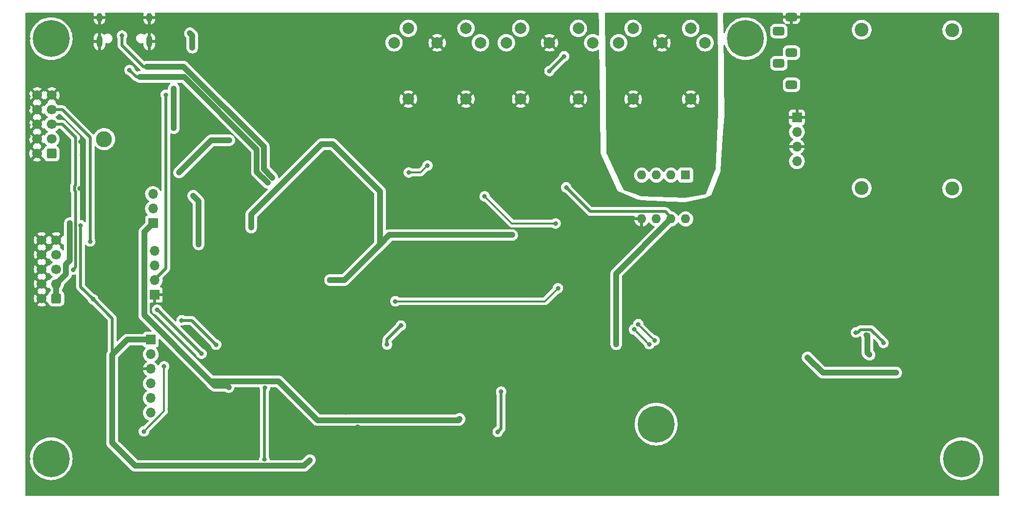
<source format=gbr>
%TF.GenerationSoftware,KiCad,Pcbnew,(6.0.0)*%
%TF.CreationDate,2023-05-12T18:21:32+02:00*%
%TF.ProjectId,main_func,6d61696e-5f66-4756-9e63-2e6b69636164,rev?*%
%TF.SameCoordinates,Original*%
%TF.FileFunction,Copper,L2,Bot*%
%TF.FilePolarity,Positive*%
%FSLAX46Y46*%
G04 Gerber Fmt 4.6, Leading zero omitted, Abs format (unit mm)*
G04 Created by KiCad (PCBNEW (6.0.0)) date 2023-05-12 18:21:32*
%MOMM*%
%LPD*%
G01*
G04 APERTURE LIST*
G04 Aperture macros list*
%AMRoundRect*
0 Rectangle with rounded corners*
0 $1 Rounding radius*
0 $2 $3 $4 $5 $6 $7 $8 $9 X,Y pos of 4 corners*
0 Add a 4 corners polygon primitive as box body*
4,1,4,$2,$3,$4,$5,$6,$7,$8,$9,$2,$3,0*
0 Add four circle primitives for the rounded corners*
1,1,$1+$1,$2,$3*
1,1,$1+$1,$4,$5*
1,1,$1+$1,$6,$7*
1,1,$1+$1,$8,$9*
0 Add four rect primitives between the rounded corners*
20,1,$1+$1,$2,$3,$4,$5,0*
20,1,$1+$1,$4,$5,$6,$7,0*
20,1,$1+$1,$6,$7,$8,$9,0*
20,1,$1+$1,$8,$9,$2,$3,0*%
G04 Aperture macros list end*
%TA.AperFunction,ComponentPad*%
%ADD10C,2.400000*%
%TD*%
%TA.AperFunction,ComponentPad*%
%ADD11C,0.800000*%
%TD*%
%TA.AperFunction,ComponentPad*%
%ADD12C,6.400000*%
%TD*%
%TA.AperFunction,ComponentPad*%
%ADD13R,1.700000X1.700000*%
%TD*%
%TA.AperFunction,ComponentPad*%
%ADD14O,1.700000X1.700000*%
%TD*%
%TA.AperFunction,ComponentPad*%
%ADD15C,2.000000*%
%TD*%
%TA.AperFunction,ComponentPad*%
%ADD16C,2.800000*%
%TD*%
%TA.AperFunction,ComponentPad*%
%ADD17RoundRect,0.250000X0.600000X0.600000X-0.600000X0.600000X-0.600000X-0.600000X0.600000X-0.600000X0*%
%TD*%
%TA.AperFunction,ComponentPad*%
%ADD18C,1.700000*%
%TD*%
%TA.AperFunction,ComponentPad*%
%ADD19R,1.600000X1.600000*%
%TD*%
%TA.AperFunction,ComponentPad*%
%ADD20O,1.600000X1.600000*%
%TD*%
%TA.AperFunction,ComponentPad*%
%ADD21O,1.000000X2.100000*%
%TD*%
%TA.AperFunction,ComponentPad*%
%ADD22O,1.000000X1.600000*%
%TD*%
%TA.AperFunction,ComponentPad*%
%ADD23RoundRect,0.375000X-0.625000X0.375000X-0.625000X-0.375000X0.625000X-0.375000X0.625000X0.375000X0*%
%TD*%
%TA.AperFunction,ViaPad*%
%ADD24C,0.800000*%
%TD*%
%TA.AperFunction,Conductor*%
%ADD25C,1.000000*%
%TD*%
%TA.AperFunction,Conductor*%
%ADD26C,0.500000*%
%TD*%
%TA.AperFunction,Conductor*%
%ADD27C,0.300000*%
%TD*%
G04 APERTURE END LIST*
D10*
%TO.P,C10,1*%
%TO.N,Net-(C10-Pad1)*%
X211370000Y-48520000D03*
%TO.P,C10,2*%
%TO.N,OUTL*%
X211370000Y-76020000D03*
%TD*%
D11*
%TO.P,H4,1*%
%TO.N,N/C*%
X213000000Y-120600000D03*
X215400000Y-123000000D03*
X211302944Y-124697056D03*
X213000000Y-125400000D03*
X214697056Y-121302944D03*
X210600000Y-123000000D03*
X214697056Y-124697056D03*
X211302944Y-121302944D03*
D12*
X213000000Y-123000000D03*
%TD*%
D13*
%TO.P,J9,1,Pin_1*%
%TO.N,+3V3*%
X72300000Y-102325000D03*
D14*
%TO.P,J9,2,Pin_2*%
%TO.N,SYS_JTCK-SWCLKm*%
X72300000Y-104865000D03*
%TO.P,J9,3,Pin_3*%
%TO.N,GND*%
X72300000Y-107405000D03*
%TO.P,J9,4,Pin_4*%
%TO.N,SYS_JTMS-SWDIOm*%
X72300000Y-109945000D03*
%TO.P,J9,5,Pin_5*%
%TO.N,SYS_JTRSTm*%
X72300000Y-112485000D03*
%TO.P,J9,6,Pin_6*%
%TO.N,SYS_JTDO-SWOm*%
X72300000Y-115025000D03*
%TD*%
D10*
%TO.P,C11,1*%
%TO.N,Net-(C11-Pad1)*%
X195680000Y-48440000D03*
%TO.P,C11,2*%
%TO.N,OUTR*%
X195680000Y-75940000D03*
%TD*%
D15*
%TO.P,U8,1*%
%TO.N,unconnected-(U8-Pad1)*%
X129500000Y-50700000D03*
%TO.P,U8,2*%
%TO.N,GND*%
X122000000Y-50700000D03*
%TO.P,U8,3*%
%TO.N,unconnected-(U8-Pad3)*%
X114500000Y-50700000D03*
%TO.P,U8,4*%
%TO.N,Net-(R26-Pad1)*%
X127000000Y-48200000D03*
%TO.P,U8,5*%
%TO.N,Net-(R23-Pad2)*%
X117000000Y-48200000D03*
%TO.P,U8,6*%
%TO.N,GND*%
X117000000Y-60500000D03*
X127000000Y-60500000D03*
%TD*%
D11*
%TO.P,H2,1*%
%TO.N,N/C*%
X53302944Y-121302944D03*
X55000000Y-120600000D03*
X57400000Y-123000000D03*
X53302944Y-124697056D03*
X52600000Y-123000000D03*
X55000000Y-125400000D03*
D12*
X55000000Y-123000000D03*
D11*
X56697056Y-124697056D03*
X56697056Y-121302944D03*
%TD*%
D12*
%TO.P,H1,1*%
%TO.N,N/C*%
X55000000Y-50000000D03*
D11*
X53302944Y-48302944D03*
X56697056Y-51697056D03*
X53302944Y-51697056D03*
X56697056Y-48302944D03*
X55000000Y-47600000D03*
X57400000Y-50000000D03*
X52600000Y-50000000D03*
X55000000Y-52400000D03*
%TD*%
D16*
%TO.P,TP3,1,1*%
%TO.N,USB_Input_supply*%
X64200000Y-67450000D03*
%TD*%
D15*
%TO.P,U10,1*%
%TO.N,unconnected-(U10-Pad1)*%
X149000000Y-50700000D03*
%TO.P,U10,2*%
%TO.N,GND*%
X141500000Y-50700000D03*
%TO.P,U10,3*%
%TO.N,unconnected-(U10-Pad3)*%
X134000000Y-50700000D03*
%TO.P,U10,4*%
%TO.N,Net-(R25-Pad1)*%
X146500000Y-48200000D03*
%TO.P,U10,5*%
%TO.N,Net-(R24-Pad2)*%
X136500000Y-48200000D03*
%TO.P,U10,6*%
%TO.N,GND*%
X136500000Y-60500000D03*
X146500000Y-60500000D03*
%TD*%
D17*
%TO.P,J2,1,Pin_1*%
%TO.N,LOAD*%
X55902500Y-95171000D03*
D18*
%TO.P,J2,2,Pin_2*%
%TO.N,GND*%
X53362500Y-95171000D03*
%TO.P,J2,3,Pin_3*%
%TO.N,LOAD*%
X55902500Y-92631000D03*
%TO.P,J2,4,Pin_4*%
%TO.N,GND*%
X53362500Y-92631000D03*
%TO.P,J2,5,Pin_5*%
%TO.N,I2C1_SDA*%
X55902500Y-90091000D03*
%TO.P,J2,6,Pin_6*%
%TO.N,GND*%
X53362500Y-90091000D03*
%TO.P,J2,7,Pin_7*%
%TO.N,I2C1_SCL*%
X55902500Y-87551000D03*
%TO.P,J2,8,Pin_8*%
%TO.N,GND*%
X53362500Y-87551000D03*
%TO.P,J2,9,Pin_9*%
X55902500Y-85011000D03*
%TO.P,J2,10,Pin_10*%
X53362500Y-85011000D03*
%TD*%
D11*
%TO.P,H5,1*%
%TO.N,N/C*%
X173802944Y-51697056D03*
X175500000Y-52400000D03*
X173802944Y-48302944D03*
D12*
X175500000Y-50000000D03*
D11*
X177900000Y-50000000D03*
X175500000Y-47600000D03*
X177197056Y-48302944D03*
X177197056Y-51697056D03*
X173100000Y-50000000D03*
%TD*%
D15*
%TO.P,U9,1*%
%TO.N,unconnected-(U9-Pad1)*%
X168500000Y-50700000D03*
%TO.P,U9,2*%
%TO.N,MIDI_IN_GND*%
X161000000Y-50700000D03*
%TO.P,U9,3*%
%TO.N,unconnected-(U9-Pad3)*%
X153500000Y-50700000D03*
%TO.P,U9,4*%
%TO.N,MIDI_INR*%
X166000000Y-48200000D03*
%TO.P,U9,5*%
%TO.N,MIDI_INL*%
X156000000Y-48200000D03*
%TO.P,U9,6*%
%TO.N,MIDI_IN_GND*%
X156000000Y-60500000D03*
X166000000Y-60500000D03*
%TD*%
D19*
%TO.P,U5,1,NC*%
%TO.N,unconnected-(U5-Pad1)*%
X165120000Y-73710000D03*
D20*
%TO.P,U5,2,A*%
%TO.N,MIDI_INR*%
X162580000Y-73710000D03*
%TO.P,U5,3,C*%
%TO.N,Net-(D4-Pad2)*%
X160040000Y-73710000D03*
%TO.P,U5,4*%
%TO.N,N/C*%
X157500000Y-73710000D03*
%TO.P,U5,5,GND*%
%TO.N,GND*%
X157500000Y-81330000D03*
%TO.P,U5,6,VO*%
%TO.N,USART1_RXm*%
X160040000Y-81330000D03*
%TO.P,U5,7,EN*%
%TO.N,+5V*%
X162580000Y-81330000D03*
%TO.P,U5,8,VCC*%
X165120000Y-81330000D03*
%TD*%
D11*
%TO.P,H3,1*%
%TO.N,N/C*%
X157600000Y-117000000D03*
X158302944Y-115302944D03*
D12*
X160000000Y-117000000D03*
D11*
X160000000Y-119400000D03*
X161697056Y-118697056D03*
X162400000Y-117000000D03*
X158302944Y-118697056D03*
X160000000Y-114600000D03*
X161697056Y-115302944D03*
%TD*%
D21*
%TO.P,J1,S1,SHIELD*%
%TO.N,GND*%
X72020000Y-50480000D03*
D22*
X63380000Y-46300000D03*
X72020000Y-46300000D03*
D21*
X63380000Y-50480000D03*
%TD*%
D13*
%TO.P,J5,1,Pin_1*%
%TO.N,GND*%
X73000000Y-94530000D03*
D14*
%TO.P,J5,2,Pin_2*%
%TO.N,/Power_dcdc/Battery_chargerm/TEMP*%
X73000000Y-91990000D03*
%TO.P,J5,3,Pin_3*%
%TO.N,GND*%
X73000000Y-89450000D03*
%TO.P,J5,4,Pin_4*%
%TO.N,VBATT*%
X73000000Y-86910000D03*
%TD*%
D23*
%TO.P,J4,G*%
%TO.N,GND*%
X183485000Y-46200000D03*
%TO.P,J4,S1*%
%TO.N,Net-(C10-Pad1)*%
X181285000Y-48700000D03*
%TO.P,J4,SN1*%
%TO.N,SOUTL*%
X183485000Y-58000000D03*
%TO.P,J4,T1*%
%TO.N,Net-(C11-Pad1)*%
X181285000Y-54300000D03*
%TO.P,J4,TN1*%
%TO.N,SOUTR*%
X183485000Y-52400000D03*
%TD*%
D17*
%TO.P,J3,1,Pin_1*%
%TO.N,LOAD*%
X55097500Y-69980000D03*
D18*
%TO.P,J3,2,Pin_2*%
%TO.N,GND*%
X52557500Y-69980000D03*
%TO.P,J3,3,Pin_3*%
%TO.N,LOAD*%
X55097500Y-67440000D03*
%TO.P,J3,4,Pin_4*%
%TO.N,GND*%
X52557500Y-67440000D03*
%TO.P,J3,5,Pin_5*%
%TO.N,I2C1_SDA*%
X55097500Y-64900000D03*
%TO.P,J3,6,Pin_6*%
%TO.N,GND*%
X52557500Y-64900000D03*
%TO.P,J3,7,Pin_7*%
%TO.N,I2C1_SCL*%
X55097500Y-62360000D03*
%TO.P,J3,8,Pin_8*%
%TO.N,GND*%
X52557500Y-62360000D03*
%TO.P,J3,9,Pin_9*%
X55097500Y-59820000D03*
%TO.P,J3,10,Pin_10*%
X52557500Y-59820000D03*
%TD*%
D13*
%TO.P,J6,1,Pin_1*%
%TO.N,GND*%
X184430000Y-63690000D03*
D14*
%TO.P,J6,2,Pin_2*%
%TO.N,SOUTL*%
X184430000Y-66230000D03*
%TO.P,J6,3,Pin_3*%
%TO.N,GND*%
X184430000Y-68770000D03*
%TO.P,J6,4,Pin_4*%
%TO.N,SOUTR*%
X184430000Y-71310000D03*
%TD*%
D13*
%TO.P,SW1,1,A*%
%TO.N,LOAD*%
X72675000Y-82075000D03*
D14*
%TO.P,SW1,2,B*%
%TO.N,Net-(D1-Pad1)*%
X72675000Y-79535000D03*
%TO.P,SW1,3,C*%
%TO.N,unconnected-(SW1-Pad3)*%
X72675000Y-76995000D03*
%TD*%
D24*
%TO.N,+5V*%
X144390000Y-75840000D03*
X153070000Y-103100000D03*
%TO.N,5VA*%
X196510000Y-101520000D03*
X197030000Y-104940000D03*
%TO.N,VREF*%
X199440000Y-102880000D03*
X194670000Y-101070000D03*
%TO.N,VCOMda*%
X186270000Y-105390000D03*
X201660000Y-108050000D03*
%TO.N,LOAD*%
X58237000Y-82068000D03*
X85800000Y-110550000D03*
X85900000Y-67650000D03*
X125910000Y-116090000D03*
X77200000Y-73250000D03*
%TO.N,Net-(C18-Pad1)*%
X133102500Y-111355000D03*
X132512500Y-118335000D03*
%TO.N,USB_Input_supply*%
X76300000Y-58650000D03*
X76300000Y-65550000D03*
X80600000Y-85750000D03*
X79650000Y-77300000D03*
%TO.N,Net-(C23-Pad1)*%
X92000000Y-123150000D03*
X92100000Y-110650000D03*
%TO.N,+3V3*%
X62280000Y-95290000D03*
X89700000Y-82850000D03*
X104300000Y-68750500D03*
X106950000Y-90900000D03*
X99900000Y-123250000D03*
X112100000Y-84250000D03*
X60120000Y-82440000D03*
X65600000Y-120250000D03*
X135000000Y-84120000D03*
X103400000Y-91950000D03*
%TO.N,NRSTm*%
X113300000Y-103150000D03*
X115700000Y-99850000D03*
%TO.N,Net-(D2-Pad2)*%
X79100000Y-49050000D03*
X79500000Y-51550000D03*
%TO.N,/Power_dcdc/Battery_chargerm/TEMP*%
X74900000Y-59750000D03*
%TO.N,GND*%
X192600000Y-115120000D03*
X191490000Y-117440000D03*
X123950000Y-110870000D03*
X206680000Y-128750000D03*
X208789999Y-114680000D03*
X175340000Y-121060000D03*
X183270000Y-89730000D03*
X193670000Y-103710000D03*
X168560000Y-127800000D03*
X96600000Y-94330000D03*
X61650000Y-109550000D03*
X161520000Y-112470000D03*
X59910000Y-76000000D03*
X51000000Y-121000000D03*
X201790000Y-113680000D03*
X215130000Y-58580000D03*
X186920000Y-66740000D03*
X180990000Y-92460000D03*
X181990000Y-96460000D03*
X199820000Y-114630000D03*
X178200000Y-95890000D03*
X107510000Y-59510000D03*
X209650001Y-128800000D03*
X178069000Y-46148000D03*
X65000000Y-129000000D03*
X51000000Y-65000000D03*
X218710000Y-89890000D03*
X131000000Y-129000000D03*
X51000000Y-85000000D03*
X70230000Y-60750000D03*
X88470000Y-89320000D03*
X170890000Y-93340000D03*
X218680000Y-118660000D03*
X212650000Y-127800000D03*
X211850001Y-114680000D03*
X141980000Y-125030000D03*
X121000000Y-129000000D03*
X209360000Y-81130000D03*
X214760001Y-114680000D03*
X196570000Y-115170000D03*
X183260000Y-80570000D03*
X181980000Y-75300000D03*
X184270000Y-93730000D03*
X175480000Y-116370000D03*
X178480000Y-117370000D03*
X211540000Y-55600000D03*
X181990000Y-94460000D03*
X52377000Y-45916000D03*
X136300000Y-74270000D03*
X188040000Y-80810000D03*
X157070000Y-120590000D03*
X174559999Y-128800000D03*
X90000000Y-46000000D03*
X69000000Y-129000000D03*
X83170000Y-86050000D03*
X61860000Y-54630000D03*
X183260000Y-83570000D03*
X142530000Y-67420000D03*
X98660000Y-57170000D03*
X163570000Y-96970000D03*
X200820000Y-114630000D03*
X213650000Y-128800000D03*
X184260000Y-86570000D03*
X210650000Y-127800000D03*
X115000000Y-87560000D03*
X218670000Y-97160000D03*
X213850000Y-114680000D03*
X99080000Y-61180000D03*
X67210000Y-95900000D03*
X76860000Y-82640000D03*
X136230000Y-97570000D03*
X83240000Y-71540000D03*
X207540000Y-61230000D03*
X218630000Y-110400000D03*
X182030000Y-99400000D03*
X195680000Y-61050000D03*
X182030000Y-101400000D03*
X202310000Y-61330000D03*
X149550000Y-91970000D03*
X83540000Y-90410000D03*
X183270000Y-94730000D03*
X204679999Y-128750000D03*
X129730000Y-71570000D03*
X199570000Y-49640000D03*
X51000000Y-77000000D03*
X215650000Y-127800000D03*
X143500000Y-116060000D03*
X179480000Y-117370000D03*
X105000000Y-129000000D03*
X190800000Y-128800000D03*
X104180000Y-50710000D03*
X126900000Y-101900000D03*
X121760000Y-81880000D03*
X185920000Y-98730000D03*
X174510000Y-117320000D03*
X150380000Y-76780000D03*
X118530000Y-108360000D03*
X175810000Y-100050000D03*
X85000000Y-129000000D03*
X156910000Y-91510000D03*
X181030000Y-103400000D03*
X170560000Y-128800000D03*
X99140000Y-77070000D03*
X186330000Y-92360000D03*
X125810000Y-125510000D03*
X218630000Y-123840000D03*
X76060000Y-90510000D03*
X207750000Y-74710000D03*
X208360000Y-64140000D03*
X181980000Y-79300000D03*
X189600000Y-115120000D03*
X180980000Y-78300000D03*
X193830000Y-70200000D03*
X59825000Y-122455000D03*
X99000000Y-129000000D03*
X218630000Y-127840000D03*
X218710000Y-88890000D03*
X190489999Y-117440000D03*
X51000000Y-79000000D03*
X128460000Y-122470000D03*
X92080000Y-61720000D03*
X181990000Y-93460000D03*
X182680000Y-128850000D03*
X186680000Y-128850000D03*
X51000000Y-96000000D03*
X51000000Y-90000000D03*
X149060000Y-108810000D03*
X203680000Y-127750000D03*
X218680000Y-113660000D03*
X99510000Y-96580000D03*
X137010000Y-92010000D03*
X145580000Y-88030000D03*
X140960000Y-126630000D03*
X150400000Y-84560000D03*
X106300000Y-123000000D03*
X104040000Y-105890000D03*
X218670000Y-99160000D03*
X79200000Y-111100000D03*
X180980000Y-80300000D03*
X148970000Y-57790000D03*
X218630000Y-104400000D03*
X216760001Y-113680000D03*
X182479999Y-117370000D03*
X127790000Y-75630000D03*
X183270000Y-88730000D03*
X131260000Y-115430000D03*
X70380000Y-47530000D03*
X148000000Y-46000000D03*
X126480000Y-81360000D03*
X147060000Y-91750000D03*
X91400000Y-102800000D03*
X82480000Y-107070000D03*
X111410000Y-90930000D03*
X210190000Y-69140000D03*
X155510000Y-103870000D03*
X144120000Y-50460000D03*
X188800000Y-128800000D03*
X183890000Y-101880000D03*
X87000000Y-129000000D03*
X181030000Y-101400000D03*
X181990000Y-87460000D03*
X87300000Y-76540000D03*
X63670000Y-104270000D03*
X217710000Y-89890000D03*
X91500000Y-56080000D03*
X149000000Y-129000000D03*
X181030000Y-102400000D03*
X185490000Y-116440000D03*
X148560000Y-112860000D03*
X184270000Y-91730000D03*
X218710000Y-85890000D03*
X192800000Y-127800000D03*
X183260000Y-82570000D03*
X69800000Y-69720000D03*
X105870000Y-111640000D03*
X60470000Y-98730000D03*
X184260000Y-79570000D03*
X169360000Y-110380000D03*
X73270000Y-125820000D03*
X68540000Y-112040000D03*
X68610000Y-67520000D03*
X180990000Y-93460000D03*
X217630000Y-125840000D03*
X77800000Y-110400000D03*
X218670000Y-101160000D03*
X215760001Y-114680000D03*
X194490000Y-116440000D03*
X218630000Y-106400000D03*
X193800000Y-127800000D03*
X218680000Y-119660000D03*
X217630000Y-123840000D03*
X173780000Y-63540000D03*
X214649999Y-128800000D03*
X168700000Y-97190000D03*
X155000000Y-129000000D03*
X194270000Y-90710000D03*
X131800000Y-81160000D03*
X74060000Y-53010000D03*
X184270000Y-98730000D03*
X206140000Y-52850000D03*
X85990000Y-53900000D03*
X189940000Y-57790000D03*
X196459999Y-116490000D03*
X145770000Y-104260000D03*
X134030000Y-59240000D03*
X217710000Y-85890000D03*
X141560000Y-59990000D03*
X181990000Y-88460000D03*
X180480000Y-115009999D03*
X150320000Y-112940000D03*
X126000000Y-46000000D03*
X77580000Y-48810000D03*
X183270000Y-87730000D03*
X94500000Y-94910000D03*
X217710000Y-84890000D03*
X189490000Y-117440000D03*
X155290000Y-116010000D03*
X181480000Y-115009999D03*
X184260000Y-85570000D03*
X94470000Y-112150000D03*
X140550000Y-115470000D03*
X218630000Y-126840000D03*
X183260000Y-86570000D03*
X217710000Y-87890000D03*
X89000000Y-129000000D03*
X116880000Y-89700000D03*
X216650000Y-128800000D03*
X97100000Y-48700000D03*
X58310000Y-110640000D03*
X139000000Y-46000000D03*
X127930000Y-87520000D03*
X217630000Y-110400000D03*
X196800000Y-128800000D03*
X183270000Y-93730000D03*
X175530000Y-58770000D03*
X218710000Y-90890000D03*
X180990000Y-91460000D03*
X77800000Y-113300000D03*
X181680000Y-127850000D03*
X84900000Y-65850000D03*
X162870000Y-120170000D03*
X204790000Y-113680000D03*
X189490000Y-116440000D03*
X184270000Y-97730000D03*
X76400000Y-112900000D03*
X183270000Y-91730000D03*
X185600001Y-115120000D03*
X180680000Y-128850000D03*
X52000000Y-128000000D03*
X94820000Y-53740000D03*
X106090000Y-114980000D03*
X68180000Y-107440000D03*
X207270000Y-117770000D03*
X194600000Y-114120000D03*
X82000000Y-129000000D03*
X177480001Y-117370000D03*
X112700000Y-110700000D03*
X82410000Y-126030000D03*
X93020000Y-126900000D03*
X205730000Y-124140000D03*
X121970000Y-94010000D03*
X68810000Y-73930000D03*
X176500000Y-110410000D03*
X82970000Y-56540000D03*
X100090000Y-100370000D03*
X180990000Y-87460000D03*
X187040000Y-74500000D03*
X185860000Y-56590000D03*
X194800000Y-127800000D03*
X161470000Y-98880000D03*
X200180000Y-96220000D03*
X103970000Y-95950000D03*
X60120000Y-67920000D03*
X180730000Y-50680000D03*
X168780000Y-89860000D03*
X55474000Y-97500000D03*
X190610000Y-76960000D03*
X115000000Y-46000000D03*
X208790000Y-113680000D03*
X110020000Y-78230000D03*
X85060000Y-82860000D03*
X164470000Y-99370000D03*
X180980000Y-79300000D03*
X145000000Y-46000000D03*
X217710000Y-88890000D03*
X175560000Y-127800000D03*
X196460000Y-117490000D03*
X175900000Y-107710000D03*
X149650000Y-103170000D03*
X51000000Y-62000000D03*
X51000000Y-92000000D03*
X135320000Y-92640000D03*
X183260000Y-85570000D03*
X103070000Y-77350000D03*
X61000000Y-46000000D03*
X216760000Y-114680000D03*
X215210000Y-87190000D03*
X178680000Y-128850000D03*
X183270000Y-92730000D03*
X66000000Y-46000000D03*
X217630000Y-105400000D03*
X180980000Y-81300000D03*
X95630000Y-65390000D03*
X51000000Y-52000000D03*
X87830000Y-73590000D03*
X185490001Y-117440000D03*
X54390000Y-110500000D03*
X205790000Y-114680000D03*
X86600000Y-104300000D03*
X217630000Y-104400000D03*
X85570000Y-85910000D03*
X182589999Y-115050000D03*
X218680000Y-112660000D03*
X87670000Y-92660000D03*
X163240000Y-91090000D03*
X201680000Y-88280000D03*
X65190000Y-93280000D03*
X157000000Y-129000000D03*
X218670000Y-100160000D03*
X96210000Y-122900000D03*
X128490000Y-55010000D03*
X209540000Y-92050000D03*
X143390000Y-56580000D03*
X165360000Y-103520000D03*
X176560000Y-127800000D03*
X193600000Y-114120000D03*
X64000000Y-101640000D03*
X218630000Y-124840000D03*
X199680001Y-128750000D03*
X110060000Y-50630000D03*
X183590000Y-114050000D03*
X129890000Y-79560000D03*
X169470000Y-119820000D03*
X90040000Y-111060000D03*
X167910000Y-107610000D03*
X60000000Y-129000000D03*
X183360000Y-119450000D03*
X97960000Y-115270000D03*
X176480000Y-117370000D03*
X197680000Y-127750000D03*
X186490000Y-117440000D03*
X144010000Y-104770000D03*
X217680000Y-118660000D03*
X175480000Y-117370000D03*
X51000000Y-112000000D03*
X215650000Y-128800000D03*
X103620000Y-55870000D03*
X90200000Y-104500000D03*
X155910000Y-108480000D03*
X51000000Y-123000000D03*
X135000000Y-46000000D03*
X133760000Y-74250000D03*
X94500000Y-90700000D03*
X51000000Y-67000000D03*
X199950000Y-77140000D03*
X189800000Y-127800000D03*
X123000000Y-46000000D03*
X122050000Y-101060000D03*
X186600000Y-115120000D03*
X84260000Y-88370000D03*
X124530000Y-86040000D03*
X193600000Y-115120000D03*
X78480000Y-118670000D03*
X181980000Y-83300000D03*
X195670000Y-119400000D03*
X139120000Y-114630000D03*
X218630000Y-105400000D03*
X217710000Y-81890000D03*
X132380000Y-102910000D03*
X165100000Y-128980000D03*
X191600000Y-115120000D03*
X184590000Y-114050000D03*
X218630000Y-107400000D03*
X218670000Y-92160000D03*
X164350000Y-105360000D03*
X184260000Y-80570000D03*
X218680000Y-121660000D03*
X206180000Y-92550000D03*
X204070000Y-70190000D03*
X174860000Y-125900000D03*
X184270000Y-89730000D03*
X217710000Y-83890000D03*
X206420000Y-57170000D03*
X146030000Y-107300000D03*
X76280000Y-74830000D03*
X184680000Y-127850000D03*
X186730000Y-83670000D03*
X178600000Y-91660000D03*
X190599999Y-115120000D03*
X217670000Y-100160000D03*
X180980000Y-82300000D03*
X114170000Y-98890000D03*
X181480000Y-117370000D03*
X192450000Y-125990000D03*
X135070000Y-79420000D03*
X85720000Y-115420000D03*
X215270000Y-91040000D03*
X84770000Y-95560000D03*
X51000000Y-113000000D03*
X218630000Y-102400000D03*
X203790001Y-114680000D03*
X181980000Y-86300000D03*
X78820000Y-81800000D03*
X218670000Y-96160000D03*
X55000000Y-128000000D03*
X217630000Y-122840000D03*
X192599999Y-114120000D03*
X172560000Y-127800000D03*
X185680000Y-127850000D03*
X184270000Y-87730000D03*
X183480000Y-117370000D03*
X60380000Y-70220000D03*
X98530000Y-79670000D03*
X133620000Y-125240000D03*
X156690000Y-126790000D03*
X171560000Y-128800000D03*
X172830000Y-84990000D03*
X217670000Y-97160000D03*
X106880000Y-127420000D03*
X159330000Y-107360000D03*
X51000000Y-98000000D03*
X183260000Y-84570000D03*
X217670000Y-95160000D03*
X118530000Y-114030000D03*
X181030000Y-100400000D03*
X119060000Y-111590000D03*
X217630000Y-126840000D03*
X183680000Y-128850000D03*
X95880000Y-118030000D03*
X218710000Y-81890000D03*
X60410000Y-49630000D03*
X170570000Y-117860000D03*
X145000000Y-129000000D03*
X201680000Y-127750000D03*
X87640000Y-69180000D03*
X180680000Y-127850000D03*
X192770000Y-91280000D03*
X201680000Y-128750000D03*
X174370000Y-79900000D03*
X107030000Y-93670000D03*
X57000000Y-128000000D03*
X183260000Y-76570000D03*
X218710000Y-84890000D03*
X216650000Y-127800000D03*
X205160000Y-85100000D03*
X201680000Y-98060000D03*
X119160000Y-52350000D03*
X209650000Y-127800000D03*
X56570000Y-55250000D03*
X218630000Y-103400000D03*
X180980000Y-85300000D03*
X101950000Y-80770000D03*
X146820000Y-97620000D03*
X195460000Y-117490000D03*
X180990000Y-96460000D03*
X191720000Y-102360000D03*
X202680000Y-127750000D03*
X193800000Y-128800000D03*
X206650000Y-49360000D03*
X131420000Y-86230000D03*
X169560000Y-105810000D03*
X180480000Y-114009999D03*
X59000000Y-128000000D03*
X126950000Y-113700000D03*
X103710000Y-71500000D03*
X51000000Y-119000000D03*
X155630000Y-96590000D03*
X79210000Y-68850000D03*
X174761000Y-56360000D03*
X207972000Y-122871000D03*
X190020000Y-69980000D03*
X91300000Y-105900000D03*
X180990000Y-95460000D03*
X174340000Y-67940000D03*
X84900000Y-51950000D03*
X215760001Y-113680000D03*
X103000000Y-129000000D03*
X139860000Y-94180000D03*
X187800000Y-127800000D03*
X143000000Y-129000000D03*
X94820000Y-50330000D03*
X59000000Y-46000000D03*
X218670000Y-95160000D03*
X217710000Y-90890000D03*
X51000000Y-87000000D03*
X86480000Y-126420000D03*
X119200000Y-99400000D03*
X215130000Y-117290000D03*
X126560000Y-108390000D03*
X114630000Y-93440000D03*
X181980000Y-84300000D03*
X181980000Y-81300000D03*
X118610000Y-122620000D03*
X111820000Y-118470000D03*
X116850000Y-78100000D03*
X164580000Y-118200000D03*
X78880000Y-74630000D03*
X190600000Y-114120000D03*
X187490001Y-116440000D03*
X183270000Y-90730000D03*
X176300000Y-94440000D03*
X217680000Y-120660000D03*
X75620000Y-105690000D03*
X68000000Y-46000000D03*
X177480000Y-116370000D03*
X181030000Y-99400000D03*
X214650000Y-127800000D03*
X127380000Y-97320000D03*
X179680001Y-128850000D03*
X183680000Y-127850000D03*
X51000000Y-69000000D03*
X169560000Y-127800000D03*
X142000000Y-121500000D03*
X150790000Y-97900000D03*
X63570000Y-59370000D03*
X168560000Y-128800000D03*
X110400000Y-102390000D03*
X218710000Y-82890000D03*
X181980000Y-80300000D03*
X212650000Y-128800000D03*
X181990000Y-92460000D03*
X144520000Y-96670000D03*
X109240000Y-64260000D03*
X149410000Y-67070000D03*
X186160000Y-50450000D03*
X54900000Y-116230000D03*
X183480000Y-116370000D03*
X195200000Y-106590000D03*
X203700000Y-90190000D03*
X97160000Y-70940000D03*
X217710000Y-86890000D03*
X173510000Y-117320000D03*
X111300000Y-100810000D03*
X138670000Y-53850000D03*
X51000000Y-102000000D03*
X184480000Y-117370000D03*
X120040000Y-118690000D03*
X218680000Y-117660000D03*
X192000000Y-53190000D03*
X81300000Y-51800000D03*
X51000000Y-94000000D03*
X212850001Y-114680000D03*
X174560000Y-127800000D03*
X104060000Y-82490000D03*
X101140000Y-82830000D03*
X66150000Y-69780000D03*
X123740000Y-119620000D03*
X135830000Y-111170000D03*
X181480000Y-113010000D03*
X181980000Y-85300000D03*
X211420000Y-60430000D03*
X207940000Y-99520000D03*
X94000000Y-46000000D03*
X213450000Y-52560000D03*
X184260000Y-76570000D03*
X209790000Y-114680000D03*
X218630000Y-122840000D03*
X73980000Y-50680000D03*
X143390000Y-61220000D03*
X194600001Y-115120000D03*
X67600000Y-114330000D03*
X122240000Y-63960000D03*
X200680000Y-127750000D03*
X188360000Y-126760000D03*
X97360000Y-102410000D03*
X197930000Y-72100000D03*
X195570001Y-114170000D03*
X109000000Y-129000000D03*
X217830000Y-57730000D03*
X206790000Y-113680000D03*
X200820000Y-113630000D03*
X132000000Y-46000000D03*
X166980000Y-98430000D03*
X218630000Y-128840000D03*
X196230000Y-65410000D03*
X163100000Y-128980000D03*
X183260000Y-77570000D03*
X108540000Y-86280000D03*
X97000000Y-46000000D03*
X175560000Y-128800000D03*
X181980000Y-77300000D03*
X202790000Y-113680000D03*
X176690000Y-86940000D03*
X51000000Y-108000000D03*
X141000000Y-46000000D03*
X137700000Y-63510000D03*
X121940000Y-125500000D03*
X184260000Y-84570000D03*
X195470000Y-54590000D03*
X72690000Y-122550000D03*
X139000000Y-129000000D03*
X169330000Y-115330000D03*
X51000000Y-54000000D03*
X133000000Y-46000000D03*
X192380000Y-82030000D03*
X97470000Y-66660000D03*
X97050000Y-128770000D03*
X192170000Y-99590000D03*
X113810000Y-67300000D03*
X199100000Y-98430000D03*
X181990000Y-91460000D03*
X151490000Y-117430000D03*
X137850000Y-110500000D03*
X152090000Y-126060000D03*
X77210000Y-125670000D03*
X114000000Y-129000000D03*
X188290000Y-111970000D03*
X208650000Y-127800000D03*
X202650000Y-82960000D03*
X146030000Y-110750000D03*
X116920000Y-68420000D03*
X141790000Y-86760000D03*
X80000000Y-129000000D03*
X150350000Y-87780000D03*
X206680000Y-127750000D03*
X182590000Y-114050000D03*
X82400000Y-98000000D03*
X51000000Y-88000000D03*
X167560000Y-127800000D03*
X213650000Y-127800000D03*
X51000000Y-117000000D03*
X217490000Y-75430000D03*
X108630000Y-109320000D03*
X214120000Y-107310000D03*
X204680000Y-127750000D03*
X184260000Y-82570000D03*
X181990000Y-95460000D03*
X180980000Y-76300000D03*
X196569999Y-114170000D03*
X199120000Y-54470000D03*
X210790000Y-113680000D03*
X99340000Y-50460000D03*
X118220000Y-91720000D03*
X132880000Y-123110000D03*
X174510000Y-116320000D03*
X187490000Y-117440000D03*
X116000000Y-129000000D03*
X180480000Y-113009999D03*
X161000000Y-129000000D03*
X184260000Y-77570000D03*
X206660000Y-97720000D03*
X217710000Y-82890000D03*
X211570000Y-96590000D03*
X75590000Y-114420000D03*
X182030000Y-103400000D03*
X194799999Y-128800000D03*
X218630000Y-108400000D03*
X183270000Y-96730000D03*
X187600001Y-114120000D03*
X204790000Y-114680000D03*
X88400000Y-105800000D03*
X76770000Y-122060000D03*
X172586000Y-45993000D03*
X142620000Y-80610000D03*
X51000000Y-58000000D03*
X189600000Y-114120000D03*
X198680000Y-128750000D03*
X170310000Y-99440000D03*
X90690000Y-49340000D03*
X195800000Y-127800000D03*
X93000000Y-129000000D03*
X180980000Y-77300000D03*
X76550000Y-81420000D03*
X55080000Y-79430000D03*
X181680000Y-128850000D03*
X150750000Y-106290000D03*
X53340000Y-113750000D03*
X53000000Y-128000000D03*
X184590000Y-115050000D03*
X182030000Y-98400000D03*
X183260000Y-81570000D03*
X141300000Y-98220000D03*
X63700000Y-83300000D03*
X79320000Y-90340000D03*
X135150000Y-56020000D03*
X69270000Y-117410000D03*
X181480000Y-114009999D03*
X170940000Y-95470000D03*
X160230000Y-96930000D03*
X147000000Y-129000000D03*
X135980000Y-77200000D03*
X184260000Y-78570000D03*
X208650000Y-128800000D03*
X103460000Y-79740000D03*
X60130000Y-113770000D03*
X140720000Y-103340000D03*
X51000000Y-100000000D03*
X112000000Y-46000000D03*
X65030000Y-78170000D03*
X176370000Y-103260000D03*
X169560001Y-128800000D03*
X100930000Y-117600000D03*
X67860000Y-69870000D03*
X191800000Y-127800000D03*
X191490000Y-116440000D03*
X121000000Y-46000000D03*
X195460001Y-116490000D03*
X71860000Y-53330000D03*
X173560000Y-128800000D03*
X56470000Y-76150000D03*
X106000000Y-46000000D03*
X183270000Y-97730000D03*
X218710000Y-83890000D03*
X217630000Y-108400000D03*
X194190000Y-88920000D03*
X180480000Y-116370000D03*
X88750000Y-71260000D03*
X184270000Y-88730000D03*
X137000000Y-129000000D03*
X113560000Y-74990000D03*
X211650000Y-127800000D03*
X184260000Y-75570000D03*
X125000000Y-129000000D03*
X182030000Y-102400000D03*
X124600000Y-99150000D03*
X203790000Y-113680000D03*
X218630000Y-111400000D03*
X218000000Y-47000000D03*
X88700000Y-103000000D03*
X103000000Y-46000000D03*
X58280000Y-105620000D03*
X218680000Y-114660000D03*
X95370000Y-93170000D03*
X57510000Y-107380000D03*
X59790000Y-61770000D03*
X119900000Y-106370000D03*
X184260000Y-83570000D03*
X218630000Y-125840000D03*
X112640000Y-88720000D03*
X205680000Y-128750000D03*
X101030000Y-76470000D03*
X122760000Y-58680000D03*
X183260000Y-78570000D03*
X111000000Y-129000000D03*
X194370000Y-62900000D03*
X64000000Y-129000000D03*
X182680000Y-127850000D03*
X207260000Y-107640000D03*
X51000000Y-56000000D03*
X203860000Y-63510000D03*
X143140000Y-89680000D03*
X76930000Y-51560000D03*
X215240000Y-81550000D03*
X116580000Y-126520000D03*
X108190000Y-117450000D03*
X182030000Y-100400000D03*
X89960000Y-74890000D03*
X51000000Y-47000000D03*
X181030000Y-97400000D03*
X180990000Y-88460000D03*
X173510000Y-116320000D03*
X124570000Y-82000000D03*
X180990000Y-89460000D03*
X113000000Y-46000000D03*
X73000000Y-129000000D03*
X127000000Y-129000000D03*
X82240000Y-49610000D03*
X133090000Y-94260000D03*
X170560000Y-127800000D03*
X142160000Y-71210000D03*
X119000000Y-46000000D03*
X181480000Y-116370000D03*
X180980000Y-83300000D03*
X85210000Y-90550000D03*
X192200000Y-65190000D03*
X188600000Y-115120000D03*
X217630000Y-102400000D03*
X183770000Y-126400000D03*
X180980000Y-84300000D03*
X74770000Y-58220000D03*
X162700000Y-109770000D03*
X188490000Y-117440000D03*
X214760001Y-113680000D03*
X208890000Y-52850000D03*
X188800000Y-87380000D03*
X141000000Y-129000000D03*
X217630000Y-103400000D03*
X94270000Y-56330000D03*
X62000000Y-129000000D03*
X186600000Y-114120000D03*
X198950000Y-59360000D03*
X204270000Y-73310000D03*
X189800001Y-128800000D03*
X148910000Y-121320000D03*
X213596000Y-118460000D03*
X217630000Y-111400000D03*
X217630000Y-106400000D03*
X217630000Y-124840000D03*
X200680000Y-128750000D03*
X177100000Y-114350000D03*
X81060000Y-64840000D03*
X181980000Y-78300000D03*
X193490000Y-116440000D03*
X218710000Y-87890000D03*
X167560000Y-128800000D03*
X171110000Y-125770000D03*
X191570000Y-96220000D03*
X91000000Y-129000000D03*
X95930000Y-114680000D03*
X214900000Y-111460000D03*
X51000000Y-110000000D03*
X180320000Y-107860000D03*
X76420000Y-85330000D03*
X92390000Y-97010000D03*
X217630000Y-109400000D03*
X217670000Y-101160000D03*
X117640000Y-76080000D03*
X159000000Y-129000000D03*
X100000000Y-129000000D03*
X185600000Y-114120000D03*
X218680000Y-120660000D03*
X92720000Y-66860000D03*
X103390000Y-63630000D03*
X151000000Y-129000000D03*
X217670000Y-96160000D03*
X99680000Y-52440000D03*
X184679999Y-128850000D03*
X131000000Y-92010000D03*
X107000000Y-46000000D03*
X196800000Y-127800000D03*
X100510000Y-78920000D03*
X79770000Y-125920000D03*
X120040000Y-75890000D03*
X189600000Y-120350000D03*
X93640000Y-63620000D03*
X87640000Y-62110000D03*
X96460000Y-95560000D03*
X181990000Y-90460000D03*
X184270000Y-94730000D03*
X209790000Y-113680000D03*
X217680000Y-116660000D03*
X184270000Y-90730000D03*
X124850000Y-92960000D03*
X153000000Y-129000000D03*
X137640000Y-86260000D03*
X119960000Y-79640000D03*
X217670000Y-99160000D03*
X181030000Y-98400000D03*
X51000000Y-115000000D03*
X125930000Y-104250000D03*
X199680000Y-127750000D03*
X217660000Y-67560000D03*
X217670000Y-92160000D03*
X82300000Y-112000000D03*
X51000000Y-71000000D03*
X218680000Y-116660000D03*
X124600000Y-72690000D03*
X135000000Y-129000000D03*
X193490000Y-117440000D03*
X82550000Y-121890000D03*
X107000000Y-129000000D03*
X85000000Y-106100000D03*
X211650000Y-128800000D03*
X167910000Y-102770000D03*
X184260000Y-81570000D03*
X217630000Y-107400000D03*
X51000000Y-125000000D03*
X217670000Y-94160000D03*
X117000000Y-129000000D03*
X183270000Y-95730000D03*
X215220000Y-97180000D03*
X180980000Y-75300000D03*
X205790000Y-113680000D03*
X216420000Y-51270000D03*
X187000000Y-60640000D03*
X60370000Y-53370000D03*
X186680000Y-127850000D03*
X202790000Y-114680000D03*
X58100000Y-118780000D03*
X217680000Y-114660000D03*
X212850001Y-113680000D03*
X217670000Y-93160000D03*
X95290000Y-68070000D03*
X190800000Y-127800000D03*
X183260000Y-79570000D03*
X193980000Y-112020000D03*
X215220000Y-100770000D03*
X51000000Y-75000000D03*
X57409000Y-45901000D03*
X192800000Y-128800000D03*
X192490000Y-117440000D03*
X169980000Y-81320000D03*
X202680000Y-128750000D03*
X184270000Y-95730000D03*
X215750000Y-66270000D03*
X199820000Y-113630000D03*
X217630000Y-127840000D03*
X129000000Y-129000000D03*
X144620000Y-121040000D03*
X96220000Y-91950000D03*
X178070000Y-81210000D03*
X68990000Y-115070000D03*
X201790000Y-114680000D03*
X95000000Y-129000000D03*
X91720000Y-51530000D03*
X119620000Y-102080000D03*
X79460000Y-100950000D03*
X205680000Y-127750000D03*
X188490000Y-116440000D03*
X174180000Y-73080000D03*
X77000000Y-129000000D03*
X81720000Y-94040000D03*
X51000000Y-81000000D03*
X103460000Y-102400000D03*
X191800000Y-128800000D03*
X187600000Y-115120000D03*
X156420000Y-84530000D03*
X200070000Y-92810000D03*
X133550000Y-77150000D03*
X160910000Y-126460000D03*
X190490000Y-116440000D03*
X218670000Y-98160000D03*
X213850001Y-113680000D03*
X206790000Y-114680000D03*
X217680000Y-115660000D03*
X89050000Y-85540000D03*
X179680000Y-127850000D03*
X57020000Y-112110000D03*
X181980000Y-76300000D03*
X208200000Y-105510000D03*
X119000000Y-129000000D03*
X183270000Y-98730000D03*
X113980000Y-114630000D03*
X71000000Y-129000000D03*
X108190000Y-113240000D03*
X217680000Y-119660000D03*
X97840000Y-92150000D03*
X165460000Y-126630000D03*
X133070000Y-89410000D03*
X68330000Y-109370000D03*
X139730000Y-80700000D03*
X101250000Y-94620000D03*
X196550000Y-94910000D03*
X184270000Y-96730000D03*
X51000000Y-106000000D03*
X213160000Y-68970000D03*
X118340000Y-56550000D03*
X159940000Y-88640000D03*
X184480000Y-116370000D03*
X83000000Y-46000000D03*
X136940000Y-51840000D03*
X171560000Y-127800000D03*
X89000000Y-46000000D03*
X130580000Y-64660000D03*
X150660000Y-96450000D03*
X143000000Y-46000000D03*
X131560000Y-59350000D03*
X101000000Y-46000000D03*
X93970000Y-70570000D03*
X217670000Y-98160000D03*
X173560000Y-127800000D03*
X218630000Y-109400000D03*
X218680000Y-115660000D03*
X195570000Y-115170000D03*
X186490000Y-116440000D03*
X212060000Y-95020000D03*
X188600000Y-114120000D03*
X92000000Y-46000000D03*
X108490000Y-55050000D03*
X51000000Y-60000000D03*
X182480000Y-116370000D03*
X88000000Y-101100000D03*
X197680000Y-128750000D03*
X117000000Y-46000000D03*
X211870000Y-109890000D03*
X178680000Y-127850000D03*
X146900000Y-54870000D03*
X207790000Y-113680000D03*
X211850001Y-113680000D03*
X87580000Y-57850000D03*
X180480000Y-117370000D03*
X100920000Y-103640000D03*
X207670000Y-80980000D03*
X109000000Y-46000000D03*
X124460000Y-68070000D03*
X191600000Y-114120000D03*
X162120000Y-86750000D03*
X108780000Y-80250000D03*
X91450000Y-84240000D03*
X210790000Y-114680000D03*
X195800000Y-128800000D03*
X123520000Y-79260000D03*
X186090000Y-78460000D03*
X187800000Y-128800000D03*
X113000000Y-129000000D03*
X177680000Y-127850000D03*
X176480000Y-116370000D03*
X183590000Y-115050000D03*
X133000000Y-129000000D03*
X218710000Y-86890000D03*
X212360000Y-105320000D03*
X130440000Y-100470000D03*
X51000000Y-104000000D03*
X188800000Y-127800000D03*
X165460000Y-113140000D03*
X85720000Y-121640000D03*
X217680000Y-121660000D03*
X120250000Y-88500000D03*
X149580000Y-72040000D03*
X117400000Y-94150000D03*
X86370000Y-118200000D03*
X207640000Y-104090000D03*
X51000000Y-83000000D03*
X153300000Y-78110000D03*
X177680000Y-128850000D03*
X90530000Y-112440000D03*
X64760000Y-73480000D03*
X194490001Y-117440000D03*
X206810000Y-65930000D03*
X189200000Y-48540000D03*
X107610000Y-84430000D03*
X68260000Y-118700000D03*
X102320000Y-122840000D03*
X51000000Y-127000000D03*
X89010000Y-126900000D03*
X158940000Y-112580000D03*
X51000000Y-50000000D03*
X97740000Y-117090000D03*
X99000000Y-46000000D03*
X175720000Y-97070000D03*
X201650000Y-106440000D03*
X217630000Y-128840000D03*
X176560000Y-128800000D03*
X210650000Y-128800000D03*
X75440000Y-51890000D03*
X207650000Y-128800000D03*
X129000000Y-46000000D03*
X70000000Y-46000000D03*
X82340000Y-116600000D03*
X178720000Y-107350000D03*
X179480000Y-116370000D03*
X73540000Y-69750000D03*
X180990000Y-94460000D03*
X51000000Y-63000000D03*
X217680000Y-117660000D03*
X178480000Y-116370000D03*
X209490000Y-90750000D03*
X217680000Y-112660000D03*
X75000000Y-129000000D03*
X203680000Y-128750000D03*
X103040000Y-111710000D03*
X184270000Y-92730000D03*
X192489999Y-116440000D03*
X180990000Y-90460000D03*
X177370000Y-105590000D03*
X114230000Y-82350000D03*
X198680000Y-127750000D03*
X131250000Y-70070000D03*
X65550000Y-54990000D03*
X181980000Y-82300000D03*
X102000000Y-129000000D03*
X98790000Y-64760000D03*
X181990000Y-89460000D03*
X54770000Y-72340000D03*
X213000000Y-63010000D03*
X192750000Y-122770000D03*
X207650000Y-127800000D03*
X51000000Y-73000000D03*
X180980000Y-86300000D03*
X54020000Y-107320000D03*
X106300000Y-74000000D03*
X162330000Y-102770000D03*
X167310000Y-121630000D03*
X54140000Y-57120000D03*
X172560000Y-128800000D03*
X137660000Y-72940000D03*
X64380000Y-80460000D03*
X218670000Y-94160000D03*
X201980000Y-102550000D03*
X185680000Y-128850000D03*
X217680000Y-113660000D03*
X123000000Y-129000000D03*
X207790000Y-114680000D03*
X112460000Y-56960000D03*
X218670000Y-93160000D03*
X183260000Y-75570000D03*
X62380000Y-90580000D03*
X182030000Y-97400000D03*
X108030000Y-95440000D03*
X177560000Y-71870000D03*
X107520000Y-119480000D03*
%TO.N,I2C1_SCL*%
X73400000Y-97110000D03*
X61770000Y-85230000D03*
X81092477Y-104752477D03*
%TO.N,I2C1_SDA*%
X77650000Y-98950000D03*
X83629977Y-103179977D03*
X58789000Y-90150000D03*
%TO.N,BCLKda*%
X156150000Y-100550000D03*
X158810000Y-103100000D03*
%TO.N,DATAda*%
X156890000Y-99630000D03*
X159730000Y-102450000D03*
%TO.N,MCda*%
X117070000Y-73250000D03*
X120310000Y-72050000D03*
%TO.N,Net-(R25-Pad1)*%
X144040000Y-53070000D03*
X141490000Y-55620000D03*
%TO.N,MDda*%
X114740000Y-95640000D03*
X142960000Y-93380000D03*
%TO.N,USART1_RXm*%
X130230000Y-77410000D03*
X142550000Y-82120000D03*
%TO.N,USB_DM1m*%
X67300000Y-49450000D03*
X93398189Y-74151811D03*
%TO.N,USB_DP1m*%
X68600000Y-55450000D03*
X92600000Y-75050000D03*
%TO.N,USART3_TXm*%
X74600000Y-106950000D03*
X71100000Y-118250000D03*
%TO.N,MIDI_IN_GND*%
X168040000Y-46730000D03*
X169610000Y-57460000D03*
X169130000Y-63980000D03*
X159600000Y-54570000D03*
X161220000Y-54780000D03*
X166470000Y-54930000D03*
X167610000Y-71160000D03*
X158770000Y-48450000D03*
X158040000Y-53600000D03*
X160370000Y-59860000D03*
X160120000Y-76510000D03*
X158330000Y-57240000D03*
X153560000Y-46200000D03*
X152890000Y-53250000D03*
X168990000Y-54320000D03*
X166960000Y-67530000D03*
X159970000Y-67040000D03*
X158300000Y-46350000D03*
X152030000Y-56850000D03*
X154950000Y-73780000D03*
X163520000Y-46700000D03*
X153080000Y-66590000D03*
X167690000Y-75010000D03*
%TD*%
D25*
%TO.N,+5V*%
X153070000Y-103100000D02*
X153070000Y-90840000D01*
D26*
X161600000Y-80040000D02*
X162580000Y-81020000D01*
X162580000Y-81020000D02*
X162580000Y-81330000D01*
X144390000Y-75840000D02*
X148590000Y-80040000D01*
X148590000Y-80040000D02*
X161600000Y-80040000D01*
D25*
X153070000Y-90840000D02*
X162580000Y-81330000D01*
%TO.N,5VA*%
X196640000Y-101650000D02*
X196640000Y-104550000D01*
X196640000Y-104550000D02*
X197030000Y-104940000D01*
X196510000Y-101520000D02*
X196640000Y-101650000D01*
D26*
%TO.N,VREF*%
X197540000Y-100820000D02*
X197290480Y-100570480D01*
X197290480Y-100570480D02*
X195459520Y-100570480D01*
X195450000Y-100580000D02*
X194960000Y-101070000D01*
X199440000Y-102880000D02*
X199440000Y-102720000D01*
X194960000Y-101070000D02*
X194670000Y-101070000D01*
X199440000Y-102720000D02*
X197540000Y-100820000D01*
X195459520Y-100570480D02*
X195450000Y-100580000D01*
D25*
%TO.N,VCOMda*%
X186270000Y-105390000D02*
X188930000Y-108050000D01*
X188930000Y-108050000D02*
X201660000Y-108050000D01*
%TO.N,LOAD*%
X71150489Y-83599511D02*
X72675000Y-82075000D01*
X82397011Y-109322989D02*
X71150489Y-98076467D01*
X84580489Y-109550489D02*
X82624511Y-109550489D01*
X58237000Y-88577000D02*
X57590000Y-89224000D01*
X125910000Y-116090000D02*
X125700489Y-116299511D01*
X82800000Y-67650000D02*
X85900000Y-67650000D01*
X55902500Y-95171000D02*
X55902500Y-92631000D01*
X85800000Y-110550000D02*
X84800489Y-109550489D01*
X85800000Y-110550000D02*
X85587989Y-110337989D01*
X71150489Y-98076467D02*
X71150489Y-83599511D01*
X125700489Y-116299511D02*
X101209511Y-116299511D01*
X58237000Y-82068000D02*
X58237000Y-88577000D01*
X101209511Y-116299511D02*
X94460489Y-109550489D01*
X85587989Y-110337989D02*
X83412011Y-110337989D01*
X82624511Y-109550489D02*
X82397011Y-109322989D01*
X57590000Y-89224000D02*
X57590000Y-90943500D01*
X84800489Y-109550489D02*
X84580489Y-109550489D01*
X77200000Y-73250000D02*
X82800000Y-67650000D01*
X57590000Y-90943500D02*
X55902500Y-92631000D01*
X83412011Y-110337989D02*
X82397011Y-109322989D01*
X94460489Y-109550489D02*
X84580489Y-109550489D01*
D26*
%TO.N,Net-(C18-Pad1)*%
X133102500Y-111355000D02*
X133102500Y-117745000D01*
X133102500Y-117745000D02*
X132512500Y-118335000D01*
D25*
%TO.N,USB_Input_supply*%
X80600000Y-78250000D02*
X79650000Y-77300000D01*
X76300000Y-65550000D02*
X76300000Y-58650000D01*
X80600000Y-85750000D02*
X80600000Y-78250000D01*
D26*
%TO.N,Net-(C23-Pad1)*%
X92000000Y-123150000D02*
X92000000Y-110750000D01*
X92000000Y-110750000D02*
X92100000Y-110650000D01*
D25*
%TO.N,+3V3*%
X65600000Y-120250000D02*
X65600000Y-104950000D01*
D26*
X65600000Y-98610000D02*
X62280000Y-95290000D01*
D25*
X135000000Y-84120000D02*
X113730000Y-84120000D01*
X101900000Y-68350000D02*
X89700000Y-80550000D01*
X103400000Y-91950000D02*
X105900000Y-91950000D01*
X66550000Y-121200000D02*
X65600000Y-120250000D01*
X103899500Y-68350000D02*
X102300000Y-68350000D01*
D26*
X65600000Y-104950000D02*
X65600000Y-98610000D01*
D25*
X113730000Y-84120000D02*
X112100000Y-85750000D01*
X112100000Y-85350000D02*
X112100000Y-84250000D01*
X89700000Y-80550000D02*
X89700000Y-82850000D01*
X65600000Y-104950000D02*
X68225000Y-102325000D01*
X111300000Y-86550000D02*
X112100000Y-85750000D01*
X105900000Y-91950000D02*
X106950000Y-90900000D01*
X112100000Y-85750000D02*
X112100000Y-85350000D01*
X68225000Y-102325000D02*
X72300000Y-102325000D01*
X104300000Y-68750500D02*
X103899500Y-68350000D01*
X73199511Y-124249511D02*
X69599511Y-124249511D01*
X69599511Y-124249511D02*
X66550000Y-121200000D01*
D26*
X60120000Y-93130000D02*
X60120000Y-82440000D01*
D25*
X99900000Y-123250000D02*
X98900489Y-124249511D01*
X102300000Y-68350000D02*
X101900000Y-68350000D01*
X112100000Y-76550500D02*
X104300000Y-68750500D01*
X98900489Y-124249511D02*
X73199511Y-124249511D01*
D26*
X62280000Y-95290000D02*
X60120000Y-93130000D01*
D25*
X112100000Y-85350000D02*
X112100000Y-76550500D01*
X106950000Y-90900000D02*
X111300000Y-86550000D01*
D26*
%TO.N,NRSTm*%
X113300000Y-102250000D02*
X115700000Y-99850000D01*
X113300000Y-103150000D02*
X113300000Y-102250000D01*
D25*
%TO.N,Net-(D2-Pad2)*%
X79500000Y-49450000D02*
X79100000Y-49050000D01*
X79500000Y-51550000D02*
X79500000Y-49450000D01*
D26*
%TO.N,/Power_dcdc/Battery_chargerm/TEMP*%
X74900000Y-89890000D02*
X72700000Y-92090000D01*
X74900000Y-59750000D02*
X74900000Y-89890000D01*
%TO.N,I2C1_SCL*%
X61770000Y-67172500D02*
X56957500Y-62360000D01*
X73450000Y-97110000D02*
X73400000Y-97110000D01*
X56957500Y-62360000D02*
X55097500Y-62360000D01*
X81092477Y-104752477D02*
X73450000Y-97110000D01*
X61770000Y-85230000D02*
X61770000Y-67172500D01*
%TO.N,I2C1_SDA*%
X56960000Y-64900000D02*
X59249000Y-67189000D01*
X79400000Y-98950000D02*
X83629977Y-103179977D01*
X77650000Y-98950000D02*
X79400000Y-98950000D01*
X59249000Y-67189000D02*
X59249000Y-75459609D01*
X59060489Y-75648120D02*
X59060489Y-76351880D01*
X55097500Y-64900000D02*
X56960000Y-64900000D01*
X59249000Y-76540391D02*
X59249000Y-89690000D01*
X59060489Y-76351880D02*
X59249000Y-76540391D01*
X59249000Y-89690000D02*
X58789000Y-90150000D01*
X59249000Y-75459609D02*
X59060489Y-75648120D01*
D27*
%TO.N,BCLKda*%
X156150000Y-100550000D02*
X158700000Y-103100000D01*
X158700000Y-103100000D02*
X158810000Y-103100000D01*
%TO.N,DATAda*%
X156910000Y-99630000D02*
X156890000Y-99630000D01*
X159730000Y-102450000D02*
X156910000Y-99630000D01*
%TO.N,MCda*%
X120310000Y-72050000D02*
X119110000Y-73250000D01*
X119110000Y-73250000D02*
X117070000Y-73250000D01*
D26*
%TO.N,Net-(R25-Pad1)*%
X141490000Y-55620000D02*
X144040000Y-53070000D01*
D27*
%TO.N,MDda*%
X142960000Y-93380000D02*
X140700000Y-95640000D01*
X140700000Y-95640000D02*
X114740000Y-95640000D01*
%TO.N,USART1_RXm*%
X134940000Y-82120000D02*
X142550000Y-82120000D01*
X130230000Y-77410000D02*
X134940000Y-82120000D01*
D26*
%TO.N,USB_DM1m*%
X71000000Y-54850000D02*
X71600000Y-54850000D01*
X67300000Y-51150000D02*
X67300000Y-49450000D01*
D25*
X91896858Y-68746858D02*
X91896858Y-72650480D01*
X91896858Y-72650480D02*
X93398189Y-74151811D01*
D26*
X67300000Y-51150000D02*
X71000000Y-54850000D01*
D25*
X71600000Y-54850000D02*
X78000000Y-54850000D01*
X78000000Y-54850000D02*
X91896858Y-68746858D01*
%TO.N,USB_DP1m*%
X78103622Y-56650000D02*
X90697338Y-69243716D01*
D26*
X69800000Y-56650000D02*
X70400000Y-56650000D01*
D25*
X90697338Y-69243716D02*
X90697338Y-73147337D01*
D26*
X68600000Y-55450000D02*
X69800000Y-56650000D01*
D25*
X70400000Y-56650000D02*
X78103622Y-56650000D01*
X90697338Y-73147337D02*
X92600000Y-75050000D01*
D27*
%TO.N,USART3_TXm*%
X74600000Y-114750000D02*
X71100000Y-118250000D01*
X74600000Y-106950000D02*
X74600000Y-114750000D01*
%TD*%
%TA.AperFunction,Conductor*%
%TO.N,GND*%
G36*
X62374490Y-45528002D02*
G01*
X62420983Y-45581658D01*
X62431087Y-45651932D01*
X62426471Y-45672099D01*
X62391119Y-45783541D01*
X62388570Y-45795532D01*
X62372393Y-45939761D01*
X62372000Y-45946785D01*
X62372000Y-46027885D01*
X62376475Y-46043124D01*
X62377865Y-46044329D01*
X62385548Y-46046000D01*
X64369885Y-46046000D01*
X64385124Y-46041525D01*
X64386329Y-46040135D01*
X64388000Y-46032452D01*
X64388000Y-45953343D01*
X64387699Y-45947195D01*
X64374188Y-45809397D01*
X64371805Y-45797362D01*
X64333478Y-45670418D01*
X64332937Y-45599424D01*
X64370864Y-45539407D01*
X64435219Y-45509423D01*
X64454100Y-45508000D01*
X70946369Y-45508000D01*
X71014490Y-45528002D01*
X71060983Y-45581658D01*
X71071087Y-45651932D01*
X71066471Y-45672099D01*
X71031119Y-45783541D01*
X71028570Y-45795532D01*
X71012393Y-45939761D01*
X71012000Y-45946785D01*
X71012000Y-46027885D01*
X71016475Y-46043124D01*
X71017865Y-46044329D01*
X71025548Y-46046000D01*
X73009885Y-46046000D01*
X73025124Y-46041525D01*
X73026329Y-46040135D01*
X73028000Y-46032452D01*
X73028000Y-45953343D01*
X73027699Y-45947195D01*
X73014188Y-45809397D01*
X73011805Y-45797362D01*
X72973478Y-45670418D01*
X72972937Y-45599424D01*
X73010864Y-45539407D01*
X73075219Y-45509423D01*
X73094100Y-45508000D01*
X149913511Y-45508000D01*
X149981632Y-45528002D01*
X150028125Y-45581658D01*
X150039503Y-45632596D01*
X150060774Y-47540862D01*
X150080439Y-49305065D01*
X150081128Y-49366916D01*
X150061887Y-49435255D01*
X150008753Y-49482343D01*
X149938596Y-49493230D01*
X149889301Y-49475753D01*
X149691183Y-49354346D01*
X149686963Y-49351760D01*
X149682393Y-49349867D01*
X149682389Y-49349865D01*
X149472167Y-49262789D01*
X149472165Y-49262788D01*
X149467594Y-49260895D01*
X149368039Y-49236994D01*
X149241524Y-49206620D01*
X149241518Y-49206619D01*
X149236711Y-49205465D01*
X149000000Y-49186835D01*
X148763289Y-49205465D01*
X148758482Y-49206619D01*
X148758476Y-49206620D01*
X148631961Y-49236994D01*
X148532406Y-49260895D01*
X148527835Y-49262788D01*
X148527833Y-49262789D01*
X148317611Y-49349865D01*
X148317607Y-49349867D01*
X148313037Y-49351760D01*
X148308817Y-49354346D01*
X148114798Y-49473241D01*
X148114792Y-49473245D01*
X148110584Y-49475824D01*
X147930031Y-49630031D01*
X147775824Y-49810584D01*
X147773245Y-49814792D01*
X147773241Y-49814798D01*
X147674989Y-49975131D01*
X147651760Y-50013037D01*
X147649867Y-50017607D01*
X147649865Y-50017611D01*
X147563548Y-50226000D01*
X147560895Y-50232406D01*
X147559740Y-50237218D01*
X147514885Y-50424053D01*
X147505465Y-50463289D01*
X147486835Y-50700000D01*
X147505465Y-50936711D01*
X147560895Y-51167594D01*
X147562788Y-51172165D01*
X147562789Y-51172167D01*
X147649772Y-51382163D01*
X147651760Y-51386963D01*
X147654346Y-51391183D01*
X147773241Y-51585202D01*
X147773245Y-51585208D01*
X147775824Y-51589416D01*
X147930031Y-51769969D01*
X148110584Y-51924176D01*
X148114792Y-51926755D01*
X148114798Y-51926759D01*
X148308084Y-52045205D01*
X148313037Y-52048240D01*
X148317607Y-52050133D01*
X148317611Y-52050135D01*
X148527833Y-52137211D01*
X148532406Y-52139105D01*
X148612609Y-52158360D01*
X148758476Y-52193380D01*
X148758482Y-52193381D01*
X148763289Y-52194535D01*
X149000000Y-52213165D01*
X149236711Y-52194535D01*
X149241518Y-52193381D01*
X149241524Y-52193380D01*
X149387391Y-52158360D01*
X149467594Y-52139105D01*
X149472167Y-52137211D01*
X149682389Y-52050135D01*
X149682393Y-52050133D01*
X149686963Y-52048240D01*
X149691916Y-52045205D01*
X149885202Y-51926759D01*
X149885208Y-51926755D01*
X149889416Y-51924176D01*
X149902733Y-51912802D01*
X149967523Y-51883769D01*
X150037723Y-51894373D01*
X150091046Y-51941247D01*
X150110558Y-52007207D01*
X150144907Y-55088774D01*
X150309810Y-69882916D01*
X150310000Y-69900000D01*
X150315591Y-69912101D01*
X150315591Y-69912102D01*
X153339771Y-76457859D01*
X153350000Y-76480000D01*
X156840000Y-78020000D01*
X156850933Y-78020749D01*
X156850935Y-78020750D01*
X158742413Y-78150407D01*
X159320000Y-78190000D01*
X159321104Y-78190035D01*
X159321129Y-78190036D01*
X162417749Y-78287482D01*
X165040000Y-78370000D01*
X167433166Y-77882137D01*
X168662315Y-77631567D01*
X168662318Y-77631566D01*
X168670000Y-77630000D01*
X168677062Y-77626591D01*
X169523686Y-77217876D01*
X169523687Y-77217875D01*
X169540000Y-77210000D01*
X169551770Y-77179547D01*
X170048155Y-75895151D01*
X193967296Y-75895151D01*
X193967520Y-75899817D01*
X193967520Y-75899822D01*
X193969299Y-75936851D01*
X193979480Y-76148798D01*
X194002818Y-76266124D01*
X194027083Y-76388113D01*
X194029021Y-76397857D01*
X194030600Y-76402255D01*
X194030602Y-76402262D01*
X194093859Y-76578447D01*
X194114831Y-76636858D01*
X194117048Y-76640984D01*
X194218268Y-76829364D01*
X194235025Y-76860551D01*
X194237820Y-76864294D01*
X194237822Y-76864297D01*
X194384171Y-77060282D01*
X194384176Y-77060288D01*
X194386963Y-77064020D01*
X194390272Y-77067300D01*
X194390277Y-77067306D01*
X194544383Y-77220072D01*
X194567307Y-77242797D01*
X194571069Y-77245555D01*
X194571072Y-77245558D01*
X194768283Y-77390159D01*
X194772094Y-77392953D01*
X194776229Y-77395129D01*
X194776233Y-77395131D01*
X194826752Y-77421710D01*
X194996827Y-77511191D01*
X195083782Y-77541557D01*
X195225913Y-77591191D01*
X195236568Y-77594912D01*
X195486050Y-77642278D01*
X195606532Y-77647011D01*
X195735125Y-77652064D01*
X195735130Y-77652064D01*
X195739793Y-77652247D01*
X195838774Y-77641407D01*
X195987569Y-77625112D01*
X195987575Y-77625111D01*
X195992222Y-77624602D01*
X196049143Y-77609616D01*
X196233273Y-77561138D01*
X196237793Y-77559948D01*
X196435212Y-77475131D01*
X196466807Y-77461557D01*
X196466810Y-77461555D01*
X196471110Y-77459708D01*
X196475090Y-77457245D01*
X196475094Y-77457243D01*
X196683064Y-77328547D01*
X196683066Y-77328545D01*
X196687047Y-77326082D01*
X196690624Y-77323054D01*
X196877289Y-77165031D01*
X196877291Y-77165029D01*
X196880862Y-77162006D01*
X197048295Y-76971084D01*
X197054335Y-76961695D01*
X197183141Y-76761442D01*
X197185669Y-76757512D01*
X197289967Y-76525980D01*
X197293241Y-76514373D01*
X197325548Y-76399817D01*
X197358896Y-76281575D01*
X197373772Y-76164644D01*
X197390545Y-76032798D01*
X197390545Y-76032792D01*
X197390943Y-76029667D01*
X197391114Y-76023160D01*
X197392371Y-75975151D01*
X209657296Y-75975151D01*
X209657520Y-75979817D01*
X209657520Y-75979822D01*
X209661511Y-76062907D01*
X209669480Y-76228798D01*
X209688661Y-76325229D01*
X209717355Y-76469480D01*
X209719021Y-76477857D01*
X209720600Y-76482255D01*
X209720602Y-76482262D01*
X209798756Y-76699938D01*
X209804831Y-76716858D01*
X209817035Y-76739570D01*
X209905408Y-76904041D01*
X209925025Y-76940551D01*
X209927820Y-76944294D01*
X209927822Y-76944297D01*
X210074171Y-77140282D01*
X210074176Y-77140288D01*
X210076963Y-77144020D01*
X210080272Y-77147300D01*
X210080277Y-77147306D01*
X210217426Y-77283263D01*
X210257307Y-77322797D01*
X210261069Y-77325555D01*
X210261072Y-77325558D01*
X210355958Y-77395131D01*
X210462094Y-77472953D01*
X210466229Y-77475129D01*
X210466233Y-77475131D01*
X210584289Y-77537243D01*
X210686827Y-77591191D01*
X210797959Y-77630000D01*
X210913711Y-77670422D01*
X210926568Y-77674912D01*
X211176050Y-77722278D01*
X211296532Y-77727011D01*
X211425125Y-77732064D01*
X211425130Y-77732064D01*
X211429793Y-77732247D01*
X211528774Y-77721407D01*
X211677569Y-77705112D01*
X211677575Y-77705111D01*
X211682222Y-77704602D01*
X211739143Y-77689616D01*
X211863837Y-77656786D01*
X211927793Y-77639948D01*
X212067830Y-77579784D01*
X212156807Y-77541557D01*
X212156810Y-77541555D01*
X212161110Y-77539708D01*
X212165090Y-77537245D01*
X212165094Y-77537243D01*
X212373064Y-77408547D01*
X212373066Y-77408545D01*
X212377047Y-77406082D01*
X212448272Y-77345786D01*
X212567289Y-77245031D01*
X212567291Y-77245029D01*
X212570862Y-77242006D01*
X212738295Y-77051084D01*
X212746426Y-77038444D01*
X212863500Y-76856431D01*
X212875669Y-76837512D01*
X212979967Y-76605980D01*
X213048896Y-76361575D01*
X213068082Y-76210763D01*
X213080545Y-76112798D01*
X213080545Y-76112792D01*
X213080943Y-76109667D01*
X213083291Y-76020000D01*
X213082189Y-76005174D01*
X213064818Y-75771411D01*
X213064817Y-75771407D01*
X213064472Y-75766759D01*
X213061051Y-75751638D01*
X213015034Y-75548275D01*
X213008428Y-75519082D01*
X212988736Y-75468444D01*
X212918084Y-75286762D01*
X212918083Y-75286760D01*
X212916391Y-75282409D01*
X212899846Y-75253461D01*
X212792702Y-75065997D01*
X212792700Y-75065995D01*
X212790383Y-75061940D01*
X212633171Y-74862517D01*
X212448209Y-74688523D01*
X212337501Y-74611722D01*
X212243393Y-74546437D01*
X212243390Y-74546435D01*
X212239561Y-74543779D01*
X212235384Y-74541719D01*
X212235377Y-74541715D01*
X212015996Y-74433528D01*
X212015992Y-74433527D01*
X212011810Y-74431464D01*
X211769960Y-74354047D01*
X211765355Y-74353297D01*
X211523935Y-74313980D01*
X211523934Y-74313980D01*
X211519323Y-74313229D01*
X211392364Y-74311567D01*
X211270083Y-74309966D01*
X211270080Y-74309966D01*
X211265406Y-74309905D01*
X211013787Y-74344149D01*
X210769993Y-74415208D01*
X210539380Y-74521522D01*
X210535471Y-74524085D01*
X210330928Y-74658189D01*
X210330923Y-74658193D01*
X210327015Y-74660755D01*
X210137562Y-74829848D01*
X209975183Y-75025087D01*
X209843447Y-75242182D01*
X209841638Y-75246496D01*
X209841637Y-75246498D01*
X209748568Y-75468444D01*
X209745246Y-75476365D01*
X209682738Y-75722490D01*
X209657296Y-75975151D01*
X197392371Y-75975151D01*
X197393208Y-75943160D01*
X197393291Y-75940000D01*
X197391627Y-75917602D01*
X197374818Y-75691411D01*
X197374817Y-75691407D01*
X197374472Y-75686759D01*
X197372280Y-75677069D01*
X197328325Y-75482821D01*
X197318428Y-75439082D01*
X197296202Y-75381928D01*
X197228084Y-75206762D01*
X197228083Y-75206760D01*
X197226391Y-75202409D01*
X197207476Y-75169314D01*
X197102702Y-74985997D01*
X197102700Y-74985995D01*
X197100383Y-74981940D01*
X196943171Y-74782517D01*
X196843252Y-74688523D01*
X196761610Y-74611722D01*
X196761608Y-74611720D01*
X196758209Y-74608523D01*
X196704290Y-74571118D01*
X196553393Y-74466437D01*
X196553390Y-74466435D01*
X196549561Y-74463779D01*
X196545384Y-74461719D01*
X196545377Y-74461715D01*
X196325996Y-74353528D01*
X196325992Y-74353527D01*
X196321810Y-74351464D01*
X196079960Y-74274047D01*
X196075355Y-74273297D01*
X195833935Y-74233980D01*
X195833934Y-74233980D01*
X195829323Y-74233229D01*
X195702365Y-74231567D01*
X195580083Y-74229966D01*
X195580080Y-74229966D01*
X195575406Y-74229905D01*
X195323787Y-74264149D01*
X195079993Y-74335208D01*
X194849380Y-74441522D01*
X194845471Y-74444085D01*
X194640928Y-74578189D01*
X194640923Y-74578193D01*
X194637015Y-74580755D01*
X194447562Y-74749848D01*
X194285183Y-74945087D01*
X194153447Y-75162182D01*
X194151638Y-75166496D01*
X194151637Y-75166498D01*
X194088571Y-75316895D01*
X194055246Y-75396365D01*
X194054095Y-75400897D01*
X194054094Y-75400900D01*
X194034378Y-75478532D01*
X193992738Y-75642490D01*
X193967296Y-75895151D01*
X170048155Y-75895151D01*
X171136634Y-73078710D01*
X171136634Y-73078709D01*
X171140000Y-73070000D01*
X171148138Y-72958500D01*
X171270873Y-71276695D01*
X183067251Y-71276695D01*
X183067548Y-71281848D01*
X183067548Y-71281851D01*
X183072979Y-71376045D01*
X183080110Y-71499715D01*
X183081247Y-71504761D01*
X183081248Y-71504767D01*
X183101119Y-71592939D01*
X183129222Y-71717639D01*
X183213266Y-71924616D01*
X183329987Y-72115088D01*
X183476250Y-72283938D01*
X183648126Y-72426632D01*
X183841000Y-72539338D01*
X184049692Y-72619030D01*
X184054760Y-72620061D01*
X184054763Y-72620062D01*
X184162017Y-72641883D01*
X184268597Y-72663567D01*
X184273772Y-72663757D01*
X184273774Y-72663757D01*
X184486673Y-72671564D01*
X184486677Y-72671564D01*
X184491837Y-72671753D01*
X184496957Y-72671097D01*
X184496959Y-72671097D01*
X184708288Y-72644025D01*
X184708289Y-72644025D01*
X184713416Y-72643368D01*
X184718366Y-72641883D01*
X184922429Y-72580661D01*
X184922434Y-72580659D01*
X184927384Y-72579174D01*
X185127994Y-72480896D01*
X185309860Y-72351173D01*
X185468096Y-72193489D01*
X185527594Y-72110689D01*
X185595435Y-72016277D01*
X185598453Y-72012077D01*
X185670335Y-71866635D01*
X185695136Y-71816453D01*
X185695137Y-71816451D01*
X185697430Y-71811811D01*
X185762370Y-71598069D01*
X185791529Y-71376590D01*
X185791757Y-71367251D01*
X185793074Y-71313365D01*
X185793074Y-71313361D01*
X185793156Y-71310000D01*
X185774852Y-71087361D01*
X185720431Y-70870702D01*
X185631354Y-70665840D01*
X185510014Y-70478277D01*
X185359670Y-70313051D01*
X185355619Y-70309852D01*
X185355615Y-70309848D01*
X185188414Y-70177800D01*
X185188410Y-70177798D01*
X185184359Y-70174598D01*
X185142569Y-70151529D01*
X185092598Y-70101097D01*
X185077826Y-70031654D01*
X185102942Y-69965248D01*
X185130294Y-69938641D01*
X185305328Y-69813792D01*
X185313200Y-69807139D01*
X185464052Y-69656812D01*
X185470730Y-69648965D01*
X185595003Y-69476020D01*
X185600313Y-69467183D01*
X185694670Y-69276267D01*
X185698469Y-69266672D01*
X185760377Y-69062910D01*
X185762555Y-69052837D01*
X185763986Y-69041962D01*
X185761775Y-69027778D01*
X185748617Y-69024000D01*
X183113225Y-69024000D01*
X183099694Y-69027973D01*
X183098257Y-69037966D01*
X183128565Y-69172446D01*
X183131645Y-69182275D01*
X183211770Y-69379603D01*
X183216413Y-69388794D01*
X183327694Y-69570388D01*
X183333777Y-69578699D01*
X183473213Y-69739667D01*
X183480580Y-69746883D01*
X183644434Y-69882916D01*
X183652881Y-69888831D01*
X183721969Y-69929203D01*
X183770693Y-69980842D01*
X183783764Y-70050625D01*
X183757033Y-70116396D01*
X183716584Y-70149752D01*
X183703607Y-70156507D01*
X183699474Y-70159610D01*
X183699471Y-70159612D01*
X183679380Y-70174697D01*
X183524965Y-70290635D01*
X183370629Y-70452138D01*
X183244743Y-70636680D01*
X183150688Y-70839305D01*
X183090989Y-71054570D01*
X183067251Y-71276695D01*
X171270873Y-71276695D01*
X171641603Y-66196695D01*
X183067251Y-66196695D01*
X183067548Y-66201848D01*
X183067548Y-66201851D01*
X183076732Y-66361134D01*
X183080110Y-66419715D01*
X183081247Y-66424761D01*
X183081248Y-66424767D01*
X183095214Y-66486735D01*
X183129222Y-66637639D01*
X183186999Y-66779928D01*
X183197715Y-66806317D01*
X183213266Y-66844616D01*
X183254561Y-66912004D01*
X183324702Y-67026463D01*
X183329987Y-67035088D01*
X183476250Y-67203938D01*
X183648126Y-67346632D01*
X183670296Y-67359587D01*
X183721955Y-67389774D01*
X183770679Y-67441412D01*
X183783750Y-67511195D01*
X183757019Y-67576967D01*
X183716562Y-67610327D01*
X183708457Y-67614546D01*
X183699738Y-67620036D01*
X183529433Y-67747905D01*
X183521726Y-67754748D01*
X183374590Y-67908717D01*
X183368104Y-67916727D01*
X183248098Y-68092649D01*
X183243000Y-68101623D01*
X183153338Y-68294783D01*
X183149775Y-68304470D01*
X183094389Y-68504183D01*
X183095912Y-68512607D01*
X183108292Y-68516000D01*
X185748344Y-68516000D01*
X185761875Y-68512027D01*
X185763180Y-68502947D01*
X185721214Y-68335875D01*
X185717894Y-68326124D01*
X185632972Y-68130814D01*
X185628105Y-68121739D01*
X185512426Y-67942926D01*
X185506136Y-67934757D01*
X185362806Y-67777240D01*
X185355273Y-67770215D01*
X185188139Y-67638222D01*
X185179556Y-67632520D01*
X185142602Y-67612120D01*
X185092631Y-67561687D01*
X185077859Y-67492245D01*
X185102975Y-67425839D01*
X185130327Y-67399232D01*
X185185907Y-67359587D01*
X185309860Y-67271173D01*
X185351250Y-67229928D01*
X185423550Y-67157880D01*
X185468096Y-67113489D01*
X185527594Y-67030689D01*
X185595435Y-66936277D01*
X185598453Y-66932077D01*
X185600942Y-66927042D01*
X185695136Y-66736453D01*
X185695137Y-66736451D01*
X185697430Y-66731811D01*
X185754057Y-66545430D01*
X185760865Y-66523023D01*
X185760865Y-66523021D01*
X185762370Y-66518069D01*
X185791529Y-66296590D01*
X185791689Y-66290039D01*
X185793074Y-66233365D01*
X185793074Y-66233361D01*
X185793156Y-66230000D01*
X185774852Y-66007361D01*
X185720431Y-65790702D01*
X185631354Y-65585840D01*
X185510014Y-65398277D01*
X185506540Y-65394459D01*
X185506533Y-65394450D01*
X185362435Y-65236088D01*
X185331383Y-65172242D01*
X185339779Y-65101744D01*
X185384956Y-65046976D01*
X185411400Y-65033307D01*
X185518052Y-64993325D01*
X185533649Y-64984786D01*
X185635724Y-64908285D01*
X185648285Y-64895724D01*
X185724786Y-64793649D01*
X185733324Y-64778054D01*
X185778478Y-64657606D01*
X185782105Y-64642351D01*
X185787631Y-64591486D01*
X185788000Y-64584672D01*
X185788000Y-63962115D01*
X185783525Y-63946876D01*
X185782135Y-63945671D01*
X185774452Y-63944000D01*
X183090116Y-63944000D01*
X183074877Y-63948475D01*
X183073672Y-63949865D01*
X183072001Y-63957548D01*
X183072001Y-64584669D01*
X183072371Y-64591490D01*
X183077895Y-64642352D01*
X183081521Y-64657604D01*
X183126676Y-64778054D01*
X183135214Y-64793649D01*
X183211715Y-64895724D01*
X183224276Y-64908285D01*
X183326351Y-64984786D01*
X183341946Y-64993324D01*
X183450827Y-65034142D01*
X183507591Y-65076784D01*
X183532291Y-65143345D01*
X183517083Y-65212694D01*
X183497691Y-65239175D01*
X183427835Y-65312275D01*
X183370629Y-65372138D01*
X183244743Y-65556680D01*
X183221491Y-65606773D01*
X183152884Y-65754575D01*
X183150688Y-65759305D01*
X183090989Y-65974570D01*
X183067251Y-66196695D01*
X171641603Y-66196695D01*
X171844395Y-63417885D01*
X183072000Y-63417885D01*
X183076475Y-63433124D01*
X183077865Y-63434329D01*
X183085548Y-63436000D01*
X184157885Y-63436000D01*
X184173124Y-63431525D01*
X184174329Y-63430135D01*
X184176000Y-63422452D01*
X184176000Y-63417885D01*
X184684000Y-63417885D01*
X184688475Y-63433124D01*
X184689865Y-63434329D01*
X184697548Y-63436000D01*
X185769884Y-63436000D01*
X185785123Y-63431525D01*
X185786328Y-63430135D01*
X185787999Y-63422452D01*
X185787999Y-62795331D01*
X185787629Y-62788510D01*
X185782105Y-62737648D01*
X185778479Y-62722396D01*
X185733324Y-62601946D01*
X185724786Y-62586351D01*
X185648285Y-62484276D01*
X185635724Y-62471715D01*
X185533649Y-62395214D01*
X185518054Y-62386676D01*
X185397606Y-62341522D01*
X185382351Y-62337895D01*
X185331486Y-62332369D01*
X185324672Y-62332000D01*
X184702115Y-62332000D01*
X184686876Y-62336475D01*
X184685671Y-62337865D01*
X184684000Y-62345548D01*
X184684000Y-63417885D01*
X184176000Y-63417885D01*
X184176000Y-62350116D01*
X184171525Y-62334877D01*
X184170135Y-62333672D01*
X184162452Y-62332001D01*
X183535331Y-62332001D01*
X183528510Y-62332371D01*
X183477648Y-62337895D01*
X183462396Y-62341521D01*
X183341946Y-62386676D01*
X183326351Y-62395214D01*
X183224276Y-62471715D01*
X183211715Y-62484276D01*
X183135214Y-62586351D01*
X183126676Y-62601946D01*
X183081522Y-62722394D01*
X183077895Y-62737649D01*
X183072369Y-62788514D01*
X183072000Y-62795328D01*
X183072000Y-63417885D01*
X171844395Y-63417885D01*
X171879802Y-62932716D01*
X171879802Y-62932711D01*
X171880000Y-62930000D01*
X171878149Y-62795331D01*
X171806199Y-57563157D01*
X181976500Y-57563157D01*
X181976501Y-58436842D01*
X181982570Y-58513971D01*
X182030638Y-58693362D01*
X182114953Y-58858839D01*
X182119106Y-58863968D01*
X182119109Y-58863972D01*
X182172440Y-58929830D01*
X182231830Y-59003170D01*
X182236961Y-59007325D01*
X182371028Y-59115891D01*
X182371032Y-59115894D01*
X182376161Y-59120047D01*
X182541638Y-59204362D01*
X182548011Y-59206070D01*
X182548012Y-59206070D01*
X182715452Y-59250936D01*
X182715456Y-59250937D01*
X182721029Y-59252430D01*
X182726785Y-59252883D01*
X182795700Y-59258307D01*
X182795709Y-59258307D01*
X182798157Y-59258500D01*
X183484721Y-59258500D01*
X184171842Y-59258499D01*
X184218674Y-59254814D01*
X184243217Y-59252883D01*
X184243220Y-59252883D01*
X184248971Y-59252430D01*
X184428362Y-59204362D01*
X184593839Y-59120047D01*
X184598968Y-59115894D01*
X184598972Y-59115891D01*
X184733039Y-59007325D01*
X184738170Y-59003170D01*
X184797560Y-58929830D01*
X184850891Y-58863972D01*
X184850894Y-58863968D01*
X184855047Y-58858839D01*
X184939362Y-58693362D01*
X184942268Y-58682518D01*
X184985936Y-58519548D01*
X184985937Y-58519544D01*
X184987430Y-58513971D01*
X184991339Y-58464301D01*
X184993307Y-58439300D01*
X184993307Y-58439291D01*
X184993500Y-58436843D01*
X184993499Y-57563158D01*
X184987430Y-57486029D01*
X184939362Y-57306638D01*
X184855047Y-57141161D01*
X184850894Y-57136032D01*
X184850891Y-57136028D01*
X184742325Y-57001961D01*
X184738170Y-56996830D01*
X184647067Y-56923056D01*
X184598972Y-56884109D01*
X184598968Y-56884106D01*
X184593839Y-56879953D01*
X184428362Y-56795638D01*
X184374233Y-56781134D01*
X184254548Y-56749064D01*
X184254544Y-56749063D01*
X184248971Y-56747570D01*
X184243215Y-56747117D01*
X184174300Y-56741693D01*
X184174291Y-56741693D01*
X184171843Y-56741500D01*
X183485279Y-56741500D01*
X182798158Y-56741501D01*
X182751326Y-56745186D01*
X182726783Y-56747117D01*
X182726780Y-56747117D01*
X182721029Y-56747570D01*
X182541638Y-56795638D01*
X182376161Y-56879953D01*
X182371032Y-56884106D01*
X182371028Y-56884109D01*
X182322933Y-56923056D01*
X182231830Y-56996830D01*
X182227675Y-57001961D01*
X182119109Y-57136028D01*
X182119106Y-57136032D01*
X182114953Y-57141161D01*
X182030638Y-57306638D01*
X182028930Y-57313011D01*
X182028930Y-57313012D01*
X182002771Y-57410640D01*
X181982570Y-57486029D01*
X181982117Y-57491783D01*
X181982117Y-57491785D01*
X181976694Y-57560698D01*
X181976500Y-57563157D01*
X171806199Y-57563157D01*
X171755318Y-53863157D01*
X179776500Y-53863157D01*
X179776501Y-54736842D01*
X179782570Y-54813971D01*
X179830638Y-54993362D01*
X179914953Y-55158839D01*
X179919106Y-55163968D01*
X179919109Y-55163972D01*
X180006693Y-55272128D01*
X180031830Y-55303170D01*
X180036961Y-55307325D01*
X180171028Y-55415891D01*
X180171032Y-55415894D01*
X180176161Y-55420047D01*
X180341638Y-55504362D01*
X180348011Y-55506070D01*
X180348012Y-55506070D01*
X180515452Y-55550936D01*
X180515456Y-55550937D01*
X180521029Y-55552430D01*
X180526785Y-55552883D01*
X180595700Y-55558307D01*
X180595709Y-55558307D01*
X180598157Y-55558500D01*
X181284721Y-55558500D01*
X181971842Y-55558499D01*
X182018674Y-55554814D01*
X182043217Y-55552883D01*
X182043220Y-55552883D01*
X182048971Y-55552430D01*
X182228362Y-55504362D01*
X182393839Y-55420047D01*
X182398968Y-55415894D01*
X182398972Y-55415891D01*
X182533039Y-55307325D01*
X182538170Y-55303170D01*
X182563307Y-55272128D01*
X182650891Y-55163972D01*
X182650894Y-55163968D01*
X182655047Y-55158839D01*
X182739362Y-54993362D01*
X182752041Y-54946045D01*
X182785936Y-54819548D01*
X182785937Y-54819544D01*
X182787430Y-54813971D01*
X182791683Y-54759928D01*
X182793307Y-54739300D01*
X182793307Y-54739291D01*
X182793500Y-54736843D01*
X182793499Y-53863158D01*
X182793154Y-53858765D01*
X182790959Y-53830884D01*
X182788087Y-53794383D01*
X182802684Y-53724905D01*
X182852527Y-53674346D01*
X182913699Y-53658500D01*
X184143079Y-53658499D01*
X184171842Y-53658499D01*
X184218674Y-53654814D01*
X184243217Y-53652883D01*
X184243220Y-53652883D01*
X184248971Y-53652430D01*
X184428362Y-53604362D01*
X184593839Y-53520047D01*
X184598968Y-53515894D01*
X184598972Y-53515891D01*
X184733039Y-53407325D01*
X184738170Y-53403170D01*
X184745826Y-53393716D01*
X184850891Y-53263972D01*
X184850894Y-53263968D01*
X184855047Y-53258839D01*
X184939362Y-53093362D01*
X184951632Y-53047570D01*
X184985936Y-52919548D01*
X184985937Y-52919544D01*
X184987430Y-52913971D01*
X184993500Y-52836843D01*
X184993499Y-51963158D01*
X184987430Y-51886029D01*
X184948489Y-51740699D01*
X184941070Y-51713012D01*
X184941070Y-51713011D01*
X184939362Y-51706638D01*
X184855047Y-51541161D01*
X184850894Y-51536032D01*
X184850891Y-51536028D01*
X184742325Y-51401961D01*
X184738170Y-51396830D01*
X184658795Y-51332553D01*
X184598972Y-51284109D01*
X184598968Y-51284106D01*
X184593839Y-51279953D01*
X184428362Y-51195638D01*
X184409672Y-51190630D01*
X184254548Y-51149064D01*
X184254544Y-51149063D01*
X184248971Y-51147570D01*
X184243215Y-51147117D01*
X184174300Y-51141693D01*
X184174291Y-51141693D01*
X184171843Y-51141500D01*
X183485279Y-51141500D01*
X182798158Y-51141501D01*
X182751326Y-51145186D01*
X182726783Y-51147117D01*
X182726780Y-51147117D01*
X182721029Y-51147570D01*
X182541638Y-51195638D01*
X182376161Y-51279953D01*
X182371032Y-51284106D01*
X182371028Y-51284109D01*
X182311205Y-51332553D01*
X182231830Y-51396830D01*
X182227675Y-51401961D01*
X182119109Y-51536028D01*
X182119106Y-51536032D01*
X182114953Y-51541161D01*
X182030638Y-51706638D01*
X182028930Y-51713011D01*
X182028930Y-51713012D01*
X181986157Y-51872644D01*
X181982570Y-51886029D01*
X181982117Y-51891783D01*
X181982117Y-51891785D01*
X181976694Y-51960698D01*
X181976500Y-51963157D01*
X181976501Y-52836842D01*
X181981913Y-52905617D01*
X181967316Y-52975095D01*
X181917473Y-53025654D01*
X181856301Y-53041500D01*
X180626921Y-53041501D01*
X180598158Y-53041501D01*
X180552292Y-53045110D01*
X180526783Y-53047117D01*
X180526780Y-53047117D01*
X180521029Y-53047570D01*
X180341638Y-53095638D01*
X180176161Y-53179953D01*
X180171032Y-53184106D01*
X180171028Y-53184109D01*
X180085505Y-53253365D01*
X180031830Y-53296830D01*
X180027675Y-53301961D01*
X179919109Y-53436028D01*
X179919106Y-53436032D01*
X179914953Y-53441161D01*
X179830638Y-53606638D01*
X179828930Y-53613011D01*
X179828930Y-53613012D01*
X179793844Y-53743955D01*
X179782570Y-53786029D01*
X179782117Y-53791785D01*
X179776846Y-53858765D01*
X179776500Y-53863157D01*
X171755318Y-53863157D01*
X171755249Y-53858120D01*
X171718338Y-51173942D01*
X171737401Y-51105553D01*
X171790413Y-51058327D01*
X171860541Y-51047258D01*
X171925521Y-51075860D01*
X171966031Y-51139594D01*
X171967307Y-51144356D01*
X171967312Y-51144370D01*
X171968167Y-51147562D01*
X171969352Y-51150650D01*
X171969353Y-51150652D01*
X171977552Y-51172012D01*
X172107468Y-51510453D01*
X172108966Y-51513393D01*
X172237785Y-51766213D01*
X172283938Y-51856794D01*
X172285734Y-51859560D01*
X172285736Y-51859563D01*
X172353011Y-51963158D01*
X172495643Y-52182793D01*
X172617955Y-52333835D01*
X172669883Y-52397960D01*
X172740266Y-52484876D01*
X173015124Y-52759734D01*
X173017682Y-52761806D01*
X173017686Y-52761809D01*
X173107296Y-52834374D01*
X173317207Y-53004357D01*
X173319970Y-53006152D01*
X173319971Y-53006152D01*
X173594002Y-53184109D01*
X173643205Y-53216062D01*
X173646139Y-53217557D01*
X173646146Y-53217561D01*
X173801721Y-53296830D01*
X173989547Y-53392532D01*
X174100886Y-53435271D01*
X174310908Y-53515891D01*
X174352438Y-53531833D01*
X174727901Y-53632438D01*
X174911390Y-53661500D01*
X175108576Y-53692732D01*
X175108584Y-53692733D01*
X175111824Y-53693246D01*
X175500000Y-53713589D01*
X175888176Y-53693246D01*
X175891416Y-53692733D01*
X175891424Y-53692732D01*
X176088610Y-53661500D01*
X176272099Y-53632438D01*
X176647562Y-53531833D01*
X176689093Y-53515891D01*
X176899114Y-53435271D01*
X177010453Y-53392532D01*
X177198279Y-53296830D01*
X177353854Y-53217561D01*
X177353861Y-53217557D01*
X177356795Y-53216062D01*
X177405999Y-53184109D01*
X177680029Y-53006152D01*
X177680030Y-53006152D01*
X177682793Y-53004357D01*
X177892704Y-52834374D01*
X177982314Y-52761809D01*
X177982318Y-52761806D01*
X177984876Y-52759734D01*
X178259734Y-52484876D01*
X178330118Y-52397960D01*
X178382045Y-52333835D01*
X178504357Y-52182793D01*
X178646989Y-51963158D01*
X178714264Y-51859563D01*
X178714266Y-51859560D01*
X178716062Y-51856794D01*
X178762216Y-51766213D01*
X178891034Y-51513393D01*
X178892532Y-51510453D01*
X179022448Y-51172012D01*
X179030647Y-51150652D01*
X179030648Y-51150650D01*
X179031833Y-51147562D01*
X179132438Y-50772099D01*
X179167308Y-50551943D01*
X179192732Y-50391424D01*
X179192733Y-50391416D01*
X179193246Y-50388176D01*
X179213589Y-50000000D01*
X179193246Y-49611824D01*
X179192441Y-49606736D01*
X179161376Y-49410609D01*
X179132438Y-49227901D01*
X179031833Y-48852438D01*
X179019979Y-48821556D01*
X178927190Y-48579834D01*
X178892532Y-48489547D01*
X178868063Y-48441524D01*
X178777181Y-48263157D01*
X179776500Y-48263157D01*
X179776501Y-49136842D01*
X179780186Y-49183674D01*
X179782031Y-49207115D01*
X179782570Y-49213971D01*
X179830638Y-49393362D01*
X179914953Y-49558839D01*
X179919106Y-49563968D01*
X179919109Y-49563972D01*
X180025152Y-49694923D01*
X180031830Y-49703170D01*
X180036961Y-49707325D01*
X180171028Y-49815891D01*
X180171032Y-49815894D01*
X180176161Y-49820047D01*
X180341638Y-49904362D01*
X180348011Y-49906070D01*
X180348012Y-49906070D01*
X180515452Y-49950936D01*
X180515456Y-49950937D01*
X180521029Y-49952430D01*
X180526785Y-49952883D01*
X180595700Y-49958307D01*
X180595709Y-49958307D01*
X180598157Y-49958500D01*
X181284721Y-49958500D01*
X181971842Y-49958499D01*
X182018674Y-49954814D01*
X182043217Y-49952883D01*
X182043220Y-49952883D01*
X182048971Y-49952430D01*
X182207250Y-49910019D01*
X182221988Y-49906070D01*
X182221989Y-49906070D01*
X182228362Y-49904362D01*
X182393839Y-49820047D01*
X182398968Y-49815894D01*
X182398972Y-49815891D01*
X182533039Y-49707325D01*
X182538170Y-49703170D01*
X182544848Y-49694923D01*
X182650891Y-49563972D01*
X182650894Y-49563968D01*
X182655047Y-49558839D01*
X182739362Y-49393362D01*
X182746448Y-49366916D01*
X182785936Y-49219548D01*
X182785937Y-49219544D01*
X182787430Y-49213971D01*
X182789574Y-49186728D01*
X182793307Y-49139300D01*
X182793307Y-49139291D01*
X182793500Y-49136843D01*
X182793499Y-48395151D01*
X193967296Y-48395151D01*
X193967520Y-48399817D01*
X193967520Y-48399822D01*
X193973033Y-48514579D01*
X193979480Y-48648798D01*
X193990998Y-48706703D01*
X194027300Y-48889204D01*
X194029021Y-48897857D01*
X194030600Y-48902255D01*
X194030602Y-48902262D01*
X194107633Y-49116810D01*
X194114831Y-49136858D01*
X194117048Y-49140984D01*
X194230989Y-49353039D01*
X194235025Y-49360551D01*
X194237820Y-49364294D01*
X194237822Y-49364297D01*
X194384171Y-49560282D01*
X194384176Y-49560288D01*
X194386963Y-49564020D01*
X194390272Y-49567300D01*
X194390277Y-49567306D01*
X194555675Y-49731266D01*
X194567307Y-49742797D01*
X194571069Y-49745555D01*
X194571072Y-49745558D01*
X194676371Y-49822766D01*
X194772094Y-49892953D01*
X194776229Y-49895129D01*
X194776233Y-49895131D01*
X194882301Y-49950936D01*
X194996827Y-50011191D01*
X195083782Y-50041557D01*
X195225913Y-50091191D01*
X195236568Y-50094912D01*
X195486050Y-50142278D01*
X195606532Y-50147011D01*
X195735125Y-50152064D01*
X195735130Y-50152064D01*
X195739793Y-50152247D01*
X195838774Y-50141407D01*
X195987569Y-50125112D01*
X195987575Y-50125111D01*
X195992222Y-50124602D01*
X196101680Y-50095784D01*
X196233273Y-50061138D01*
X196237793Y-50059948D01*
X196384771Y-49996802D01*
X196466807Y-49961557D01*
X196466810Y-49961555D01*
X196471110Y-49959708D01*
X196475090Y-49957245D01*
X196475094Y-49957243D01*
X196683064Y-49828547D01*
X196683066Y-49828545D01*
X196687047Y-49826082D01*
X196690636Y-49823044D01*
X196877289Y-49665031D01*
X196877291Y-49665029D01*
X196880862Y-49662006D01*
X197048295Y-49471084D01*
X197055032Y-49460611D01*
X197171327Y-49279809D01*
X197185669Y-49257512D01*
X197289967Y-49025980D01*
X197358896Y-48781575D01*
X197373396Y-48667594D01*
X197390545Y-48532798D01*
X197390545Y-48532792D01*
X197390943Y-48529667D01*
X197391114Y-48523160D01*
X197392371Y-48475151D01*
X209657296Y-48475151D01*
X209657520Y-48479817D01*
X209657520Y-48479822D01*
X209660065Y-48532798D01*
X209669480Y-48728798D01*
X209687931Y-48821556D01*
X209715180Y-48958545D01*
X209719021Y-48977857D01*
X209720600Y-48982255D01*
X209720602Y-48982262D01*
X209800779Y-49205572D01*
X209804831Y-49216858D01*
X209807048Y-49220984D01*
X209920325Y-49431803D01*
X209925025Y-49440551D01*
X209927820Y-49444294D01*
X209927822Y-49444297D01*
X210074171Y-49640282D01*
X210074176Y-49640288D01*
X210076963Y-49644020D01*
X210080272Y-49647300D01*
X210080277Y-49647306D01*
X210178859Y-49745031D01*
X210257307Y-49822797D01*
X210261069Y-49825555D01*
X210261072Y-49825558D01*
X210370877Y-49906070D01*
X210462094Y-49972953D01*
X210466229Y-49975129D01*
X210466233Y-49975131D01*
X210547404Y-50017837D01*
X210686827Y-50091191D01*
X210779091Y-50123411D01*
X210860208Y-50151738D01*
X210926568Y-50174912D01*
X211176050Y-50222278D01*
X211296532Y-50227011D01*
X211425125Y-50232064D01*
X211425130Y-50232064D01*
X211429793Y-50232247D01*
X211540389Y-50220135D01*
X211677569Y-50205112D01*
X211677575Y-50205111D01*
X211682222Y-50204602D01*
X211791680Y-50175784D01*
X211863837Y-50156786D01*
X211927793Y-50139948D01*
X212114000Y-50059948D01*
X212156807Y-50041557D01*
X212156810Y-50041555D01*
X212161110Y-50039708D01*
X212165090Y-50037245D01*
X212165094Y-50037243D01*
X212373064Y-49908547D01*
X212373066Y-49908545D01*
X212377047Y-49906082D01*
X212389983Y-49895131D01*
X212567289Y-49745031D01*
X212567291Y-49745029D01*
X212570862Y-49742006D01*
X212738295Y-49551084D01*
X212746336Y-49538584D01*
X212873141Y-49341442D01*
X212875669Y-49337512D01*
X212979967Y-49105980D01*
X212985220Y-49087356D01*
X212993481Y-49058061D01*
X213048896Y-48861575D01*
X213065204Y-48733386D01*
X213080545Y-48612798D01*
X213080545Y-48612792D01*
X213080943Y-48609667D01*
X213083291Y-48520000D01*
X213081028Y-48489547D01*
X213064818Y-48271411D01*
X213064817Y-48271407D01*
X213064472Y-48266759D01*
X213052039Y-48211810D01*
X213016779Y-48055990D01*
X213008428Y-48019082D01*
X212941526Y-47847043D01*
X212918084Y-47786762D01*
X212918083Y-47786760D01*
X212916391Y-47782409D01*
X212895866Y-47746498D01*
X212792702Y-47565997D01*
X212792700Y-47565995D01*
X212790383Y-47561940D01*
X212633171Y-47362517D01*
X212448209Y-47188523D01*
X212337501Y-47111722D01*
X212243393Y-47046437D01*
X212243390Y-47046435D01*
X212239561Y-47043779D01*
X212235384Y-47041719D01*
X212235377Y-47041715D01*
X212015996Y-46933528D01*
X212015992Y-46933527D01*
X212011810Y-46931464D01*
X211769960Y-46854047D01*
X211755917Y-46851760D01*
X211523935Y-46813980D01*
X211523934Y-46813980D01*
X211519323Y-46813229D01*
X211392365Y-46811567D01*
X211270083Y-46809966D01*
X211270080Y-46809966D01*
X211265406Y-46809905D01*
X211013787Y-46844149D01*
X211009301Y-46845457D01*
X211009299Y-46845457D01*
X210982401Y-46853297D01*
X210769993Y-46915208D01*
X210765740Y-46917168D01*
X210765739Y-46917169D01*
X210737818Y-46930041D01*
X210539380Y-47021522D01*
X210535471Y-47024085D01*
X210330928Y-47158189D01*
X210330923Y-47158193D01*
X210327015Y-47160755D01*
X210285634Y-47197689D01*
X210149768Y-47318954D01*
X210137562Y-47329848D01*
X209975183Y-47525087D01*
X209843447Y-47742182D01*
X209841638Y-47746496D01*
X209841637Y-47746498D01*
X209762706Y-47934728D01*
X209745246Y-47976365D01*
X209744095Y-47980897D01*
X209744094Y-47980900D01*
X209724408Y-48058416D01*
X209682738Y-48222490D01*
X209657296Y-48475151D01*
X197392371Y-48475151D01*
X197393208Y-48443160D01*
X197393291Y-48440000D01*
X197383013Y-48301691D01*
X197374818Y-48191411D01*
X197374817Y-48191407D01*
X197374472Y-48186759D01*
X197373046Y-48180454D01*
X197332384Y-48000759D01*
X197318428Y-47939082D01*
X197278353Y-47836028D01*
X197228084Y-47706762D01*
X197228083Y-47706760D01*
X197226391Y-47702409D01*
X197224073Y-47698353D01*
X197102702Y-47485997D01*
X197102700Y-47485995D01*
X197100383Y-47481940D01*
X196943171Y-47282517D01*
X196758209Y-47108523D01*
X196693591Y-47063696D01*
X196553393Y-46966437D01*
X196553390Y-46966435D01*
X196549561Y-46963779D01*
X196545384Y-46961719D01*
X196545377Y-46961715D01*
X196325996Y-46853528D01*
X196325992Y-46853527D01*
X196321810Y-46851464D01*
X196079960Y-46774047D01*
X196075355Y-46773297D01*
X195833935Y-46733980D01*
X195833934Y-46733980D01*
X195829323Y-46733229D01*
X195702365Y-46731567D01*
X195580083Y-46729966D01*
X195580080Y-46729966D01*
X195575406Y-46729905D01*
X195323787Y-46764149D01*
X195079993Y-46835208D01*
X194849380Y-46941522D01*
X194845471Y-46944085D01*
X194640928Y-47078189D01*
X194640923Y-47078193D01*
X194637015Y-47080755D01*
X194585400Y-47126823D01*
X194458298Y-47240266D01*
X194447562Y-47249848D01*
X194285183Y-47445087D01*
X194153447Y-47662182D01*
X194151638Y-47666496D01*
X194151637Y-47666498D01*
X194087281Y-47819971D01*
X194055246Y-47896365D01*
X194054095Y-47900897D01*
X194054094Y-47900900D01*
X194033777Y-47980900D01*
X193992738Y-48142490D01*
X193967296Y-48395151D01*
X182793499Y-48395151D01*
X182793499Y-48263158D01*
X182789148Y-48207859D01*
X182787883Y-48191783D01*
X182787883Y-48191780D01*
X182787430Y-48186029D01*
X182739362Y-48006638D01*
X182655047Y-47841161D01*
X182650894Y-47836032D01*
X182650891Y-47836028D01*
X182542325Y-47701961D01*
X182538170Y-47696830D01*
X182456405Y-47630618D01*
X182416053Y-47572204D01*
X182413687Y-47501247D01*
X182450060Y-47440275D01*
X182513622Y-47408647D01*
X182568311Y-47410991D01*
X182715533Y-47450439D01*
X182726860Y-47452386D01*
X182795739Y-47457807D01*
X182800665Y-47458000D01*
X183212885Y-47458000D01*
X183228124Y-47453525D01*
X183229329Y-47452135D01*
X183231000Y-47444452D01*
X183231000Y-47439885D01*
X183739000Y-47439885D01*
X183743475Y-47455124D01*
X183744865Y-47456329D01*
X183752548Y-47458000D01*
X184169335Y-47458000D01*
X184174261Y-47457807D01*
X184243140Y-47452386D01*
X184254467Y-47450439D01*
X184421813Y-47405599D01*
X184434059Y-47400898D01*
X184587682Y-47322622D01*
X184598696Y-47315470D01*
X184732689Y-47206966D01*
X184741966Y-47197689D01*
X184850470Y-47063696D01*
X184857622Y-47052682D01*
X184935898Y-46899059D01*
X184940599Y-46886813D01*
X184985439Y-46719467D01*
X184987386Y-46708140D01*
X184992807Y-46639261D01*
X184993000Y-46634335D01*
X184993000Y-46472115D01*
X184988525Y-46456876D01*
X184987135Y-46455671D01*
X184979452Y-46454000D01*
X183757115Y-46454000D01*
X183741876Y-46458475D01*
X183740671Y-46459865D01*
X183739000Y-46467548D01*
X183739000Y-47439885D01*
X183231000Y-47439885D01*
X183231000Y-46472115D01*
X183226525Y-46456876D01*
X183225135Y-46455671D01*
X183217452Y-46454000D01*
X181995115Y-46454000D01*
X181979876Y-46458475D01*
X181978671Y-46459865D01*
X181977000Y-46467548D01*
X181977000Y-46634335D01*
X181977193Y-46639261D01*
X181982614Y-46708140D01*
X181984561Y-46719467D01*
X182029401Y-46886813D01*
X182034102Y-46899059D01*
X182112378Y-47052682D01*
X182119530Y-47063696D01*
X182228034Y-47197689D01*
X182237310Y-47206965D01*
X182313825Y-47268925D01*
X182354177Y-47327339D01*
X182356543Y-47398296D01*
X182320170Y-47459268D01*
X182256608Y-47490897D01*
X182201921Y-47488553D01*
X182048971Y-47447570D01*
X182043215Y-47447117D01*
X181974300Y-47441693D01*
X181974291Y-47441693D01*
X181971843Y-47441500D01*
X181285279Y-47441500D01*
X180598158Y-47441501D01*
X180552585Y-47445087D01*
X180526783Y-47447117D01*
X180526780Y-47447117D01*
X180521029Y-47447570D01*
X180482104Y-47458000D01*
X180359332Y-47490897D01*
X180341638Y-47495638D01*
X180176161Y-47579953D01*
X180171032Y-47584106D01*
X180171028Y-47584109D01*
X180069287Y-47666498D01*
X180031830Y-47696830D01*
X180027675Y-47701961D01*
X179919109Y-47836028D01*
X179919106Y-47836032D01*
X179914953Y-47841161D01*
X179830638Y-48006638D01*
X179828930Y-48013011D01*
X179828930Y-48013012D01*
X179795453Y-48137951D01*
X179782570Y-48186029D01*
X179782117Y-48191783D01*
X179782117Y-48191785D01*
X179776694Y-48260698D01*
X179776500Y-48263157D01*
X178777181Y-48263157D01*
X178717561Y-48146147D01*
X178717557Y-48146140D01*
X178716062Y-48143206D01*
X178712650Y-48137951D01*
X178506152Y-47819971D01*
X178506152Y-47819970D01*
X178504357Y-47817207D01*
X178315597Y-47584109D01*
X178261809Y-47517686D01*
X178261806Y-47517682D01*
X178259734Y-47515124D01*
X177984876Y-47240266D01*
X177958361Y-47218794D01*
X177776537Y-47071556D01*
X177682793Y-46995643D01*
X177630548Y-46961715D01*
X177359564Y-46785736D01*
X177359561Y-46785734D01*
X177356795Y-46783938D01*
X177353861Y-46782443D01*
X177353854Y-46782439D01*
X177013393Y-46608966D01*
X177010453Y-46607468D01*
X176647562Y-46468167D01*
X176272099Y-46367562D01*
X176068207Y-46335268D01*
X175891424Y-46307268D01*
X175891416Y-46307267D01*
X175888176Y-46306754D01*
X175500000Y-46286411D01*
X175111824Y-46306754D01*
X175108584Y-46307267D01*
X175108576Y-46307268D01*
X174931793Y-46335268D01*
X174727901Y-46367562D01*
X174352438Y-46468167D01*
X173989547Y-46607468D01*
X173986607Y-46608966D01*
X173646147Y-46782439D01*
X173646140Y-46782443D01*
X173643206Y-46783938D01*
X173640440Y-46785734D01*
X173640437Y-46785736D01*
X173351703Y-46973241D01*
X173317207Y-46995643D01*
X173223463Y-47071556D01*
X173041640Y-47218794D01*
X173015124Y-47240266D01*
X172740266Y-47515124D01*
X172738194Y-47517682D01*
X172738191Y-47517686D01*
X172684403Y-47584109D01*
X172495643Y-47817207D01*
X172493848Y-47819970D01*
X172493848Y-47819971D01*
X172287351Y-48137951D01*
X172283938Y-48143206D01*
X172282443Y-48146140D01*
X172282439Y-48146147D01*
X172131937Y-48441524D01*
X172107468Y-48489547D01*
X172072810Y-48579834D01*
X171980022Y-48821556D01*
X171968167Y-48852438D01*
X171943642Y-48943966D01*
X171935368Y-48974845D01*
X171898416Y-49035468D01*
X171834555Y-49066489D01*
X171764061Y-49058061D01*
X171709314Y-49012858D01*
X171687673Y-48943966D01*
X171642181Y-45635732D01*
X171661244Y-45567343D01*
X171714256Y-45520117D01*
X171768169Y-45508000D01*
X181866584Y-45508000D01*
X181934705Y-45528002D01*
X181981198Y-45581658D01*
X181991302Y-45651932D01*
X181988291Y-45666612D01*
X181984561Y-45680533D01*
X181982614Y-45691863D01*
X181977193Y-45760739D01*
X181977000Y-45765666D01*
X181977000Y-45927885D01*
X181981475Y-45943124D01*
X181982865Y-45944329D01*
X181990548Y-45946000D01*
X184974885Y-45946000D01*
X184990124Y-45941525D01*
X184991329Y-45940135D01*
X184993000Y-45932452D01*
X184993000Y-45765666D01*
X184992807Y-45760739D01*
X184987386Y-45691863D01*
X184985439Y-45680533D01*
X184981709Y-45666612D01*
X184983399Y-45595635D01*
X185023193Y-45536839D01*
X185088457Y-45508891D01*
X185103416Y-45508000D01*
X219366000Y-45508000D01*
X219434121Y-45528002D01*
X219480614Y-45581658D01*
X219492000Y-45634000D01*
X219492000Y-129366000D01*
X219471998Y-129434121D01*
X219418342Y-129480614D01*
X219366000Y-129492000D01*
X50634000Y-129492000D01*
X50565879Y-129471998D01*
X50519386Y-129418342D01*
X50508000Y-129366000D01*
X50508000Y-123000000D01*
X51286411Y-123000000D01*
X51306754Y-123388176D01*
X51367562Y-123772099D01*
X51468167Y-124147562D01*
X51607468Y-124510453D01*
X51783938Y-124856794D01*
X51785734Y-124859560D01*
X51785736Y-124859563D01*
X51964935Y-125135506D01*
X51995643Y-125182793D01*
X52240266Y-125484876D01*
X52515124Y-125759734D01*
X52817207Y-126004357D01*
X53143205Y-126216062D01*
X53146139Y-126217557D01*
X53146146Y-126217561D01*
X53486607Y-126391034D01*
X53489547Y-126392532D01*
X53852438Y-126531833D01*
X54227901Y-126632438D01*
X54431793Y-126664732D01*
X54608576Y-126692732D01*
X54608584Y-126692733D01*
X54611824Y-126693246D01*
X55000000Y-126713589D01*
X55388176Y-126693246D01*
X55391416Y-126692733D01*
X55391424Y-126692732D01*
X55568207Y-126664732D01*
X55772099Y-126632438D01*
X56147562Y-126531833D01*
X56510453Y-126392532D01*
X56513393Y-126391034D01*
X56853854Y-126217561D01*
X56853861Y-126217557D01*
X56856795Y-126216062D01*
X57182793Y-126004357D01*
X57484876Y-125759734D01*
X57759734Y-125484876D01*
X58004357Y-125182793D01*
X58035065Y-125135506D01*
X58214264Y-124859563D01*
X58214266Y-124859560D01*
X58216062Y-124856794D01*
X58392532Y-124510453D01*
X58531833Y-124147562D01*
X58632438Y-123772099D01*
X58693246Y-123388176D01*
X58713589Y-123000000D01*
X58693246Y-122611824D01*
X58632438Y-122227901D01*
X58531833Y-121852438D01*
X58392532Y-121489547D01*
X58216062Y-121143206D01*
X58121162Y-120997071D01*
X58006152Y-120819971D01*
X58006152Y-120819970D01*
X58004357Y-120817207D01*
X57776973Y-120536412D01*
X57761809Y-120517686D01*
X57761806Y-120517682D01*
X57759734Y-120515124D01*
X57484876Y-120240266D01*
X57452767Y-120214264D01*
X57195770Y-120006152D01*
X57182793Y-119995643D01*
X56856795Y-119783938D01*
X56853861Y-119782443D01*
X56853854Y-119782439D01*
X56513393Y-119608966D01*
X56510453Y-119607468D01*
X56289453Y-119522634D01*
X56150652Y-119469353D01*
X56150650Y-119469352D01*
X56147562Y-119468167D01*
X55772099Y-119367562D01*
X55568207Y-119335268D01*
X55391424Y-119307268D01*
X55391416Y-119307267D01*
X55388176Y-119306754D01*
X55000000Y-119286411D01*
X54611824Y-119306754D01*
X54608584Y-119307267D01*
X54608576Y-119307268D01*
X54431793Y-119335268D01*
X54227901Y-119367562D01*
X53852438Y-119468167D01*
X53849350Y-119469352D01*
X53849348Y-119469353D01*
X53710547Y-119522634D01*
X53489547Y-119607468D01*
X53486607Y-119608966D01*
X53146147Y-119782439D01*
X53146140Y-119782443D01*
X53143206Y-119783938D01*
X52817207Y-119995643D01*
X52804230Y-120006152D01*
X52547234Y-120214264D01*
X52515124Y-120240266D01*
X52240266Y-120515124D01*
X52238194Y-120517682D01*
X52238191Y-120517686D01*
X52223027Y-120536412D01*
X51995643Y-120817207D01*
X51993848Y-120819970D01*
X51993848Y-120819971D01*
X51878839Y-120997071D01*
X51783938Y-121143206D01*
X51607468Y-121489547D01*
X51468167Y-121852438D01*
X51367562Y-122227901D01*
X51306754Y-122611824D01*
X51286411Y-123000000D01*
X50508000Y-123000000D01*
X50508000Y-96295853D01*
X52602477Y-96295853D01*
X52607758Y-96302907D01*
X52769256Y-96397279D01*
X52778542Y-96401729D01*
X52977501Y-96477703D01*
X52987399Y-96480579D01*
X53196095Y-96523038D01*
X53206323Y-96524257D01*
X53419150Y-96532062D01*
X53429436Y-96531595D01*
X53640685Y-96504534D01*
X53650762Y-96502392D01*
X53854755Y-96441191D01*
X53864342Y-96437433D01*
X54055598Y-96343738D01*
X54064444Y-96338465D01*
X54111747Y-96304723D01*
X54120148Y-96294023D01*
X54113160Y-96280870D01*
X53375312Y-95543022D01*
X53361368Y-95535408D01*
X53359535Y-95535539D01*
X53352920Y-95539790D01*
X52609237Y-96283473D01*
X52602477Y-96295853D01*
X50508000Y-96295853D01*
X50508000Y-95142863D01*
X52000550Y-95142863D01*
X52012809Y-95355477D01*
X52014245Y-95365697D01*
X52061065Y-95573446D01*
X52064145Y-95583275D01*
X52144270Y-95780603D01*
X52148913Y-95789794D01*
X52228960Y-95920420D01*
X52239416Y-95929880D01*
X52248194Y-95926096D01*
X52990478Y-95183812D01*
X52998092Y-95169868D01*
X52997961Y-95168035D01*
X52993710Y-95161420D01*
X52252349Y-94420059D01*
X52240813Y-94413759D01*
X52228531Y-94423382D01*
X52180589Y-94493662D01*
X52175504Y-94502613D01*
X52085838Y-94695783D01*
X52082275Y-94705470D01*
X52025364Y-94910681D01*
X52023433Y-94920800D01*
X52000802Y-95132574D01*
X52000550Y-95142863D01*
X50508000Y-95142863D01*
X50508000Y-93755853D01*
X52602477Y-93755853D01*
X52607758Y-93762907D01*
X52654979Y-93790501D01*
X52703703Y-93842139D01*
X52716774Y-93911922D01*
X52690043Y-93977694D01*
X52649587Y-94011053D01*
X52640966Y-94015541D01*
X52632234Y-94021039D01*
X52612177Y-94036099D01*
X52603723Y-94047427D01*
X52610468Y-94059758D01*
X53349688Y-94798978D01*
X53363632Y-94806592D01*
X53365465Y-94806461D01*
X53372080Y-94802210D01*
X54115889Y-94058401D01*
X54122910Y-94045544D01*
X54116111Y-94036213D01*
X54112059Y-94033521D01*
X54074616Y-94012852D01*
X54024645Y-93962420D01*
X54009873Y-93892977D01*
X54034989Y-93826572D01*
X54062340Y-93799965D01*
X54111747Y-93764723D01*
X54120148Y-93754023D01*
X54113160Y-93740870D01*
X53375312Y-93003022D01*
X53361368Y-92995408D01*
X53359535Y-92995539D01*
X53352920Y-92999790D01*
X52609237Y-93743473D01*
X52602477Y-93755853D01*
X50508000Y-93755853D01*
X50508000Y-92602863D01*
X52000550Y-92602863D01*
X52012809Y-92815477D01*
X52014245Y-92825697D01*
X52061065Y-93033446D01*
X52064145Y-93043275D01*
X52144270Y-93240603D01*
X52148913Y-93249794D01*
X52228960Y-93380420D01*
X52239416Y-93389880D01*
X52248194Y-93386096D01*
X52990478Y-92643812D01*
X52998092Y-92629868D01*
X52997961Y-92628035D01*
X52993710Y-92621420D01*
X52252349Y-91880059D01*
X52240813Y-91873759D01*
X52228531Y-91883382D01*
X52180589Y-91953662D01*
X52175504Y-91962613D01*
X52085838Y-92155783D01*
X52082275Y-92165470D01*
X52025364Y-92370681D01*
X52023433Y-92380800D01*
X52000802Y-92592574D01*
X52000550Y-92602863D01*
X50508000Y-92602863D01*
X50508000Y-91215853D01*
X52602477Y-91215853D01*
X52607758Y-91222907D01*
X52654979Y-91250501D01*
X52703703Y-91302139D01*
X52716774Y-91371922D01*
X52690043Y-91437694D01*
X52649587Y-91471053D01*
X52640966Y-91475541D01*
X52632234Y-91481039D01*
X52612177Y-91496099D01*
X52603723Y-91507427D01*
X52610468Y-91519758D01*
X53349688Y-92258978D01*
X53363632Y-92266592D01*
X53365465Y-92266461D01*
X53372080Y-92262210D01*
X54115889Y-91518401D01*
X54122910Y-91505544D01*
X54116111Y-91496213D01*
X54112059Y-91493521D01*
X54074616Y-91472852D01*
X54024645Y-91422420D01*
X54009873Y-91352977D01*
X54034989Y-91286572D01*
X54062340Y-91259965D01*
X54111747Y-91224723D01*
X54120148Y-91214023D01*
X54113160Y-91200870D01*
X53375312Y-90463022D01*
X53361368Y-90455408D01*
X53359535Y-90455539D01*
X53352920Y-90459790D01*
X52609237Y-91203473D01*
X52602477Y-91215853D01*
X50508000Y-91215853D01*
X50508000Y-90062863D01*
X52000550Y-90062863D01*
X52012809Y-90275477D01*
X52014245Y-90285697D01*
X52061065Y-90493446D01*
X52064145Y-90503275D01*
X52144270Y-90700603D01*
X52148913Y-90709794D01*
X52228960Y-90840420D01*
X52239416Y-90849880D01*
X52248194Y-90846096D01*
X52990478Y-90103812D01*
X52998092Y-90089868D01*
X52997961Y-90088035D01*
X52993710Y-90081420D01*
X52252349Y-89340059D01*
X52240813Y-89333759D01*
X52228531Y-89343382D01*
X52180589Y-89413662D01*
X52175504Y-89422613D01*
X52085838Y-89615783D01*
X52082275Y-89625470D01*
X52025364Y-89830681D01*
X52023433Y-89840800D01*
X52000802Y-90052574D01*
X52000550Y-90062863D01*
X50508000Y-90062863D01*
X50508000Y-88675853D01*
X52602477Y-88675853D01*
X52607758Y-88682907D01*
X52654979Y-88710501D01*
X52703703Y-88762139D01*
X52716774Y-88831922D01*
X52690043Y-88897694D01*
X52649587Y-88931053D01*
X52640966Y-88935541D01*
X52632234Y-88941039D01*
X52612177Y-88956099D01*
X52603723Y-88967427D01*
X52610468Y-88979758D01*
X53349688Y-89718978D01*
X53363632Y-89726592D01*
X53365465Y-89726461D01*
X53372080Y-89722210D01*
X54115889Y-88978401D01*
X54122910Y-88965544D01*
X54116111Y-88956213D01*
X54112059Y-88953521D01*
X54074616Y-88932852D01*
X54024645Y-88882420D01*
X54009873Y-88812977D01*
X54034989Y-88746572D01*
X54062340Y-88719965D01*
X54111747Y-88684723D01*
X54120148Y-88674023D01*
X54113160Y-88660870D01*
X53375312Y-87923022D01*
X53361368Y-87915408D01*
X53359535Y-87915539D01*
X53352920Y-87919790D01*
X52609237Y-88663473D01*
X52602477Y-88675853D01*
X50508000Y-88675853D01*
X50508000Y-87522863D01*
X52000550Y-87522863D01*
X52012809Y-87735477D01*
X52014245Y-87745697D01*
X52061065Y-87953446D01*
X52064145Y-87963275D01*
X52144270Y-88160603D01*
X52148913Y-88169794D01*
X52228960Y-88300420D01*
X52239416Y-88309880D01*
X52248194Y-88306096D01*
X52990478Y-87563812D01*
X52998092Y-87549868D01*
X52997961Y-87548035D01*
X52993710Y-87541420D01*
X52252349Y-86800059D01*
X52240813Y-86793759D01*
X52228531Y-86803382D01*
X52180589Y-86873662D01*
X52175504Y-86882613D01*
X52085838Y-87075783D01*
X52082275Y-87085470D01*
X52025364Y-87290681D01*
X52023433Y-87300800D01*
X52000802Y-87512574D01*
X52000550Y-87522863D01*
X50508000Y-87522863D01*
X50508000Y-86135853D01*
X52602477Y-86135853D01*
X52607758Y-86142907D01*
X52654979Y-86170501D01*
X52703703Y-86222139D01*
X52716774Y-86291922D01*
X52690043Y-86357694D01*
X52649587Y-86391053D01*
X52640966Y-86395541D01*
X52632234Y-86401039D01*
X52612177Y-86416099D01*
X52603723Y-86427427D01*
X52610468Y-86439758D01*
X53349688Y-87178978D01*
X53363632Y-87186592D01*
X53365465Y-87186461D01*
X53372080Y-87182210D01*
X54115889Y-86438401D01*
X54122910Y-86425544D01*
X54116111Y-86416213D01*
X54112059Y-86413521D01*
X54074616Y-86392852D01*
X54024645Y-86342420D01*
X54009873Y-86272977D01*
X54034989Y-86206572D01*
X54062340Y-86179965D01*
X54111747Y-86144723D01*
X54120148Y-86134023D01*
X54113160Y-86120870D01*
X53375312Y-85383022D01*
X53361368Y-85375408D01*
X53359535Y-85375539D01*
X53352920Y-85379790D01*
X52609237Y-86123473D01*
X52602477Y-86135853D01*
X50508000Y-86135853D01*
X50508000Y-84982863D01*
X52000550Y-84982863D01*
X52012809Y-85195477D01*
X52014245Y-85205697D01*
X52061065Y-85413446D01*
X52064145Y-85423275D01*
X52144270Y-85620603D01*
X52148913Y-85629794D01*
X52228960Y-85760420D01*
X52239416Y-85769880D01*
X52248194Y-85766096D01*
X52990478Y-85023812D01*
X52996856Y-85012132D01*
X53726908Y-85012132D01*
X53727039Y-85013965D01*
X53731290Y-85020580D01*
X54472974Y-85762264D01*
X54484984Y-85768823D01*
X54496723Y-85759855D01*
X54530522Y-85712819D01*
X54531649Y-85713629D01*
X54579159Y-85669881D01*
X54649096Y-85657661D01*
X54714538Y-85685191D01*
X54742370Y-85717029D01*
X54768959Y-85760419D01*
X54779416Y-85769880D01*
X54788194Y-85766096D01*
X55530478Y-85023812D01*
X55538092Y-85009868D01*
X55537961Y-85008035D01*
X55533710Y-85001420D01*
X54792349Y-84260059D01*
X54780813Y-84253759D01*
X54768528Y-84263384D01*
X54735692Y-84311520D01*
X54680781Y-84356523D01*
X54610256Y-84364694D01*
X54546509Y-84333440D01*
X54525811Y-84308955D01*
X54495562Y-84262197D01*
X54484877Y-84252995D01*
X54475312Y-84257398D01*
X53734522Y-84998188D01*
X53726908Y-85012132D01*
X52996856Y-85012132D01*
X52998092Y-85009868D01*
X52997961Y-85008035D01*
X52993710Y-85001420D01*
X52252349Y-84260059D01*
X52240813Y-84253759D01*
X52228531Y-84263382D01*
X52180589Y-84333662D01*
X52175504Y-84342613D01*
X52085838Y-84535783D01*
X52082275Y-84545470D01*
X52025364Y-84750681D01*
X52023433Y-84760800D01*
X52000802Y-84972574D01*
X52000550Y-84982863D01*
X50508000Y-84982863D01*
X50508000Y-83887427D01*
X52603723Y-83887427D01*
X52610468Y-83899758D01*
X53349688Y-84638978D01*
X53363632Y-84646592D01*
X53365465Y-84646461D01*
X53372080Y-84642210D01*
X54115889Y-83898401D01*
X54121882Y-83887427D01*
X55143723Y-83887427D01*
X55150468Y-83899758D01*
X55889688Y-84638978D01*
X55903632Y-84646592D01*
X55905465Y-84646461D01*
X55912080Y-84642210D01*
X56655889Y-83898401D01*
X56662910Y-83885544D01*
X56656111Y-83876213D01*
X56652054Y-83873518D01*
X56465617Y-83770599D01*
X56456205Y-83766369D01*
X56255459Y-83695280D01*
X56245489Y-83692646D01*
X56035827Y-83655301D01*
X56025573Y-83654331D01*
X55812616Y-83651728D01*
X55802332Y-83652448D01*
X55591821Y-83684661D01*
X55581793Y-83687050D01*
X55379368Y-83753212D01*
X55369859Y-83757209D01*
X55180966Y-83855540D01*
X55172234Y-83861039D01*
X55152177Y-83876099D01*
X55143723Y-83887427D01*
X54121882Y-83887427D01*
X54122910Y-83885544D01*
X54116111Y-83876213D01*
X54112054Y-83873518D01*
X53925617Y-83770599D01*
X53916205Y-83766369D01*
X53715459Y-83695280D01*
X53705489Y-83692646D01*
X53495827Y-83655301D01*
X53485573Y-83654331D01*
X53272616Y-83651728D01*
X53262332Y-83652448D01*
X53051821Y-83684661D01*
X53041793Y-83687050D01*
X52839368Y-83753212D01*
X52829859Y-83757209D01*
X52640966Y-83855540D01*
X52632234Y-83861039D01*
X52612177Y-83876099D01*
X52603723Y-83887427D01*
X50508000Y-83887427D01*
X50508000Y-71104853D01*
X51797477Y-71104853D01*
X51802758Y-71111907D01*
X51964256Y-71206279D01*
X51973542Y-71210729D01*
X52172501Y-71286703D01*
X52182399Y-71289579D01*
X52391095Y-71332038D01*
X52401323Y-71333257D01*
X52614150Y-71341062D01*
X52624436Y-71340595D01*
X52835685Y-71313534D01*
X52845762Y-71311392D01*
X53049755Y-71250191D01*
X53059342Y-71246433D01*
X53250598Y-71152738D01*
X53259444Y-71147465D01*
X53306747Y-71113723D01*
X53315148Y-71103023D01*
X53308160Y-71089870D01*
X52570312Y-70352022D01*
X52556368Y-70344408D01*
X52554535Y-70344539D01*
X52547920Y-70348790D01*
X51804237Y-71092473D01*
X51797477Y-71104853D01*
X50508000Y-71104853D01*
X50508000Y-69951863D01*
X51195550Y-69951863D01*
X51207809Y-70164477D01*
X51209245Y-70174697D01*
X51256065Y-70382446D01*
X51259145Y-70392275D01*
X51339270Y-70589603D01*
X51343913Y-70598794D01*
X51423960Y-70729420D01*
X51434416Y-70738880D01*
X51443194Y-70735096D01*
X52185478Y-69992812D01*
X52191856Y-69981132D01*
X52921908Y-69981132D01*
X52922039Y-69982965D01*
X52926290Y-69989580D01*
X53667974Y-70731264D01*
X53708498Y-70753393D01*
X53721089Y-70756132D01*
X53771291Y-70806335D01*
X53780226Y-70826842D01*
X53805950Y-70903946D01*
X53899022Y-71054348D01*
X54024197Y-71179305D01*
X54030427Y-71183145D01*
X54030428Y-71183146D01*
X54167590Y-71267694D01*
X54174762Y-71272115D01*
X54218744Y-71286703D01*
X54336111Y-71325632D01*
X54336113Y-71325632D01*
X54342639Y-71327797D01*
X54349475Y-71328497D01*
X54349478Y-71328498D01*
X54384031Y-71332038D01*
X54447100Y-71338500D01*
X55747900Y-71338500D01*
X55751146Y-71338163D01*
X55751150Y-71338163D01*
X55846808Y-71328238D01*
X55846812Y-71328237D01*
X55853666Y-71327526D01*
X55860202Y-71325345D01*
X55860204Y-71325345D01*
X56006025Y-71276695D01*
X56021446Y-71271550D01*
X56171848Y-71178478D01*
X56296805Y-71053303D01*
X56389615Y-70902738D01*
X56421590Y-70806335D01*
X56443132Y-70741389D01*
X56443132Y-70741387D01*
X56445297Y-70734861D01*
X56456000Y-70630400D01*
X56456000Y-69329600D01*
X56454019Y-69310508D01*
X56445738Y-69230692D01*
X56445737Y-69230688D01*
X56445026Y-69223834D01*
X56422005Y-69154830D01*
X56391368Y-69063002D01*
X56389050Y-69056054D01*
X56295978Y-68905652D01*
X56170803Y-68780695D01*
X56143064Y-68763596D01*
X56119707Y-68749199D01*
X56020238Y-68687885D01*
X56013285Y-68685579D01*
X56012404Y-68685168D01*
X55959118Y-68638252D01*
X55939656Y-68569975D01*
X55960196Y-68502015D01*
X55978029Y-68481844D01*
X55977360Y-68481173D01*
X55998160Y-68460446D01*
X56135596Y-68323489D01*
X56149263Y-68304470D01*
X56262935Y-68146277D01*
X56265953Y-68142077D01*
X56271520Y-68130814D01*
X56362636Y-67946453D01*
X56362637Y-67946451D01*
X56364930Y-67941811D01*
X56429870Y-67728069D01*
X56459029Y-67506590D01*
X56459175Y-67500634D01*
X56460574Y-67443365D01*
X56460574Y-67443361D01*
X56460656Y-67440000D01*
X56442352Y-67217361D01*
X56387931Y-67000702D01*
X56298854Y-66795840D01*
X56244526Y-66711861D01*
X56180322Y-66612617D01*
X56180320Y-66612614D01*
X56177514Y-66608277D01*
X56027170Y-66443051D01*
X56023119Y-66439852D01*
X56023115Y-66439848D01*
X55855914Y-66307800D01*
X55855910Y-66307798D01*
X55851859Y-66304598D01*
X55810553Y-66281796D01*
X55760584Y-66231364D01*
X55745812Y-66161921D01*
X55770928Y-66095516D01*
X55798280Y-66068909D01*
X55862610Y-66023023D01*
X55977360Y-65941173D01*
X56135596Y-65783489D01*
X56180571Y-65720900D01*
X56187703Y-65710974D01*
X56243698Y-65667326D01*
X56290026Y-65658500D01*
X56593629Y-65658500D01*
X56661750Y-65678502D01*
X56682724Y-65695405D01*
X58453595Y-67466276D01*
X58487621Y-67528588D01*
X58490500Y-67555371D01*
X58490500Y-75101193D01*
X58470498Y-75169314D01*
X58460525Y-75182772D01*
X58429897Y-75218823D01*
X58429892Y-75218830D01*
X58425156Y-75224405D01*
X58421829Y-75230919D01*
X58418461Y-75235970D01*
X58415294Y-75241099D01*
X58410755Y-75246836D01*
X58379834Y-75312995D01*
X58377931Y-75316889D01*
X58344720Y-75381928D01*
X58342981Y-75389036D01*
X58340882Y-75394679D01*
X58338965Y-75400442D01*
X58335867Y-75407070D01*
X58334377Y-75414232D01*
X58334377Y-75414233D01*
X58321003Y-75478532D01*
X58320033Y-75482816D01*
X58302681Y-75553730D01*
X58301989Y-75564884D01*
X58301953Y-75564882D01*
X58301714Y-75568875D01*
X58301340Y-75573067D01*
X58299849Y-75580235D01*
X58300047Y-75587552D01*
X58301943Y-75657641D01*
X58301989Y-75661048D01*
X58301989Y-76284810D01*
X58300556Y-76303760D01*
X58298481Y-76317401D01*
X58297290Y-76325229D01*
X58297883Y-76332521D01*
X58297883Y-76332524D01*
X58301574Y-76377898D01*
X58301989Y-76388113D01*
X58301989Y-76396173D01*
X58302414Y-76399817D01*
X58305278Y-76424387D01*
X58305711Y-76428762D01*
X58310063Y-76482262D01*
X58311629Y-76501517D01*
X58313885Y-76508481D01*
X58315076Y-76514440D01*
X58316460Y-76520295D01*
X58317307Y-76527561D01*
X58342224Y-76596207D01*
X58343641Y-76600335D01*
X58356810Y-76640984D01*
X58366138Y-76669779D01*
X58369934Y-76676034D01*
X58372440Y-76681508D01*
X58375159Y-76686938D01*
X58377656Y-76693817D01*
X58381669Y-76699937D01*
X58381669Y-76699938D01*
X58417675Y-76754856D01*
X58420012Y-76758560D01*
X58457894Y-76820987D01*
X58461611Y-76825196D01*
X58464935Y-76829713D01*
X58463104Y-76831060D01*
X58489045Y-76886485D01*
X58490500Y-76905581D01*
X58490500Y-80940608D01*
X58470498Y-81008729D01*
X58416842Y-81055222D01*
X58351330Y-81065918D01*
X58244075Y-81054645D01*
X58161576Y-81062153D01*
X58053251Y-81072011D01*
X58053248Y-81072012D01*
X58047112Y-81072570D01*
X58041206Y-81074308D01*
X58041202Y-81074309D01*
X57947411Y-81101913D01*
X57857381Y-81128410D01*
X57851923Y-81131263D01*
X57851919Y-81131265D01*
X57764694Y-81176866D01*
X57682110Y-81220040D01*
X57527975Y-81343968D01*
X57400846Y-81495474D01*
X57397879Y-81500872D01*
X57397875Y-81500877D01*
X57349554Y-81588774D01*
X57305567Y-81668787D01*
X57303706Y-81674654D01*
X57303705Y-81674656D01*
X57270528Y-81779243D01*
X57245765Y-81857306D01*
X57228500Y-82011227D01*
X57228500Y-84153558D01*
X57208498Y-84221679D01*
X57154842Y-84268172D01*
X57084568Y-84278276D01*
X57027736Y-84252424D01*
X57026496Y-84252250D01*
X57015312Y-84257398D01*
X56274522Y-84998188D01*
X56266908Y-85012132D01*
X56267039Y-85013965D01*
X56271290Y-85020580D01*
X57012974Y-85762264D01*
X57024984Y-85768823D01*
X57026010Y-85768039D01*
X57092285Y-85742580D01*
X57161803Y-85756993D01*
X57212493Y-85806703D01*
X57228500Y-85868165D01*
X57228500Y-86672778D01*
X57208498Y-86740899D01*
X57154842Y-86787392D01*
X57084568Y-86797496D01*
X57019988Y-86768002D01*
X56996709Y-86741220D01*
X56982514Y-86719277D01*
X56832170Y-86554051D01*
X56828119Y-86550852D01*
X56828115Y-86550848D01*
X56660914Y-86418800D01*
X56660910Y-86418798D01*
X56656859Y-86415598D01*
X56615069Y-86392529D01*
X56565098Y-86342097D01*
X56550326Y-86272654D01*
X56575442Y-86206248D01*
X56602793Y-86179642D01*
X56651747Y-86144723D01*
X56660148Y-86134023D01*
X56653160Y-86120870D01*
X55915312Y-85383022D01*
X55901368Y-85375408D01*
X55899535Y-85375539D01*
X55892920Y-85379790D01*
X55149237Y-86123473D01*
X55142477Y-86135853D01*
X55147758Y-86142907D01*
X55194469Y-86170203D01*
X55243193Y-86221841D01*
X55256264Y-86291624D01*
X55229533Y-86357396D01*
X55189084Y-86390752D01*
X55176107Y-86397507D01*
X55171974Y-86400610D01*
X55171971Y-86400612D01*
X55035254Y-86503262D01*
X54997465Y-86531635D01*
X54843129Y-86693138D01*
X54770193Y-86800059D01*
X54735398Y-86851066D01*
X54680487Y-86896069D01*
X54609962Y-86904240D01*
X54546215Y-86872986D01*
X54525517Y-86848501D01*
X54495562Y-86802197D01*
X54484877Y-86792995D01*
X54475312Y-86797398D01*
X53734522Y-87538188D01*
X53726908Y-87552132D01*
X53727039Y-87553965D01*
X53731290Y-87560580D01*
X54472974Y-88302264D01*
X54484984Y-88308823D01*
X54496723Y-88299855D01*
X54530522Y-88252819D01*
X54531777Y-88253721D01*
X54578891Y-88210355D01*
X54648830Y-88198148D01*
X54714267Y-88225691D01*
X54742080Y-88257513D01*
X54799787Y-88351683D01*
X54799791Y-88351688D01*
X54802487Y-88356088D01*
X54948750Y-88524938D01*
X54969752Y-88542374D01*
X55111748Y-88660261D01*
X55120626Y-88667632D01*
X55131563Y-88674023D01*
X55193945Y-88710476D01*
X55242669Y-88762114D01*
X55255740Y-88831897D01*
X55229009Y-88897669D01*
X55188555Y-88931027D01*
X55176107Y-88937507D01*
X55171974Y-88940610D01*
X55171971Y-88940612D01*
X55001600Y-89068530D01*
X54997465Y-89071635D01*
X54843129Y-89233138D01*
X54770193Y-89340059D01*
X54735398Y-89391066D01*
X54680487Y-89436069D01*
X54609962Y-89444240D01*
X54546215Y-89412986D01*
X54525517Y-89388501D01*
X54495562Y-89342197D01*
X54484877Y-89332995D01*
X54475312Y-89337398D01*
X53734522Y-90078188D01*
X53726908Y-90092132D01*
X53727039Y-90093965D01*
X53731290Y-90100580D01*
X54472974Y-90842264D01*
X54484984Y-90848823D01*
X54496723Y-90839855D01*
X54530522Y-90792819D01*
X54531777Y-90793721D01*
X54578891Y-90750355D01*
X54648830Y-90738148D01*
X54714267Y-90765691D01*
X54742080Y-90797513D01*
X54799787Y-90891683D01*
X54799791Y-90891688D01*
X54802487Y-90896088D01*
X54948750Y-91064938D01*
X55120626Y-91207632D01*
X55179105Y-91241804D01*
X55193945Y-91250476D01*
X55242669Y-91302114D01*
X55255740Y-91371897D01*
X55229009Y-91437669D01*
X55188555Y-91471027D01*
X55176107Y-91477507D01*
X55171974Y-91480610D01*
X55171971Y-91480612D01*
X55029944Y-91587249D01*
X54997465Y-91611635D01*
X54948562Y-91662809D01*
X54848650Y-91767361D01*
X54843129Y-91773138D01*
X54770193Y-91880059D01*
X54735398Y-91931066D01*
X54680487Y-91976069D01*
X54609962Y-91984240D01*
X54546215Y-91952986D01*
X54525517Y-91928501D01*
X54495562Y-91882197D01*
X54484877Y-91872995D01*
X54475312Y-91877398D01*
X53734522Y-92618188D01*
X53726908Y-92632132D01*
X53727039Y-92633965D01*
X53731290Y-92640580D01*
X54472974Y-93382264D01*
X54484984Y-93388823D01*
X54496723Y-93379855D01*
X54530522Y-93332819D01*
X54531777Y-93333721D01*
X54578891Y-93290355D01*
X54648830Y-93278148D01*
X54714267Y-93305691D01*
X54742080Y-93337513D01*
X54799787Y-93431683D01*
X54799791Y-93431688D01*
X54802487Y-93436088D01*
X54805867Y-93439990D01*
X54863237Y-93506219D01*
X54892720Y-93570804D01*
X54894000Y-93588717D01*
X54894000Y-93861572D01*
X54873998Y-93929693D01*
X54839612Y-93963495D01*
X54840112Y-93964125D01*
X54834380Y-93968668D01*
X54828152Y-93972522D01*
X54703195Y-94097697D01*
X54610385Y-94248262D01*
X54603130Y-94270135D01*
X54585736Y-94322577D01*
X54545306Y-94380937D01*
X54518830Y-94397366D01*
X54475311Y-94417399D01*
X53734522Y-95158188D01*
X53726908Y-95172132D01*
X53727039Y-95173965D01*
X53731290Y-95180580D01*
X54472974Y-95922264D01*
X54513498Y-95944393D01*
X54526089Y-95947132D01*
X54576291Y-95997335D01*
X54585226Y-96017842D01*
X54610950Y-96094946D01*
X54704022Y-96245348D01*
X54829197Y-96370305D01*
X54835427Y-96374145D01*
X54835428Y-96374146D01*
X54972590Y-96458694D01*
X54979762Y-96463115D01*
X55023744Y-96477703D01*
X55141111Y-96516632D01*
X55141113Y-96516632D01*
X55147639Y-96518797D01*
X55154475Y-96519497D01*
X55154478Y-96519498D01*
X55189031Y-96523038D01*
X55252100Y-96529500D01*
X56552900Y-96529500D01*
X56556146Y-96529163D01*
X56556150Y-96529163D01*
X56651808Y-96519238D01*
X56651812Y-96519237D01*
X56658666Y-96518526D01*
X56665202Y-96516345D01*
X56665204Y-96516345D01*
X56797306Y-96472272D01*
X56826446Y-96462550D01*
X56976848Y-96369478D01*
X57101805Y-96244303D01*
X57108661Y-96233181D01*
X57190775Y-96099968D01*
X57190776Y-96099966D01*
X57194615Y-96093738D01*
X57243242Y-95947132D01*
X57248132Y-95932389D01*
X57248132Y-95932387D01*
X57250297Y-95925861D01*
X57261000Y-95821400D01*
X57261000Y-94520600D01*
X57260663Y-94517350D01*
X57250738Y-94421692D01*
X57250737Y-94421688D01*
X57250026Y-94414834D01*
X57245092Y-94400043D01*
X57196368Y-94254002D01*
X57194050Y-94247054D01*
X57100978Y-94096652D01*
X56975803Y-93971695D01*
X56969572Y-93967854D01*
X56963827Y-93963317D01*
X56964877Y-93961987D01*
X56923392Y-93915893D01*
X56911000Y-93861403D01*
X56911000Y-93594970D01*
X56931002Y-93526849D01*
X56938960Y-93516120D01*
X56940596Y-93514489D01*
X57070953Y-93333077D01*
X57075752Y-93323368D01*
X57167636Y-93137453D01*
X57167637Y-93137451D01*
X57169930Y-93132811D01*
X57209363Y-93003022D01*
X57233365Y-92924023D01*
X57233365Y-92924021D01*
X57234870Y-92919069D01*
X57258732Y-92737823D01*
X57287455Y-92672896D01*
X57294559Y-92665175D01*
X58259379Y-91700355D01*
X58269522Y-91691253D01*
X58294218Y-91671397D01*
X58299025Y-91667532D01*
X58331320Y-91629044D01*
X58334478Y-91625425D01*
X58336124Y-91623610D01*
X58338309Y-91621425D01*
X58340264Y-91619045D01*
X58340273Y-91619035D01*
X58365549Y-91588264D01*
X58366391Y-91587249D01*
X58422194Y-91520745D01*
X58426154Y-91516026D01*
X58428723Y-91511352D01*
X58432102Y-91507239D01*
X58475975Y-91425415D01*
X58476584Y-91424293D01*
X58518464Y-91348114D01*
X58518465Y-91348112D01*
X58521433Y-91342713D01*
X58523045Y-91337631D01*
X58525562Y-91332937D01*
X58552762Y-91243969D01*
X58553108Y-91242858D01*
X58553443Y-91241804D01*
X58581235Y-91154194D01*
X58581235Y-91154193D01*
X58581860Y-91154391D01*
X58613470Y-91095835D01*
X58675617Y-91061510D01*
X58702993Y-91058500D01*
X58884487Y-91058500D01*
X58890939Y-91057128D01*
X58890944Y-91057128D01*
X58983665Y-91037419D01*
X59071288Y-91018794D01*
X59077618Y-91015976D01*
X59184251Y-90968500D01*
X59254618Y-90959066D01*
X59318915Y-90989173D01*
X59356729Y-91049262D01*
X59361500Y-91083607D01*
X59361500Y-93062930D01*
X59360067Y-93081880D01*
X59356801Y-93103349D01*
X59357394Y-93110641D01*
X59357394Y-93110644D01*
X59361085Y-93156018D01*
X59361500Y-93166233D01*
X59361500Y-93174293D01*
X59361925Y-93177937D01*
X59364789Y-93202507D01*
X59365222Y-93206882D01*
X59369476Y-93259174D01*
X59371140Y-93279637D01*
X59373396Y-93286601D01*
X59374587Y-93292560D01*
X59375971Y-93298415D01*
X59376818Y-93305681D01*
X59401735Y-93374327D01*
X59403152Y-93378455D01*
X59421823Y-93436088D01*
X59425649Y-93447899D01*
X59429445Y-93454154D01*
X59431951Y-93459628D01*
X59434670Y-93465058D01*
X59437167Y-93471937D01*
X59441180Y-93478057D01*
X59441180Y-93478058D01*
X59477186Y-93532976D01*
X59479523Y-93536680D01*
X59517405Y-93599107D01*
X59521121Y-93603315D01*
X59521122Y-93603316D01*
X59524803Y-93607484D01*
X59524776Y-93607508D01*
X59527429Y-93610500D01*
X59530132Y-93613733D01*
X59534144Y-93619852D01*
X59539456Y-93624884D01*
X59590383Y-93673128D01*
X59592825Y-93675506D01*
X61359875Y-95442556D01*
X61390613Y-95492714D01*
X61445473Y-95661556D01*
X61540960Y-95826944D01*
X61545378Y-95831851D01*
X61545379Y-95831852D01*
X61595601Y-95887629D01*
X61668747Y-95968866D01*
X61823248Y-96081118D01*
X61829276Y-96083802D01*
X61829278Y-96083803D01*
X61976363Y-96149289D01*
X61997712Y-96158794D01*
X62004167Y-96160166D01*
X62004176Y-96160169D01*
X62060772Y-96172199D01*
X62123669Y-96206350D01*
X64804595Y-98887276D01*
X64838621Y-98949588D01*
X64841500Y-98976371D01*
X64841500Y-104239069D01*
X64821498Y-104307190D01*
X64812024Y-104320057D01*
X64763846Y-104377474D01*
X64761278Y-104382144D01*
X64757897Y-104386261D01*
X64739295Y-104420954D01*
X64714023Y-104468086D01*
X64713394Y-104469245D01*
X64671538Y-104545381D01*
X64671535Y-104545389D01*
X64668567Y-104550787D01*
X64666955Y-104555869D01*
X64664438Y-104560563D01*
X64637238Y-104649531D01*
X64636918Y-104650559D01*
X64608765Y-104739306D01*
X64608171Y-104744602D01*
X64606613Y-104749698D01*
X64597805Y-104836412D01*
X64597218Y-104842187D01*
X64597089Y-104843393D01*
X64591500Y-104893227D01*
X64591500Y-104896754D01*
X64591445Y-104897739D01*
X64590998Y-104903419D01*
X64589272Y-104920414D01*
X64587672Y-104936169D01*
X64586626Y-104946462D01*
X64590612Y-104988629D01*
X64590941Y-104992109D01*
X64591500Y-105003967D01*
X64591500Y-120188157D01*
X64590763Y-120201764D01*
X64586676Y-120239388D01*
X64587213Y-120245523D01*
X64591050Y-120289388D01*
X64591379Y-120294214D01*
X64591500Y-120296686D01*
X64591500Y-120299769D01*
X64591801Y-120302837D01*
X64595690Y-120342506D01*
X64595812Y-120343819D01*
X64603913Y-120436413D01*
X64605400Y-120441532D01*
X64605920Y-120446833D01*
X64632791Y-120535834D01*
X64633126Y-120536967D01*
X64659091Y-120626336D01*
X64661544Y-120631068D01*
X64663084Y-120636169D01*
X64665978Y-120641612D01*
X64706731Y-120718260D01*
X64707343Y-120719426D01*
X64750108Y-120801926D01*
X64753431Y-120806089D01*
X64755934Y-120810796D01*
X64814755Y-120882918D01*
X64815446Y-120883774D01*
X64846738Y-120922973D01*
X64849242Y-120925477D01*
X64849884Y-120926195D01*
X64853585Y-120930528D01*
X64880935Y-120964062D01*
X64916267Y-120993291D01*
X64925037Y-121001272D01*
X65796734Y-121872968D01*
X65796738Y-121872973D01*
X68842665Y-124918899D01*
X68851758Y-124929033D01*
X68875479Y-124958536D01*
X68880207Y-124962503D01*
X68913932Y-124990802D01*
X68917580Y-124993983D01*
X68919392Y-124995626D01*
X68921586Y-124997820D01*
X68954860Y-125025153D01*
X68955658Y-125025815D01*
X69026985Y-125085665D01*
X69031655Y-125088233D01*
X69035772Y-125091614D01*
X69117631Y-125135506D01*
X69118791Y-125136135D01*
X69194900Y-125177977D01*
X69194905Y-125177979D01*
X69200298Y-125180944D01*
X69205376Y-125182555D01*
X69210074Y-125185074D01*
X69299009Y-125212264D01*
X69300213Y-125212639D01*
X69388817Y-125240746D01*
X69394108Y-125241339D01*
X69399209Y-125242899D01*
X69405341Y-125243522D01*
X69405347Y-125243523D01*
X69465849Y-125249668D01*
X69491774Y-125252301D01*
X69492961Y-125252427D01*
X69522349Y-125255724D01*
X69539241Y-125257619D01*
X69539246Y-125257619D01*
X69542738Y-125258011D01*
X69546263Y-125258011D01*
X69547248Y-125258066D01*
X69552943Y-125258514D01*
X69564853Y-125259724D01*
X69589845Y-125262263D01*
X69589850Y-125262263D01*
X69595973Y-125262885D01*
X69641619Y-125258570D01*
X69653478Y-125258011D01*
X98838646Y-125258011D01*
X98852253Y-125258748D01*
X98883751Y-125262170D01*
X98883756Y-125262170D01*
X98889877Y-125262835D01*
X98916127Y-125260538D01*
X98939877Y-125258461D01*
X98944703Y-125258132D01*
X98947175Y-125258011D01*
X98950258Y-125258011D01*
X98962227Y-125256837D01*
X98992995Y-125253821D01*
X98994308Y-125253699D01*
X99038573Y-125249826D01*
X99086902Y-125245598D01*
X99092021Y-125244111D01*
X99097322Y-125243591D01*
X99186323Y-125216720D01*
X99187456Y-125216385D01*
X99270903Y-125192141D01*
X99270907Y-125192139D01*
X99276825Y-125190420D01*
X99281557Y-125187967D01*
X99286658Y-125186427D01*
X99302551Y-125177977D01*
X99368749Y-125142780D01*
X99369915Y-125142168D01*
X99446942Y-125102240D01*
X99452415Y-125099403D01*
X99456578Y-125096080D01*
X99461285Y-125093577D01*
X99533407Y-125034756D01*
X99534263Y-125034065D01*
X99573462Y-125002773D01*
X99575966Y-125000269D01*
X99576684Y-124999627D01*
X99581017Y-124995926D01*
X99614551Y-124968576D01*
X99643777Y-124933248D01*
X99651766Y-124924469D01*
X100646127Y-123930107D01*
X100648309Y-123927925D01*
X100742103Y-123813739D01*
X100835562Y-123639437D01*
X100893387Y-123450302D01*
X100913374Y-123253538D01*
X100894761Y-123056638D01*
X100877877Y-123000000D01*
X209286411Y-123000000D01*
X209306754Y-123388176D01*
X209367562Y-123772099D01*
X209468167Y-124147562D01*
X209607468Y-124510453D01*
X209783938Y-124856794D01*
X209785734Y-124859560D01*
X209785736Y-124859563D01*
X209964935Y-125135506D01*
X209995643Y-125182793D01*
X210240266Y-125484876D01*
X210515124Y-125759734D01*
X210817207Y-126004357D01*
X211143205Y-126216062D01*
X211146139Y-126217557D01*
X211146146Y-126217561D01*
X211486607Y-126391034D01*
X211489547Y-126392532D01*
X211852438Y-126531833D01*
X212227901Y-126632438D01*
X212431793Y-126664732D01*
X212608576Y-126692732D01*
X212608584Y-126692733D01*
X212611824Y-126693246D01*
X213000000Y-126713589D01*
X213388176Y-126693246D01*
X213391416Y-126692733D01*
X213391424Y-126692732D01*
X213568207Y-126664732D01*
X213772099Y-126632438D01*
X214147562Y-126531833D01*
X214510453Y-126392532D01*
X214513393Y-126391034D01*
X214853854Y-126217561D01*
X214853861Y-126217557D01*
X214856795Y-126216062D01*
X215182793Y-126004357D01*
X215484876Y-125759734D01*
X215759734Y-125484876D01*
X216004357Y-125182793D01*
X216035065Y-125135506D01*
X216214264Y-124859563D01*
X216214266Y-124859560D01*
X216216062Y-124856794D01*
X216392532Y-124510453D01*
X216531833Y-124147562D01*
X216632438Y-123772099D01*
X216693246Y-123388176D01*
X216713589Y-123000000D01*
X216693246Y-122611824D01*
X216632438Y-122227901D01*
X216531833Y-121852438D01*
X216392532Y-121489547D01*
X216216062Y-121143206D01*
X216121162Y-120997071D01*
X216006152Y-120819971D01*
X216006152Y-120819970D01*
X216004357Y-120817207D01*
X215776973Y-120536412D01*
X215761809Y-120517686D01*
X215761806Y-120517682D01*
X215759734Y-120515124D01*
X215484876Y-120240266D01*
X215452767Y-120214264D01*
X215195770Y-120006152D01*
X215182793Y-119995643D01*
X214856795Y-119783938D01*
X214853861Y-119782443D01*
X214853854Y-119782439D01*
X214513393Y-119608966D01*
X214510453Y-119607468D01*
X214289453Y-119522634D01*
X214150652Y-119469353D01*
X214150650Y-119469352D01*
X214147562Y-119468167D01*
X213772099Y-119367562D01*
X213568207Y-119335268D01*
X213391424Y-119307268D01*
X213391416Y-119307267D01*
X213388176Y-119306754D01*
X213000000Y-119286411D01*
X212611824Y-119306754D01*
X212608584Y-119307267D01*
X212608576Y-119307268D01*
X212431793Y-119335268D01*
X212227901Y-119367562D01*
X211852438Y-119468167D01*
X211849350Y-119469352D01*
X211849348Y-119469353D01*
X211710547Y-119522634D01*
X211489547Y-119607468D01*
X211486607Y-119608966D01*
X211146147Y-119782439D01*
X211146140Y-119782443D01*
X211143206Y-119783938D01*
X210817207Y-119995643D01*
X210804230Y-120006152D01*
X210547234Y-120214264D01*
X210515124Y-120240266D01*
X210240266Y-120515124D01*
X210238194Y-120517682D01*
X210238191Y-120517686D01*
X210223027Y-120536412D01*
X209995643Y-120817207D01*
X209993848Y-120819970D01*
X209993848Y-120819971D01*
X209878839Y-120997071D01*
X209783938Y-121143206D01*
X209607468Y-121489547D01*
X209468167Y-121852438D01*
X209367562Y-122227901D01*
X209306754Y-122611824D01*
X209286411Y-123000000D01*
X100877877Y-123000000D01*
X100838259Y-122867104D01*
X100746018Y-122692154D01*
X100621553Y-122538453D01*
X100469604Y-122411854D01*
X100295959Y-122317178D01*
X100201596Y-122287607D01*
X100113114Y-122259878D01*
X100113111Y-122259877D01*
X100107232Y-122258035D01*
X100101109Y-122257370D01*
X100101105Y-122257369D01*
X99916737Y-122237341D01*
X99916733Y-122237341D01*
X99910612Y-122236676D01*
X99713587Y-122253913D01*
X99707670Y-122255632D01*
X99707665Y-122255633D01*
X99576936Y-122293614D01*
X99523664Y-122309091D01*
X99348074Y-122400108D01*
X99227027Y-122496738D01*
X98856662Y-122867104D01*
X98519660Y-123204106D01*
X98457347Y-123238131D01*
X98430564Y-123241011D01*
X93036521Y-123241011D01*
X92968400Y-123221009D01*
X92921907Y-123167353D01*
X92911211Y-123128182D01*
X92894232Y-122966634D01*
X92894231Y-122966631D01*
X92893542Y-122960072D01*
X92834527Y-122778444D01*
X92775381Y-122676000D01*
X92758500Y-122613001D01*
X92758500Y-118335000D01*
X131598996Y-118335000D01*
X131599686Y-118341565D01*
X131617746Y-118513393D01*
X131618958Y-118524928D01*
X131677973Y-118706556D01*
X131773460Y-118871944D01*
X131901247Y-119013866D01*
X132055748Y-119126118D01*
X132061776Y-119128802D01*
X132061778Y-119128803D01*
X132188797Y-119185355D01*
X132230212Y-119203794D01*
X132323613Y-119223647D01*
X132410556Y-119242128D01*
X132410561Y-119242128D01*
X132417013Y-119243500D01*
X132607987Y-119243500D01*
X132614439Y-119242128D01*
X132614444Y-119242128D01*
X132701387Y-119223647D01*
X132794788Y-119203794D01*
X132836203Y-119185355D01*
X132963222Y-119128803D01*
X132963224Y-119128802D01*
X132969252Y-119126118D01*
X133123753Y-119013866D01*
X133251540Y-118871944D01*
X133347027Y-118706556D01*
X133401887Y-118537714D01*
X133432625Y-118487556D01*
X133591411Y-118328770D01*
X133605823Y-118316384D01*
X133617418Y-118307851D01*
X133617423Y-118307846D01*
X133623318Y-118303508D01*
X133628057Y-118297930D01*
X133628060Y-118297927D01*
X133657535Y-118263232D01*
X133664465Y-118255716D01*
X133670160Y-118250021D01*
X133687781Y-118227749D01*
X133690572Y-118224345D01*
X133733091Y-118174297D01*
X133733092Y-118174295D01*
X133737833Y-118168715D01*
X133741161Y-118162199D01*
X133744528Y-118157150D01*
X133747695Y-118152021D01*
X133752234Y-118146284D01*
X133783155Y-118080125D01*
X133785061Y-118076225D01*
X133796515Y-118053794D01*
X133818269Y-118011192D01*
X133820008Y-118004084D01*
X133822107Y-117998441D01*
X133824024Y-117992678D01*
X133827122Y-117986050D01*
X133841987Y-117914583D01*
X133842957Y-117910299D01*
X133858973Y-117844845D01*
X133860308Y-117839390D01*
X133861000Y-117828236D01*
X133861036Y-117828238D01*
X133861275Y-117824245D01*
X133861649Y-117820053D01*
X133863140Y-117812885D01*
X133861046Y-117735479D01*
X133861000Y-117732072D01*
X133861000Y-117000000D01*
X156286411Y-117000000D01*
X156306754Y-117388176D01*
X156307267Y-117391416D01*
X156307268Y-117391424D01*
X156318642Y-117463232D01*
X156367562Y-117772099D01*
X156468167Y-118147562D01*
X156607468Y-118510453D01*
X156608966Y-118513393D01*
X156748348Y-118786944D01*
X156783938Y-118856794D01*
X156785734Y-118859560D01*
X156785736Y-118859563D01*
X156830742Y-118928866D01*
X156995643Y-119182793D01*
X157043692Y-119242128D01*
X157227696Y-119469353D01*
X157240266Y-119484876D01*
X157515124Y-119759734D01*
X157517682Y-119761806D01*
X157517686Y-119761809D01*
X157573317Y-119806858D01*
X157817207Y-120004357D01*
X158143205Y-120216062D01*
X158146139Y-120217557D01*
X158146146Y-120217561D01*
X158391365Y-120342506D01*
X158489547Y-120392532D01*
X158630422Y-120446609D01*
X158808910Y-120515124D01*
X158852438Y-120531833D01*
X159227901Y-120632438D01*
X159431793Y-120664732D01*
X159608576Y-120692732D01*
X159608584Y-120692733D01*
X159611824Y-120693246D01*
X160000000Y-120713589D01*
X160388176Y-120693246D01*
X160391416Y-120692733D01*
X160391424Y-120692732D01*
X160568207Y-120664732D01*
X160772099Y-120632438D01*
X161147562Y-120531833D01*
X161191091Y-120515124D01*
X161369578Y-120446609D01*
X161510453Y-120392532D01*
X161608635Y-120342506D01*
X161853854Y-120217561D01*
X161853861Y-120217557D01*
X161856795Y-120216062D01*
X162182793Y-120004357D01*
X162426683Y-119806858D01*
X162482314Y-119761809D01*
X162482318Y-119761806D01*
X162484876Y-119759734D01*
X162759734Y-119484876D01*
X162772305Y-119469353D01*
X162956308Y-119242128D01*
X163004357Y-119182793D01*
X163169258Y-118928866D01*
X163214264Y-118859563D01*
X163214266Y-118859560D01*
X163216062Y-118856794D01*
X163251653Y-118786944D01*
X163391034Y-118513393D01*
X163392532Y-118510453D01*
X163531833Y-118147562D01*
X163632438Y-117772099D01*
X163681358Y-117463232D01*
X163692732Y-117391424D01*
X163692733Y-117391416D01*
X163693246Y-117388176D01*
X163713589Y-117000000D01*
X163693246Y-116611824D01*
X163678242Y-116517090D01*
X163645486Y-116310284D01*
X163632438Y-116227901D01*
X163531833Y-115852438D01*
X163524752Y-115833990D01*
X163393716Y-115492632D01*
X163392532Y-115489547D01*
X163391034Y-115486607D01*
X163217561Y-115146147D01*
X163217557Y-115146140D01*
X163216062Y-115143206D01*
X163214067Y-115140133D01*
X163006152Y-114819971D01*
X163006152Y-114819970D01*
X163004357Y-114817207D01*
X162795505Y-114559297D01*
X162761809Y-114517686D01*
X162761806Y-114517682D01*
X162759734Y-114515124D01*
X162484876Y-114240266D01*
X162422133Y-114189457D01*
X162195132Y-114005635D01*
X162182793Y-113995643D01*
X161984387Y-113866797D01*
X161859564Y-113785736D01*
X161859561Y-113785734D01*
X161856795Y-113783938D01*
X161853861Y-113782443D01*
X161853854Y-113782439D01*
X161513393Y-113608966D01*
X161510453Y-113607468D01*
X161147562Y-113468167D01*
X160772099Y-113367562D01*
X160568207Y-113335268D01*
X160391424Y-113307268D01*
X160391416Y-113307267D01*
X160388176Y-113306754D01*
X160000000Y-113286411D01*
X159611824Y-113306754D01*
X159608584Y-113307267D01*
X159608576Y-113307268D01*
X159431793Y-113335268D01*
X159227901Y-113367562D01*
X158852438Y-113468167D01*
X158489547Y-113607468D01*
X158486607Y-113608966D01*
X158146147Y-113782439D01*
X158146140Y-113782443D01*
X158143206Y-113783938D01*
X158140440Y-113785734D01*
X158140437Y-113785736D01*
X158008361Y-113871507D01*
X157817207Y-113995643D01*
X157804868Y-114005635D01*
X157577868Y-114189457D01*
X157515124Y-114240266D01*
X157240266Y-114515124D01*
X157238194Y-114517682D01*
X157238191Y-114517686D01*
X157204495Y-114559297D01*
X156995643Y-114817207D01*
X156993848Y-114819970D01*
X156993848Y-114819971D01*
X156785934Y-115140133D01*
X156783938Y-115143206D01*
X156782443Y-115146140D01*
X156782439Y-115146147D01*
X156608966Y-115486607D01*
X156607468Y-115489547D01*
X156606284Y-115492632D01*
X156475249Y-115833990D01*
X156468167Y-115852438D01*
X156367562Y-116227901D01*
X156354514Y-116310284D01*
X156321759Y-116517090D01*
X156306754Y-116611824D01*
X156286411Y-117000000D01*
X133861000Y-117000000D01*
X133861000Y-111891999D01*
X133877881Y-111828999D01*
X133933723Y-111732279D01*
X133933724Y-111732278D01*
X133937027Y-111726556D01*
X133996042Y-111544928D01*
X134016004Y-111355000D01*
X134007430Y-111273426D01*
X133996732Y-111171635D01*
X133996732Y-111171633D01*
X133996042Y-111165072D01*
X133937027Y-110983444D01*
X133916434Y-110947775D01*
X133850375Y-110833359D01*
X133841540Y-110818056D01*
X133780342Y-110750088D01*
X133718175Y-110681045D01*
X133718174Y-110681044D01*
X133713753Y-110676134D01*
X133559252Y-110563882D01*
X133553224Y-110561198D01*
X133553222Y-110561197D01*
X133390819Y-110488891D01*
X133390818Y-110488891D01*
X133384788Y-110486206D01*
X133291388Y-110466353D01*
X133204444Y-110447872D01*
X133204439Y-110447872D01*
X133197987Y-110446500D01*
X133007013Y-110446500D01*
X133000561Y-110447872D01*
X133000556Y-110447872D01*
X132913612Y-110466353D01*
X132820212Y-110486206D01*
X132814182Y-110488891D01*
X132814181Y-110488891D01*
X132651778Y-110561197D01*
X132651776Y-110561198D01*
X132645748Y-110563882D01*
X132491247Y-110676134D01*
X132486826Y-110681044D01*
X132486825Y-110681045D01*
X132424659Y-110750088D01*
X132363460Y-110818056D01*
X132354625Y-110833359D01*
X132288567Y-110947775D01*
X132267973Y-110983444D01*
X132208958Y-111165072D01*
X132208268Y-111171633D01*
X132208268Y-111171635D01*
X132197570Y-111273426D01*
X132188996Y-111355000D01*
X132208958Y-111544928D01*
X132267973Y-111726556D01*
X132271276Y-111732278D01*
X132271277Y-111732279D01*
X132327119Y-111828999D01*
X132344000Y-111891999D01*
X132344000Y-117339986D01*
X132323998Y-117408107D01*
X132270342Y-117454600D01*
X132244200Y-117463232D01*
X132236674Y-117464832D01*
X132236670Y-117464833D01*
X132230212Y-117466206D01*
X132224182Y-117468891D01*
X132224181Y-117468891D01*
X132061778Y-117541197D01*
X132061776Y-117541198D01*
X132055748Y-117543882D01*
X131901247Y-117656134D01*
X131896826Y-117661044D01*
X131896825Y-117661045D01*
X131829805Y-117735479D01*
X131773460Y-117798056D01*
X131677973Y-117963444D01*
X131618958Y-118145072D01*
X131618268Y-118151633D01*
X131618268Y-118151635D01*
X131607655Y-118252617D01*
X131598996Y-118335000D01*
X92758500Y-118335000D01*
X92758500Y-111324759D01*
X92778502Y-111256638D01*
X92790864Y-111240449D01*
X92834621Y-111191852D01*
X92834622Y-111191851D01*
X92839040Y-111186944D01*
X92913297Y-111058327D01*
X92931223Y-111027279D01*
X92931224Y-111027278D01*
X92934527Y-111021556D01*
X92993542Y-110839928D01*
X92994233Y-110833359D01*
X93011211Y-110671818D01*
X93038224Y-110606162D01*
X93096446Y-110565532D01*
X93136521Y-110558989D01*
X93990564Y-110558989D01*
X94058685Y-110578991D01*
X94079659Y-110595894D01*
X100452660Y-116968895D01*
X100461762Y-116979038D01*
X100485479Y-117008536D01*
X100523957Y-117040823D01*
X100527573Y-117043978D01*
X100529399Y-117045634D01*
X100531585Y-117047820D01*
X100533965Y-117049775D01*
X100533975Y-117049784D01*
X100564779Y-117075087D01*
X100565794Y-117075929D01*
X100636985Y-117135665D01*
X100641659Y-117138234D01*
X100645772Y-117141613D01*
X100651209Y-117144528D01*
X100651210Y-117144529D01*
X100727558Y-117185466D01*
X100728688Y-117186079D01*
X100810298Y-117230944D01*
X100815380Y-117232556D01*
X100820074Y-117235073D01*
X100909042Y-117262273D01*
X100910070Y-117262593D01*
X100998817Y-117290746D01*
X101004113Y-117291340D01*
X101009209Y-117292898D01*
X101101768Y-117302301D01*
X101102904Y-117302422D01*
X101136519Y-117306192D01*
X101149241Y-117307619D01*
X101149245Y-117307619D01*
X101152738Y-117308011D01*
X101156265Y-117308011D01*
X101157250Y-117308066D01*
X101162930Y-117308513D01*
X101192336Y-117311500D01*
X101199848Y-117312263D01*
X101199850Y-117312263D01*
X101205973Y-117312885D01*
X101251619Y-117308570D01*
X101263478Y-117308011D01*
X125638646Y-117308011D01*
X125652253Y-117308748D01*
X125683751Y-117312170D01*
X125683756Y-117312170D01*
X125689877Y-117312835D01*
X125716127Y-117310538D01*
X125739877Y-117308461D01*
X125744703Y-117308132D01*
X125747175Y-117308011D01*
X125750258Y-117308011D01*
X125762227Y-117306837D01*
X125792995Y-117303821D01*
X125794308Y-117303699D01*
X125838573Y-117299826D01*
X125886902Y-117295598D01*
X125892021Y-117294111D01*
X125897322Y-117293591D01*
X125986323Y-117266720D01*
X125987456Y-117266385D01*
X126070903Y-117242141D01*
X126070907Y-117242139D01*
X126076825Y-117240420D01*
X126081557Y-117237967D01*
X126086658Y-117236427D01*
X126093662Y-117232703D01*
X126168749Y-117192780D01*
X126169915Y-117192168D01*
X126246942Y-117152240D01*
X126252415Y-117149403D01*
X126256578Y-117146080D01*
X126261285Y-117143577D01*
X126333407Y-117084756D01*
X126334263Y-117084065D01*
X126373462Y-117052773D01*
X126375966Y-117050269D01*
X126376684Y-117049627D01*
X126381017Y-117045926D01*
X126414551Y-117018576D01*
X126429919Y-117000000D01*
X126443773Y-116983253D01*
X126451761Y-116974474D01*
X126656138Y-116770096D01*
X126658309Y-116767925D01*
X126752102Y-116653739D01*
X126845562Y-116479437D01*
X126878782Y-116370781D01*
X126901584Y-116296200D01*
X126901584Y-116296198D01*
X126903387Y-116290302D01*
X126918489Y-116141632D01*
X126922752Y-116099666D01*
X126922752Y-116099661D01*
X126923374Y-116093538D01*
X126904761Y-115896638D01*
X126848259Y-115707104D01*
X126756018Y-115532154D01*
X126721516Y-115489547D01*
X126635432Y-115383243D01*
X126635431Y-115383242D01*
X126631553Y-115378453D01*
X126526602Y-115291011D01*
X126484335Y-115255795D01*
X126484330Y-115255792D01*
X126479604Y-115251854D01*
X126458061Y-115240108D01*
X126344402Y-115178139D01*
X126305959Y-115157179D01*
X126117232Y-115098035D01*
X126111109Y-115097370D01*
X126111105Y-115097369D01*
X125926736Y-115077341D01*
X125926732Y-115077341D01*
X125920611Y-115076676D01*
X125723587Y-115093913D01*
X125533663Y-115149091D01*
X125358074Y-115240108D01*
X125353262Y-115243950D01*
X125353258Y-115243952D01*
X125328793Y-115263482D01*
X125263077Y-115290350D01*
X125250184Y-115291011D01*
X101679435Y-115291011D01*
X101611314Y-115271009D01*
X101590340Y-115254106D01*
X95217344Y-108881110D01*
X95208242Y-108870967D01*
X95188386Y-108846271D01*
X95184521Y-108841464D01*
X95146067Y-108809197D01*
X95142420Y-108806017D01*
X95140608Y-108804374D01*
X95138414Y-108802180D01*
X95105140Y-108774847D01*
X95104342Y-108774185D01*
X95033015Y-108714335D01*
X95028345Y-108711767D01*
X95024228Y-108708386D01*
X94966344Y-108677349D01*
X94942403Y-108664512D01*
X94941244Y-108663883D01*
X94865108Y-108622027D01*
X94865100Y-108622024D01*
X94859702Y-108619056D01*
X94854620Y-108617444D01*
X94849926Y-108614927D01*
X94760958Y-108587727D01*
X94759930Y-108587407D01*
X94671183Y-108559254D01*
X94665887Y-108558660D01*
X94660791Y-108557102D01*
X94568232Y-108547699D01*
X94567096Y-108547578D01*
X94533481Y-108543808D01*
X94520759Y-108542381D01*
X94520755Y-108542381D01*
X94517262Y-108541989D01*
X94513735Y-108541989D01*
X94512750Y-108541934D01*
X94507070Y-108541487D01*
X94477664Y-108538500D01*
X94470152Y-108537737D01*
X94470150Y-108537737D01*
X94464027Y-108537115D01*
X94421748Y-108541112D01*
X94418380Y-108541430D01*
X94406522Y-108541989D01*
X84858393Y-108541989D01*
X84845660Y-108541344D01*
X84810155Y-108537737D01*
X84810150Y-108537737D01*
X84804027Y-108537115D01*
X84761748Y-108541112D01*
X84758380Y-108541430D01*
X84746522Y-108541989D01*
X83094436Y-108541989D01*
X83026315Y-108521987D01*
X83005341Y-108505084D01*
X72195894Y-97695638D01*
X72161868Y-97633326D01*
X72158989Y-97606543D01*
X72158989Y-97110000D01*
X72486496Y-97110000D01*
X72506458Y-97299928D01*
X72565473Y-97481556D01*
X72660960Y-97646944D01*
X72788747Y-97788866D01*
X72943248Y-97901118D01*
X72949276Y-97903802D01*
X72949278Y-97903803D01*
X73111681Y-97976109D01*
X73117712Y-97978794D01*
X73244268Y-98005695D01*
X73307165Y-98039846D01*
X80172352Y-104905033D01*
X80203090Y-104955191D01*
X80257950Y-105124033D01*
X80261253Y-105129755D01*
X80261254Y-105129756D01*
X80271344Y-105147232D01*
X80353437Y-105289421D01*
X80357855Y-105294328D01*
X80357856Y-105294329D01*
X80470943Y-105419925D01*
X80481224Y-105431343D01*
X80635725Y-105543595D01*
X80641753Y-105546279D01*
X80641755Y-105546280D01*
X80804158Y-105618586D01*
X80810189Y-105621271D01*
X80903589Y-105641124D01*
X80990533Y-105659605D01*
X80990538Y-105659605D01*
X80996990Y-105660977D01*
X81187964Y-105660977D01*
X81194416Y-105659605D01*
X81194421Y-105659605D01*
X81281365Y-105641124D01*
X81374765Y-105621271D01*
X81380796Y-105618586D01*
X81543199Y-105546280D01*
X81543201Y-105546279D01*
X81549229Y-105543595D01*
X81703730Y-105431343D01*
X81714011Y-105419925D01*
X81750511Y-105379388D01*
X185256676Y-105379388D01*
X185273913Y-105576413D01*
X185275632Y-105582330D01*
X185275633Y-105582335D01*
X185299850Y-105665689D01*
X185329091Y-105766336D01*
X185420108Y-105941926D01*
X185423948Y-105946736D01*
X185514542Y-106060223D01*
X185514549Y-106060230D01*
X185516738Y-106062973D01*
X185519233Y-106065468D01*
X188173145Y-108719379D01*
X188182247Y-108729522D01*
X188205968Y-108759025D01*
X188244421Y-108791291D01*
X188248069Y-108794472D01*
X188249881Y-108796115D01*
X188252075Y-108798309D01*
X188285349Y-108825642D01*
X188286147Y-108826304D01*
X188357474Y-108886154D01*
X188362144Y-108888722D01*
X188366261Y-108892103D01*
X188423008Y-108922530D01*
X188448086Y-108935977D01*
X188449245Y-108936606D01*
X188525381Y-108978462D01*
X188525389Y-108978465D01*
X188530787Y-108981433D01*
X188535869Y-108983045D01*
X188540563Y-108985562D01*
X188629531Y-109012762D01*
X188630559Y-109013082D01*
X188719306Y-109041235D01*
X188724602Y-109041829D01*
X188729698Y-109043387D01*
X188822257Y-109052790D01*
X188823393Y-109052911D01*
X188857008Y-109056681D01*
X188869730Y-109058108D01*
X188869734Y-109058108D01*
X188873227Y-109058500D01*
X188876754Y-109058500D01*
X188877739Y-109058555D01*
X188883419Y-109059002D01*
X188912825Y-109061989D01*
X188920337Y-109062752D01*
X188920339Y-109062752D01*
X188926462Y-109063374D01*
X188972108Y-109059059D01*
X188983967Y-109058500D01*
X201709769Y-109058500D01*
X201712825Y-109058200D01*
X201712832Y-109058200D01*
X201771340Y-109052463D01*
X201856833Y-109044080D01*
X201862734Y-109042298D01*
X201862736Y-109042298D01*
X201960036Y-109012921D01*
X202046169Y-108986916D01*
X202220796Y-108894066D01*
X202324854Y-108809198D01*
X202369287Y-108772960D01*
X202369290Y-108772957D01*
X202374062Y-108769065D01*
X202406775Y-108729522D01*
X202496201Y-108621425D01*
X202496203Y-108621421D01*
X202500130Y-108616675D01*
X202594198Y-108442701D01*
X202652682Y-108253768D01*
X202653326Y-108247642D01*
X202672711Y-108063204D01*
X202672711Y-108063202D01*
X202673355Y-108057075D01*
X202665847Y-107974576D01*
X202655989Y-107866251D01*
X202655988Y-107866248D01*
X202655430Y-107860112D01*
X202599590Y-107670381D01*
X202595718Y-107662973D01*
X202531662Y-107540448D01*
X202507960Y-107495110D01*
X202384032Y-107340975D01*
X202232526Y-107213846D01*
X202227128Y-107210879D01*
X202227123Y-107210875D01*
X202064608Y-107121533D01*
X202064609Y-107121533D01*
X202059213Y-107118567D01*
X202053346Y-107116706D01*
X202053344Y-107116705D01*
X201876564Y-107060627D01*
X201876563Y-107060627D01*
X201870694Y-107058765D01*
X201716773Y-107041500D01*
X189399925Y-107041500D01*
X189331804Y-107021498D01*
X189310830Y-107004595D01*
X186950107Y-104643873D01*
X186947925Y-104641691D01*
X186942631Y-104637342D01*
X186890126Y-104594214D01*
X186833739Y-104547897D01*
X186659437Y-104454438D01*
X186549917Y-104420954D01*
X186476200Y-104398416D01*
X186476198Y-104398416D01*
X186470302Y-104396613D01*
X186412449Y-104390736D01*
X186279666Y-104377248D01*
X186279661Y-104377248D01*
X186273538Y-104376626D01*
X186158242Y-104387525D01*
X186082771Y-104394659D01*
X186082769Y-104394659D01*
X186076638Y-104395239D01*
X186063026Y-104399297D01*
X185893007Y-104449981D01*
X185893005Y-104449982D01*
X185887104Y-104451741D01*
X185712154Y-104543982D01*
X185707368Y-104547858D01*
X185707366Y-104547859D01*
X185687850Y-104563663D01*
X185558453Y-104668447D01*
X185554508Y-104673182D01*
X185499416Y-104739306D01*
X185431854Y-104820396D01*
X185337178Y-104994041D01*
X185329410Y-105018829D01*
X185285790Y-105158023D01*
X185278035Y-105182768D01*
X185277370Y-105188891D01*
X185277369Y-105188895D01*
X185259672Y-105351804D01*
X185256676Y-105379388D01*
X81750511Y-105379388D01*
X81827098Y-105294329D01*
X81827099Y-105294328D01*
X81831517Y-105289421D01*
X81913610Y-105147232D01*
X81923700Y-105129756D01*
X81923701Y-105129755D01*
X81927004Y-105124033D01*
X81986019Y-104942405D01*
X81987718Y-104926245D01*
X82005291Y-104759042D01*
X82005981Y-104752477D01*
X81994950Y-104647522D01*
X81986709Y-104569112D01*
X81986709Y-104569110D01*
X81986019Y-104562549D01*
X81927004Y-104380921D01*
X81831517Y-104215533D01*
X81721482Y-104093326D01*
X81708152Y-104078522D01*
X81708151Y-104078521D01*
X81703730Y-104073611D01*
X81566325Y-103973780D01*
X81554571Y-103965240D01*
X81554570Y-103965239D01*
X81549229Y-103961359D01*
X81543201Y-103958675D01*
X81543199Y-103958674D01*
X81380796Y-103886368D01*
X81380795Y-103886368D01*
X81374765Y-103883683D01*
X81331882Y-103874568D01*
X81311705Y-103870279D01*
X81248807Y-103836127D01*
X77486276Y-100073595D01*
X77452250Y-100011283D01*
X77457315Y-99940467D01*
X77499862Y-99883632D01*
X77566382Y-99858821D01*
X77575371Y-99858500D01*
X77745487Y-99858500D01*
X77751939Y-99857128D01*
X77751944Y-99857128D01*
X77838888Y-99838647D01*
X77932288Y-99818794D01*
X77939633Y-99815524D01*
X78100722Y-99743803D01*
X78100724Y-99743802D01*
X78106752Y-99741118D01*
X78112091Y-99737239D01*
X78112098Y-99737235D01*
X78118528Y-99732563D01*
X78192587Y-99708500D01*
X79033629Y-99708500D01*
X79101750Y-99728502D01*
X79122724Y-99745405D01*
X82709852Y-103332533D01*
X82740590Y-103382691D01*
X82795450Y-103551533D01*
X82798753Y-103557255D01*
X82798754Y-103557256D01*
X82832663Y-103615987D01*
X82890937Y-103716921D01*
X82895355Y-103721828D01*
X82895356Y-103721829D01*
X82995229Y-103832749D01*
X83018724Y-103858843D01*
X83056609Y-103886368D01*
X83159825Y-103961359D01*
X83173225Y-103971095D01*
X83179253Y-103973779D01*
X83179255Y-103973780D01*
X83327068Y-104039590D01*
X83347689Y-104048771D01*
X83441090Y-104068624D01*
X83528033Y-104087105D01*
X83528038Y-104087105D01*
X83534490Y-104088477D01*
X83725464Y-104088477D01*
X83731916Y-104087105D01*
X83731921Y-104087105D01*
X83818865Y-104068624D01*
X83912265Y-104048771D01*
X83932886Y-104039590D01*
X84080699Y-103973780D01*
X84080701Y-103973779D01*
X84086729Y-103971095D01*
X84100130Y-103961359D01*
X84203345Y-103886368D01*
X84241230Y-103858843D01*
X84264725Y-103832749D01*
X84364598Y-103721829D01*
X84364599Y-103721828D01*
X84369017Y-103716921D01*
X84427291Y-103615987D01*
X84461200Y-103557256D01*
X84461201Y-103557255D01*
X84464504Y-103551533D01*
X84523519Y-103369905D01*
X84524632Y-103359321D01*
X84542791Y-103186542D01*
X84543481Y-103179977D01*
X84540330Y-103150000D01*
X112386496Y-103150000D01*
X112387186Y-103156565D01*
X112403955Y-103316109D01*
X112406458Y-103339928D01*
X112465473Y-103521556D01*
X112468776Y-103527278D01*
X112468777Y-103527279D01*
X112482780Y-103551533D01*
X112560960Y-103686944D01*
X112565378Y-103691851D01*
X112565379Y-103691852D01*
X112643727Y-103778866D01*
X112688747Y-103828866D01*
X112843248Y-103941118D01*
X112849276Y-103943802D01*
X112849278Y-103943803D01*
X112991532Y-104007138D01*
X113017712Y-104018794D01*
X113106267Y-104037617D01*
X113198056Y-104057128D01*
X113198061Y-104057128D01*
X113204513Y-104058500D01*
X113395487Y-104058500D01*
X113401939Y-104057128D01*
X113401944Y-104057128D01*
X113493733Y-104037617D01*
X113582288Y-104018794D01*
X113608468Y-104007138D01*
X113750722Y-103943803D01*
X113750724Y-103943802D01*
X113756752Y-103941118D01*
X113911253Y-103828866D01*
X113956273Y-103778866D01*
X114034621Y-103691852D01*
X114034622Y-103691851D01*
X114039040Y-103686944D01*
X114117220Y-103551533D01*
X114131223Y-103527279D01*
X114131224Y-103527278D01*
X114134527Y-103521556D01*
X114193542Y-103339928D01*
X114196046Y-103316109D01*
X114212814Y-103156565D01*
X114213504Y-103150000D01*
X114204398Y-103063365D01*
X114194232Y-102966635D01*
X114194232Y-102966633D01*
X114193542Y-102960072D01*
X114134527Y-102778444D01*
X114126919Y-102765266D01*
X114076615Y-102678137D01*
X114059877Y-102609141D01*
X114083098Y-102542050D01*
X114096639Y-102526042D01*
X115856331Y-100766350D01*
X115919228Y-100732199D01*
X115975824Y-100720169D01*
X115975833Y-100720166D01*
X115982288Y-100718794D01*
X116027995Y-100698444D01*
X116150722Y-100643803D01*
X116150724Y-100643802D01*
X116156752Y-100641118D01*
X116311253Y-100528866D01*
X116315675Y-100523955D01*
X116434621Y-100391852D01*
X116434622Y-100391851D01*
X116439040Y-100386944D01*
X116534527Y-100221556D01*
X116593542Y-100039928D01*
X116595766Y-100018774D01*
X116612814Y-99856565D01*
X116613504Y-99850000D01*
X116609899Y-99815702D01*
X116594232Y-99666635D01*
X116594232Y-99666633D01*
X116593542Y-99660072D01*
X116534527Y-99478444D01*
X116439040Y-99313056D01*
X116311253Y-99171134D01*
X116156752Y-99058882D01*
X116150724Y-99056198D01*
X116150722Y-99056197D01*
X115988319Y-98983891D01*
X115988318Y-98983891D01*
X115982288Y-98981206D01*
X115888887Y-98961353D01*
X115801944Y-98942872D01*
X115801939Y-98942872D01*
X115795487Y-98941500D01*
X115604513Y-98941500D01*
X115598061Y-98942872D01*
X115598056Y-98942872D01*
X115511113Y-98961353D01*
X115417712Y-98981206D01*
X115411682Y-98983891D01*
X115411681Y-98983891D01*
X115249278Y-99056197D01*
X115249276Y-99056198D01*
X115243248Y-99058882D01*
X115088747Y-99171134D01*
X114960960Y-99313056D01*
X114865473Y-99478444D01*
X114839933Y-99557049D01*
X114810613Y-99647285D01*
X114779875Y-99697444D01*
X112811089Y-101666230D01*
X112796677Y-101678616D01*
X112785082Y-101687149D01*
X112785077Y-101687154D01*
X112779182Y-101691492D01*
X112774443Y-101697070D01*
X112774440Y-101697073D01*
X112744965Y-101731768D01*
X112738035Y-101739284D01*
X112732340Y-101744979D01*
X112730060Y-101747861D01*
X112714719Y-101767251D01*
X112711928Y-101770655D01*
X112669409Y-101820703D01*
X112664667Y-101826285D01*
X112661339Y-101832801D01*
X112657972Y-101837850D01*
X112654805Y-101842979D01*
X112650266Y-101848716D01*
X112619345Y-101914875D01*
X112617442Y-101918769D01*
X112584231Y-101983808D01*
X112582492Y-101990916D01*
X112580393Y-101996559D01*
X112578476Y-102002322D01*
X112575378Y-102008950D01*
X112573888Y-102016112D01*
X112573888Y-102016113D01*
X112560514Y-102080412D01*
X112559544Y-102084696D01*
X112542192Y-102155610D01*
X112541500Y-102166764D01*
X112541464Y-102166762D01*
X112541225Y-102170755D01*
X112540851Y-102174947D01*
X112539360Y-102182115D01*
X112539852Y-102200289D01*
X112541454Y-102259521D01*
X112541500Y-102262928D01*
X112541500Y-102613001D01*
X112524619Y-102676000D01*
X112465473Y-102778444D01*
X112406458Y-102960072D01*
X112405768Y-102966633D01*
X112405768Y-102966635D01*
X112395602Y-103063365D01*
X112386496Y-103150000D01*
X84540330Y-103150000D01*
X84523519Y-102990049D01*
X84464504Y-102808421D01*
X84450826Y-102784729D01*
X84372318Y-102648751D01*
X84369017Y-102643033D01*
X84298019Y-102564181D01*
X84245652Y-102506022D01*
X84245651Y-102506021D01*
X84241230Y-102501111D01*
X84086729Y-102388859D01*
X84080701Y-102386175D01*
X84080699Y-102386174D01*
X83918296Y-102313868D01*
X83918295Y-102313868D01*
X83912265Y-102311183D01*
X83905810Y-102309811D01*
X83905801Y-102309808D01*
X83849205Y-102297778D01*
X83786308Y-102263627D01*
X79983770Y-98461089D01*
X79971384Y-98446677D01*
X79962851Y-98435082D01*
X79962846Y-98435077D01*
X79958508Y-98429182D01*
X79952930Y-98424443D01*
X79952927Y-98424440D01*
X79918232Y-98394965D01*
X79910716Y-98388035D01*
X79905021Y-98382340D01*
X79898880Y-98377482D01*
X79882749Y-98364719D01*
X79879345Y-98361928D01*
X79829297Y-98319409D01*
X79829295Y-98319408D01*
X79823715Y-98314667D01*
X79817199Y-98311339D01*
X79812150Y-98307972D01*
X79807021Y-98304805D01*
X79801284Y-98300266D01*
X79735125Y-98269345D01*
X79731225Y-98267439D01*
X79730857Y-98267251D01*
X79666192Y-98234231D01*
X79659084Y-98232492D01*
X79653441Y-98230393D01*
X79647678Y-98228476D01*
X79641050Y-98225378D01*
X79569583Y-98210513D01*
X79565299Y-98209543D01*
X79494390Y-98192192D01*
X79488788Y-98191844D01*
X79488785Y-98191844D01*
X79483236Y-98191500D01*
X79483238Y-98191464D01*
X79479245Y-98191225D01*
X79475053Y-98190851D01*
X79467885Y-98189360D01*
X79401675Y-98191151D01*
X79390479Y-98191454D01*
X79387072Y-98191500D01*
X78192587Y-98191500D01*
X78118528Y-98167437D01*
X78112098Y-98162765D01*
X78112091Y-98162761D01*
X78106752Y-98158882D01*
X78100724Y-98156198D01*
X78100722Y-98156197D01*
X77938319Y-98083891D01*
X77938318Y-98083891D01*
X77932288Y-98081206D01*
X77831247Y-98059729D01*
X77751944Y-98042872D01*
X77751939Y-98042872D01*
X77745487Y-98041500D01*
X77554513Y-98041500D01*
X77548061Y-98042872D01*
X77548056Y-98042872D01*
X77468753Y-98059729D01*
X77367712Y-98081206D01*
X77361682Y-98083891D01*
X77361681Y-98083891D01*
X77199278Y-98156197D01*
X77199276Y-98156198D01*
X77193248Y-98158882D01*
X77187907Y-98162762D01*
X77187906Y-98162763D01*
X77177552Y-98170286D01*
X77038747Y-98271134D01*
X77034326Y-98276044D01*
X77034325Y-98276045D01*
X76930229Y-98391656D01*
X76910960Y-98413056D01*
X76852686Y-98513990D01*
X76824931Y-98562063D01*
X76815473Y-98578444D01*
X76756458Y-98760072D01*
X76755768Y-98766633D01*
X76755768Y-98766635D01*
X76749345Y-98827744D01*
X76736496Y-98950000D01*
X76743208Y-99013858D01*
X76730436Y-99083694D01*
X76681935Y-99135541D01*
X76613102Y-99152936D01*
X76545792Y-99130355D01*
X76528803Y-99116122D01*
X74296060Y-96883379D01*
X74265322Y-96833221D01*
X74236568Y-96744726D01*
X74234527Y-96738444D01*
X74139040Y-96573056D01*
X74115695Y-96547128D01*
X74015675Y-96436045D01*
X74015674Y-96436044D01*
X74011253Y-96431134D01*
X73856752Y-96318882D01*
X73850724Y-96316198D01*
X73850722Y-96316197D01*
X73688319Y-96243891D01*
X73688318Y-96243891D01*
X73682288Y-96241206D01*
X73588888Y-96221353D01*
X73501944Y-96202872D01*
X73501939Y-96202872D01*
X73495487Y-96201500D01*
X73304513Y-96201500D01*
X73298061Y-96202872D01*
X73298056Y-96202872D01*
X73211112Y-96221353D01*
X73117712Y-96241206D01*
X73111682Y-96243891D01*
X73111681Y-96243891D01*
X72949278Y-96316197D01*
X72949276Y-96316198D01*
X72943248Y-96318882D01*
X72788747Y-96431134D01*
X72784326Y-96436044D01*
X72784325Y-96436045D01*
X72684306Y-96547128D01*
X72660960Y-96573056D01*
X72565473Y-96738444D01*
X72506458Y-96920072D01*
X72486496Y-97110000D01*
X72158989Y-97110000D01*
X72158989Y-96014000D01*
X72178991Y-95945879D01*
X72232647Y-95899386D01*
X72284989Y-95888000D01*
X72727885Y-95888000D01*
X72743124Y-95883525D01*
X72744329Y-95882135D01*
X72746000Y-95874452D01*
X72746000Y-95869884D01*
X73254000Y-95869884D01*
X73258475Y-95885123D01*
X73259865Y-95886328D01*
X73267548Y-95887999D01*
X73894669Y-95887999D01*
X73901490Y-95887629D01*
X73952352Y-95882105D01*
X73967604Y-95878479D01*
X74088054Y-95833324D01*
X74103649Y-95824786D01*
X74205724Y-95748285D01*
X74218285Y-95735724D01*
X74290026Y-95640000D01*
X113826496Y-95640000D01*
X113827186Y-95646565D01*
X113845562Y-95821400D01*
X113846458Y-95829928D01*
X113905473Y-96011556D01*
X114000960Y-96176944D01*
X114005378Y-96181851D01*
X114005379Y-96181852D01*
X114124325Y-96313955D01*
X114128747Y-96318866D01*
X114283248Y-96431118D01*
X114289276Y-96433802D01*
X114289278Y-96433803D01*
X114451681Y-96506109D01*
X114457712Y-96508794D01*
X114551112Y-96528647D01*
X114638056Y-96547128D01*
X114638061Y-96547128D01*
X114644513Y-96548500D01*
X114835487Y-96548500D01*
X114841939Y-96547128D01*
X114841944Y-96547128D01*
X114928887Y-96528647D01*
X115022288Y-96508794D01*
X115028319Y-96506109D01*
X115190722Y-96433803D01*
X115190724Y-96433802D01*
X115196752Y-96431118D01*
X115237203Y-96401729D01*
X115345889Y-96322763D01*
X115346163Y-96322564D01*
X115413031Y-96298706D01*
X115420224Y-96298500D01*
X140617944Y-96298500D01*
X140629800Y-96299059D01*
X140629803Y-96299059D01*
X140637537Y-96300788D01*
X140708369Y-96298562D01*
X140712327Y-96298500D01*
X140741432Y-96298500D01*
X140745832Y-96297944D01*
X140757664Y-96297012D01*
X140803831Y-96295562D01*
X140824421Y-96289580D01*
X140843782Y-96285570D01*
X140850770Y-96284688D01*
X140857204Y-96283875D01*
X140857205Y-96283875D01*
X140865064Y-96282882D01*
X140872429Y-96279966D01*
X140872433Y-96279965D01*
X140908021Y-96265874D01*
X140919231Y-96262035D01*
X140963600Y-96249145D01*
X140982065Y-96238225D01*
X140999805Y-96229534D01*
X141019756Y-96221635D01*
X141057129Y-96194482D01*
X141067048Y-96187967D01*
X141099977Y-96168493D01*
X141099981Y-96168490D01*
X141106807Y-96164453D01*
X141121971Y-96149289D01*
X141137005Y-96136448D01*
X141147943Y-96128501D01*
X141154357Y-96123841D01*
X141183803Y-96088247D01*
X141191792Y-96079468D01*
X142945855Y-94325405D01*
X143008167Y-94291379D01*
X143034950Y-94288500D01*
X143055487Y-94288500D01*
X143061939Y-94287128D01*
X143061944Y-94287128D01*
X143148888Y-94268647D01*
X143242288Y-94248794D01*
X143260189Y-94240824D01*
X143410722Y-94173803D01*
X143410724Y-94173802D01*
X143416752Y-94171118D01*
X143571253Y-94058866D01*
X143591650Y-94036213D01*
X143694621Y-93921852D01*
X143694622Y-93921851D01*
X143699040Y-93916944D01*
X143786925Y-93764723D01*
X143791223Y-93757279D01*
X143791224Y-93757278D01*
X143794527Y-93751556D01*
X143853542Y-93569928D01*
X143856506Y-93541733D01*
X143872814Y-93386565D01*
X143873504Y-93380000D01*
X143869675Y-93343567D01*
X143854232Y-93196635D01*
X143854232Y-93196633D01*
X143853542Y-93190072D01*
X143794527Y-93008444D01*
X143699040Y-92843056D01*
X143662730Y-92802729D01*
X143575675Y-92706045D01*
X143575674Y-92706044D01*
X143571253Y-92701134D01*
X143416752Y-92588882D01*
X143410724Y-92586198D01*
X143410722Y-92586197D01*
X143248319Y-92513891D01*
X143248318Y-92513891D01*
X143242288Y-92511206D01*
X143127736Y-92486857D01*
X143061944Y-92472872D01*
X143061939Y-92472872D01*
X143055487Y-92471500D01*
X142864513Y-92471500D01*
X142858061Y-92472872D01*
X142858056Y-92472872D01*
X142792264Y-92486857D01*
X142677712Y-92511206D01*
X142671682Y-92513891D01*
X142671681Y-92513891D01*
X142509278Y-92586197D01*
X142509276Y-92586198D01*
X142503248Y-92588882D01*
X142348747Y-92701134D01*
X142344326Y-92706044D01*
X142344325Y-92706045D01*
X142257271Y-92802729D01*
X142220960Y-92843056D01*
X142125473Y-93008444D01*
X142123431Y-93014729D01*
X142093570Y-93106632D01*
X142066458Y-93190072D01*
X142065768Y-93196635D01*
X142065768Y-93196636D01*
X142053245Y-93315786D01*
X142026232Y-93381442D01*
X142017030Y-93391710D01*
X140464145Y-94944595D01*
X140401833Y-94978621D01*
X140375050Y-94981500D01*
X115420224Y-94981500D01*
X115352103Y-94961498D01*
X115346163Y-94957436D01*
X115345909Y-94957251D01*
X115292495Y-94918444D01*
X115202094Y-94852763D01*
X115202093Y-94852762D01*
X115196752Y-94848882D01*
X115190724Y-94846198D01*
X115190722Y-94846197D01*
X115028319Y-94773891D01*
X115028318Y-94773891D01*
X115022288Y-94771206D01*
X114928888Y-94751353D01*
X114841944Y-94732872D01*
X114841939Y-94732872D01*
X114835487Y-94731500D01*
X114644513Y-94731500D01*
X114638061Y-94732872D01*
X114638056Y-94732872D01*
X114551112Y-94751353D01*
X114457712Y-94771206D01*
X114451682Y-94773891D01*
X114451681Y-94773891D01*
X114289278Y-94846197D01*
X114289276Y-94846198D01*
X114283248Y-94848882D01*
X114128747Y-94961134D01*
X114000960Y-95103056D01*
X113905473Y-95268444D01*
X113846458Y-95450072D01*
X113826496Y-95640000D01*
X74290026Y-95640000D01*
X74294786Y-95633649D01*
X74303324Y-95618054D01*
X74348478Y-95497606D01*
X74352105Y-95482351D01*
X74357631Y-95431486D01*
X74358000Y-95424672D01*
X74358000Y-94802115D01*
X74353525Y-94786876D01*
X74352135Y-94785671D01*
X74344452Y-94784000D01*
X73272115Y-94784000D01*
X73256876Y-94788475D01*
X73255671Y-94789865D01*
X73254000Y-94797548D01*
X73254000Y-95869884D01*
X72746000Y-95869884D01*
X72746000Y-94402000D01*
X72766002Y-94333879D01*
X72819658Y-94287386D01*
X72872000Y-94276000D01*
X74339884Y-94276000D01*
X74355123Y-94271525D01*
X74356328Y-94270135D01*
X74357999Y-94262452D01*
X74357999Y-93635331D01*
X74357629Y-93628510D01*
X74352105Y-93577648D01*
X74348479Y-93562396D01*
X74303324Y-93441946D01*
X74294786Y-93426351D01*
X74218285Y-93324276D01*
X74205724Y-93311715D01*
X74103649Y-93235214D01*
X74088054Y-93226676D01*
X73977813Y-93185348D01*
X73921049Y-93142706D01*
X73896349Y-93076145D01*
X73911557Y-93006796D01*
X73933104Y-92978115D01*
X74034430Y-92877144D01*
X74034440Y-92877132D01*
X74038096Y-92873489D01*
X74055856Y-92848774D01*
X74164735Y-92697251D01*
X74168453Y-92692077D01*
X74182172Y-92664320D01*
X74265136Y-92496453D01*
X74265137Y-92496451D01*
X74267430Y-92491811D01*
X74332370Y-92278069D01*
X74361529Y-92056590D01*
X74363156Y-91990000D01*
X74344852Y-91767361D01*
X74319777Y-91667532D01*
X74312159Y-91637203D01*
X74314963Y-91566262D01*
X74345268Y-91517413D01*
X75388907Y-90473773D01*
X75403319Y-90461387D01*
X75414917Y-90452851D01*
X75414919Y-90452850D01*
X75420818Y-90448508D01*
X75425557Y-90442930D01*
X75425560Y-90442927D01*
X75455041Y-90408225D01*
X75461971Y-90400709D01*
X75467660Y-90395020D01*
X75469918Y-90392166D01*
X75469927Y-90392156D01*
X75485274Y-90372758D01*
X75488062Y-90369358D01*
X75530595Y-90319293D01*
X75530598Y-90319289D01*
X75535333Y-90313715D01*
X75538660Y-90307200D01*
X75542019Y-90302163D01*
X75545192Y-90297025D01*
X75549734Y-90291284D01*
X75580655Y-90225125D01*
X75582561Y-90221225D01*
X75615769Y-90156192D01*
X75617508Y-90149083D01*
X75619604Y-90143449D01*
X75621523Y-90137679D01*
X75624622Y-90131050D01*
X75627760Y-90115968D01*
X75639490Y-90059571D01*
X75640461Y-90055282D01*
X75656473Y-89989844D01*
X75657808Y-89984390D01*
X75658500Y-89973236D01*
X75658535Y-89973238D01*
X75658775Y-89969266D01*
X75659152Y-89965045D01*
X75660641Y-89957885D01*
X75658546Y-89880458D01*
X75658500Y-89877050D01*
X75658500Y-77289388D01*
X78636676Y-77289388D01*
X78653913Y-77486413D01*
X78655632Y-77492330D01*
X78655633Y-77492335D01*
X78684987Y-77593370D01*
X78709091Y-77676336D01*
X78800108Y-77851926D01*
X78896738Y-77972973D01*
X79242266Y-78318500D01*
X79554595Y-78630829D01*
X79588620Y-78693142D01*
X79591500Y-78719925D01*
X79591500Y-85799769D01*
X79591800Y-85802825D01*
X79591800Y-85802832D01*
X79592530Y-85810273D01*
X79605920Y-85946833D01*
X79663084Y-86136169D01*
X79755934Y-86310796D01*
X79821146Y-86390754D01*
X79877040Y-86459287D01*
X79877043Y-86459290D01*
X79880935Y-86464062D01*
X79885682Y-86467989D01*
X79885684Y-86467991D01*
X80028575Y-86586201D01*
X80028579Y-86586203D01*
X80033325Y-86590130D01*
X80207299Y-86684198D01*
X80396232Y-86742682D01*
X80402357Y-86743326D01*
X80402358Y-86743326D01*
X80586796Y-86762711D01*
X80586798Y-86762711D01*
X80592925Y-86763355D01*
X80675424Y-86755847D01*
X80783749Y-86745989D01*
X80783752Y-86745988D01*
X80789888Y-86745430D01*
X80795794Y-86743692D01*
X80795798Y-86743691D01*
X80900924Y-86712751D01*
X80979619Y-86689590D01*
X80985077Y-86686737D01*
X80985081Y-86686735D01*
X81075853Y-86639280D01*
X81154890Y-86597960D01*
X81309025Y-86474032D01*
X81436154Y-86322526D01*
X81439121Y-86317128D01*
X81439125Y-86317123D01*
X81528467Y-86154608D01*
X81531433Y-86149213D01*
X81533434Y-86142907D01*
X81589373Y-85966564D01*
X81589373Y-85966563D01*
X81591235Y-85960694D01*
X81608500Y-85806773D01*
X81608500Y-78311843D01*
X81609237Y-78298236D01*
X81612659Y-78266738D01*
X81612659Y-78266733D01*
X81613324Y-78260612D01*
X81608950Y-78210612D01*
X81608621Y-78205786D01*
X81608500Y-78203314D01*
X81608500Y-78200231D01*
X81607326Y-78188262D01*
X81604310Y-78157494D01*
X81604188Y-78156181D01*
X81598638Y-78092749D01*
X81596087Y-78063587D01*
X81594600Y-78058468D01*
X81594080Y-78053167D01*
X81567209Y-77964166D01*
X81566874Y-77963033D01*
X81542630Y-77879586D01*
X81542628Y-77879582D01*
X81540909Y-77873664D01*
X81538456Y-77868932D01*
X81536916Y-77863831D01*
X81503024Y-77800088D01*
X81493269Y-77781740D01*
X81492657Y-77780574D01*
X81452729Y-77703547D01*
X81449892Y-77698074D01*
X81446569Y-77693911D01*
X81444066Y-77689204D01*
X81385245Y-77617082D01*
X81384554Y-77616226D01*
X81353262Y-77577027D01*
X81350758Y-77574523D01*
X81350116Y-77573805D01*
X81346415Y-77569472D01*
X81319065Y-77535938D01*
X81283733Y-77506709D01*
X81274963Y-77498728D01*
X80330094Y-76553860D01*
X80327925Y-76551691D01*
X80213739Y-76457897D01*
X80091792Y-76392510D01*
X80044870Y-76367351D01*
X80044869Y-76367351D01*
X80039437Y-76364438D01*
X79911192Y-76325229D01*
X79856200Y-76308416D01*
X79856198Y-76308416D01*
X79850302Y-76306613D01*
X79792449Y-76300736D01*
X79659666Y-76287248D01*
X79659661Y-76287248D01*
X79653538Y-76286626D01*
X79553380Y-76296094D01*
X79462771Y-76304659D01*
X79462769Y-76304659D01*
X79456638Y-76305239D01*
X79385738Y-76326375D01*
X79273007Y-76359981D01*
X79273005Y-76359982D01*
X79267104Y-76361741D01*
X79092154Y-76453982D01*
X79087368Y-76457858D01*
X79087366Y-76457859D01*
X78959860Y-76561112D01*
X78938453Y-76578447D01*
X78934508Y-76583182D01*
X78837231Y-76699938D01*
X78811854Y-76730396D01*
X78717178Y-76904041D01*
X78697495Y-76966851D01*
X78667806Y-77061590D01*
X78658035Y-77092768D01*
X78657370Y-77098891D01*
X78657369Y-77098895D01*
X78641437Y-77245558D01*
X78636676Y-77289388D01*
X75658500Y-77289388D01*
X75658500Y-73246462D01*
X76186626Y-73246462D01*
X76195361Y-73338869D01*
X76200578Y-73394050D01*
X76205239Y-73443362D01*
X76227415Y-73517751D01*
X76256932Y-73616763D01*
X76261741Y-73632896D01*
X76353982Y-73807846D01*
X76357858Y-73812632D01*
X76357859Y-73812634D01*
X76451982Y-73928866D01*
X76478447Y-73961547D01*
X76630396Y-74088146D01*
X76804041Y-74182822D01*
X76898404Y-74212393D01*
X76986886Y-74240122D01*
X76986889Y-74240123D01*
X76992768Y-74241965D01*
X76998891Y-74242630D01*
X76998895Y-74242631D01*
X77183263Y-74262659D01*
X77183267Y-74262659D01*
X77189388Y-74263324D01*
X77386413Y-74246087D01*
X77392330Y-74244368D01*
X77392335Y-74244367D01*
X77541303Y-74201087D01*
X77576336Y-74190909D01*
X77751926Y-74099892D01*
X77822188Y-74043803D01*
X77870223Y-74005458D01*
X77870230Y-74005451D01*
X77872973Y-74003262D01*
X83180829Y-68695405D01*
X83243141Y-68661379D01*
X83269924Y-68658500D01*
X85949769Y-68658500D01*
X85952825Y-68658200D01*
X85952832Y-68658200D01*
X86011340Y-68652463D01*
X86096833Y-68644080D01*
X86102734Y-68642298D01*
X86102736Y-68642298D01*
X86176053Y-68620162D01*
X86286169Y-68586916D01*
X86460796Y-68494066D01*
X86554994Y-68417240D01*
X86609287Y-68372960D01*
X86609290Y-68372957D01*
X86614062Y-68369065D01*
X86617991Y-68364316D01*
X86736201Y-68221425D01*
X86736203Y-68221421D01*
X86740130Y-68216675D01*
X86834198Y-68042701D01*
X86892682Y-67853768D01*
X86893887Y-67842301D01*
X86912711Y-67663204D01*
X86912711Y-67663202D01*
X86913355Y-67657075D01*
X86905733Y-67573324D01*
X86895989Y-67466251D01*
X86895988Y-67466248D01*
X86895430Y-67460112D01*
X86893403Y-67453222D01*
X86861059Y-67343327D01*
X86839590Y-67270381D01*
X86832109Y-67256070D01*
X86781070Y-67158444D01*
X86747960Y-67095110D01*
X86669189Y-66997139D01*
X86642094Y-66931519D01*
X86646033Y-66909826D01*
X86643338Y-66910831D01*
X86573964Y-66895740D01*
X86553367Y-66881680D01*
X86472526Y-66813846D01*
X86467128Y-66810879D01*
X86467123Y-66810875D01*
X86323304Y-66731811D01*
X86299213Y-66718567D01*
X86293346Y-66716706D01*
X86293344Y-66716705D01*
X86116564Y-66660627D01*
X86116563Y-66660627D01*
X86110694Y-66658765D01*
X85956773Y-66641500D01*
X82861843Y-66641500D01*
X82848236Y-66640763D01*
X82816738Y-66637341D01*
X82816733Y-66637341D01*
X82810612Y-66636676D01*
X82784362Y-66638973D01*
X82760612Y-66641050D01*
X82755786Y-66641379D01*
X82753314Y-66641500D01*
X82750231Y-66641500D01*
X82740798Y-66642425D01*
X82707494Y-66645690D01*
X82706181Y-66645812D01*
X82661916Y-66649685D01*
X82613587Y-66653913D01*
X82608468Y-66655400D01*
X82603167Y-66655920D01*
X82514166Y-66682791D01*
X82513033Y-66683126D01*
X82429586Y-66707370D01*
X82429582Y-66707372D01*
X82423664Y-66709091D01*
X82418932Y-66711544D01*
X82413831Y-66713084D01*
X82408388Y-66715978D01*
X82331740Y-66756731D01*
X82330574Y-66757343D01*
X82256308Y-66795840D01*
X82248074Y-66800108D01*
X82243911Y-66803431D01*
X82239204Y-66805934D01*
X82167082Y-66864755D01*
X82166226Y-66865446D01*
X82127027Y-66896738D01*
X82124523Y-66899242D01*
X82123805Y-66899884D01*
X82119472Y-66903585D01*
X82085938Y-66930935D01*
X82082011Y-66935682D01*
X82082009Y-66935684D01*
X82077990Y-66940542D01*
X82057937Y-66964783D01*
X82056713Y-66966262D01*
X82048723Y-66975042D01*
X76451691Y-72572075D01*
X76449738Y-72574452D01*
X76449734Y-72574457D01*
X76444638Y-72580661D01*
X76357897Y-72686261D01*
X76343530Y-72713056D01*
X76273425Y-72843803D01*
X76264438Y-72860563D01*
X76262636Y-72866458D01*
X76225207Y-72988882D01*
X76206613Y-73049698D01*
X76205990Y-73055833D01*
X76191640Y-73197106D01*
X76186626Y-73246462D01*
X75658500Y-73246462D01*
X75658500Y-66561040D01*
X75678502Y-66492919D01*
X75732158Y-66446426D01*
X75802432Y-66436322D01*
X75844429Y-66450205D01*
X75901872Y-66481265D01*
X75901884Y-66481270D01*
X75907299Y-66484198D01*
X76096232Y-66542682D01*
X76102357Y-66543326D01*
X76102358Y-66543326D01*
X76286796Y-66562711D01*
X76286798Y-66562711D01*
X76292925Y-66563355D01*
X76375424Y-66555847D01*
X76483749Y-66545989D01*
X76483752Y-66545988D01*
X76489888Y-66545430D01*
X76495794Y-66543692D01*
X76495798Y-66543691D01*
X76600924Y-66512751D01*
X76679619Y-66489590D01*
X76685077Y-66486737D01*
X76685081Y-66486735D01*
X76811517Y-66420635D01*
X76854890Y-66397960D01*
X77009025Y-66274032D01*
X77136154Y-66122526D01*
X77139121Y-66117128D01*
X77139125Y-66117123D01*
X77228467Y-65954608D01*
X77231433Y-65949213D01*
X77233984Y-65941173D01*
X77289373Y-65766564D01*
X77289373Y-65766563D01*
X77291235Y-65760694D01*
X77308500Y-65606773D01*
X77308500Y-58600231D01*
X77307814Y-58593227D01*
X77299478Y-58508217D01*
X77294080Y-58453167D01*
X77289152Y-58436843D01*
X77268517Y-58368500D01*
X77236916Y-58263831D01*
X77144066Y-58089204D01*
X77068820Y-57996944D01*
X77022960Y-57940713D01*
X77022957Y-57940710D01*
X77019065Y-57935938D01*
X77014318Y-57932011D01*
X77014315Y-57932008D01*
X76953363Y-57881584D01*
X76913625Y-57822751D01*
X76912004Y-57751773D01*
X76949013Y-57691185D01*
X77012903Y-57660225D01*
X77033679Y-57658500D01*
X77633697Y-57658500D01*
X77701818Y-57678502D01*
X77722792Y-57695405D01*
X86723444Y-66696057D01*
X86757470Y-66758369D01*
X86754731Y-66796667D01*
X86772024Y-66792274D01*
X86839363Y-66814770D01*
X86856482Y-66829094D01*
X89651933Y-69624545D01*
X89685959Y-69686857D01*
X89688838Y-69713640D01*
X89688838Y-73085494D01*
X89688101Y-73099101D01*
X89684014Y-73136725D01*
X89684551Y-73142860D01*
X89688388Y-73186725D01*
X89688717Y-73191551D01*
X89688838Y-73194023D01*
X89688838Y-73197106D01*
X89689139Y-73200174D01*
X89693028Y-73239843D01*
X89693150Y-73241156D01*
X89693924Y-73250000D01*
X89701251Y-73333750D01*
X89702738Y-73338869D01*
X89703258Y-73344170D01*
X89730129Y-73433171D01*
X89730464Y-73434304D01*
X89756429Y-73523673D01*
X89758882Y-73528405D01*
X89760422Y-73533506D01*
X89763316Y-73538949D01*
X89804069Y-73615597D01*
X89804681Y-73616763D01*
X89842371Y-73689473D01*
X89847446Y-73699263D01*
X89850769Y-73703426D01*
X89853272Y-73708133D01*
X89857166Y-73712908D01*
X89857167Y-73712909D01*
X89912077Y-73780235D01*
X89912905Y-73781262D01*
X89941869Y-73817545D01*
X89941874Y-73817550D01*
X89944076Y-73820309D01*
X89946577Y-73822810D01*
X89947219Y-73823528D01*
X89950932Y-73827876D01*
X89978273Y-73861399D01*
X89995770Y-73875874D01*
X90013611Y-73890634D01*
X90022389Y-73898623D01*
X91922075Y-75798309D01*
X92036261Y-75892102D01*
X92125590Y-75940000D01*
X92199021Y-75979373D01*
X92210563Y-75985562D01*
X92312904Y-76016851D01*
X92393800Y-76041584D01*
X92393802Y-76041584D01*
X92399698Y-76043387D01*
X92470107Y-76050539D01*
X92481280Y-76051674D01*
X92547031Y-76078458D01*
X92587864Y-76136537D01*
X92590814Y-76207473D01*
X92557642Y-76266124D01*
X89030621Y-79793145D01*
X89020478Y-79802247D01*
X88990975Y-79825968D01*
X88987008Y-79830696D01*
X88958709Y-79864421D01*
X88955528Y-79868069D01*
X88953885Y-79869881D01*
X88951691Y-79872075D01*
X88924358Y-79905349D01*
X88923696Y-79906147D01*
X88863846Y-79977474D01*
X88861278Y-79982144D01*
X88857897Y-79986261D01*
X88831240Y-80035977D01*
X88814023Y-80068086D01*
X88813394Y-80069245D01*
X88771538Y-80145381D01*
X88771535Y-80145389D01*
X88768567Y-80150787D01*
X88766955Y-80155869D01*
X88764438Y-80160563D01*
X88737238Y-80249531D01*
X88736918Y-80250559D01*
X88708765Y-80339306D01*
X88708171Y-80344602D01*
X88706613Y-80349698D01*
X88699255Y-80422137D01*
X88697218Y-80442187D01*
X88697089Y-80443393D01*
X88691500Y-80493227D01*
X88691500Y-80496754D01*
X88691445Y-80497739D01*
X88690998Y-80503419D01*
X88686626Y-80546462D01*
X88689332Y-80575090D01*
X88690941Y-80592109D01*
X88691500Y-80603967D01*
X88691500Y-82899769D01*
X88691800Y-82902825D01*
X88691800Y-82902832D01*
X88693246Y-82917580D01*
X88705920Y-83046833D01*
X88763084Y-83236169D01*
X88855934Y-83410796D01*
X88876800Y-83436380D01*
X88977040Y-83559287D01*
X88977043Y-83559290D01*
X88980935Y-83564062D01*
X88985682Y-83567989D01*
X88985684Y-83567991D01*
X89128575Y-83686201D01*
X89128579Y-83686203D01*
X89133325Y-83690130D01*
X89307299Y-83784198D01*
X89496232Y-83842682D01*
X89502357Y-83843326D01*
X89502358Y-83843326D01*
X89686796Y-83862711D01*
X89686798Y-83862711D01*
X89692925Y-83863355D01*
X89778798Y-83855540D01*
X89883749Y-83845989D01*
X89883752Y-83845988D01*
X89889888Y-83845430D01*
X89895794Y-83843692D01*
X89895798Y-83843691D01*
X90000924Y-83812751D01*
X90079619Y-83789590D01*
X90085077Y-83786737D01*
X90085081Y-83786735D01*
X90184194Y-83734919D01*
X90254890Y-83697960D01*
X90409025Y-83574032D01*
X90416512Y-83565110D01*
X90438218Y-83539241D01*
X90536154Y-83422526D01*
X90539121Y-83417128D01*
X90539125Y-83417123D01*
X90628467Y-83254608D01*
X90631433Y-83249213D01*
X90633846Y-83241608D01*
X90689373Y-83066564D01*
X90689373Y-83066563D01*
X90691235Y-83060694D01*
X90708500Y-82906773D01*
X90708500Y-81019925D01*
X90728502Y-80951804D01*
X90745405Y-80930830D01*
X102280830Y-69395405D01*
X102343142Y-69361379D01*
X102369925Y-69358500D01*
X103429575Y-69358500D01*
X103497696Y-69378502D01*
X103518670Y-69395405D01*
X103546738Y-69423473D01*
X107315131Y-73191865D01*
X111054595Y-76931329D01*
X111088621Y-76993641D01*
X111091500Y-77020424D01*
X111091500Y-85280074D01*
X111071498Y-85348195D01*
X111054596Y-85369169D01*
X110627032Y-85796734D01*
X110627027Y-85796738D01*
X106277032Y-90146734D01*
X106277027Y-90146738D01*
X105883124Y-90540642D01*
X105519171Y-90904595D01*
X105456858Y-90938620D01*
X105430075Y-90941500D01*
X103350231Y-90941500D01*
X103347175Y-90941800D01*
X103347168Y-90941800D01*
X103288660Y-90947537D01*
X103203167Y-90955920D01*
X103197266Y-90957702D01*
X103197264Y-90957702D01*
X103161500Y-90968500D01*
X103013831Y-91013084D01*
X102839204Y-91105934D01*
X102786525Y-91148898D01*
X102690713Y-91227040D01*
X102690710Y-91227043D01*
X102685938Y-91230935D01*
X102682011Y-91235682D01*
X102682009Y-91235684D01*
X102563799Y-91378575D01*
X102563797Y-91378579D01*
X102559870Y-91383325D01*
X102465802Y-91557299D01*
X102407318Y-91746232D01*
X102406674Y-91752357D01*
X102406674Y-91752358D01*
X102393915Y-91873759D01*
X102386645Y-91942925D01*
X102404570Y-92139888D01*
X102460410Y-92329619D01*
X102463263Y-92335077D01*
X102463265Y-92335081D01*
X102487167Y-92380800D01*
X102552040Y-92504890D01*
X102675968Y-92659025D01*
X102827474Y-92786154D01*
X102832872Y-92789121D01*
X102832877Y-92789125D01*
X102922051Y-92838148D01*
X103000787Y-92881433D01*
X103006654Y-92883294D01*
X103006656Y-92883295D01*
X103119430Y-92919069D01*
X103189306Y-92941235D01*
X103343227Y-92958500D01*
X105838157Y-92958500D01*
X105851764Y-92959237D01*
X105883262Y-92962659D01*
X105883267Y-92962659D01*
X105889388Y-92963324D01*
X105915638Y-92961027D01*
X105939388Y-92958950D01*
X105944214Y-92958621D01*
X105946686Y-92958500D01*
X105949769Y-92958500D01*
X105961738Y-92957326D01*
X105992506Y-92954310D01*
X105993819Y-92954188D01*
X106038084Y-92950315D01*
X106086413Y-92946087D01*
X106091532Y-92944600D01*
X106096833Y-92944080D01*
X106185834Y-92917209D01*
X106186967Y-92916874D01*
X106270414Y-92892630D01*
X106270418Y-92892628D01*
X106276336Y-92890909D01*
X106281068Y-92888456D01*
X106286169Y-92886916D01*
X106319316Y-92869292D01*
X106368260Y-92843269D01*
X106369426Y-92842657D01*
X106446453Y-92802729D01*
X106451926Y-92799892D01*
X106456089Y-92796569D01*
X106460796Y-92794066D01*
X106532918Y-92735245D01*
X106533774Y-92734554D01*
X106572973Y-92703262D01*
X106575477Y-92700758D01*
X106576195Y-92700116D01*
X106580528Y-92696415D01*
X106614062Y-92669065D01*
X106643291Y-92633733D01*
X106651272Y-92624963D01*
X107622968Y-91653266D01*
X107622973Y-91653262D01*
X111972968Y-87303266D01*
X111972973Y-87303262D01*
X112769383Y-86506851D01*
X112779527Y-86497749D01*
X112804218Y-86477897D01*
X112804219Y-86477896D01*
X112809025Y-86474032D01*
X112841067Y-86435846D01*
X112848493Y-86427742D01*
X114110829Y-85165405D01*
X114173141Y-85131380D01*
X114199924Y-85128500D01*
X135049769Y-85128500D01*
X135052825Y-85128200D01*
X135052832Y-85128200D01*
X135111340Y-85122463D01*
X135196833Y-85114080D01*
X135202734Y-85112298D01*
X135202736Y-85112298D01*
X135276053Y-85090162D01*
X135386169Y-85056916D01*
X135560796Y-84964066D01*
X135682595Y-84864729D01*
X135709287Y-84842960D01*
X135709290Y-84842957D01*
X135714062Y-84839065D01*
X135717991Y-84834316D01*
X135836201Y-84691425D01*
X135836203Y-84691421D01*
X135840130Y-84686675D01*
X135934198Y-84512701D01*
X135992682Y-84323768D01*
X136000040Y-84253759D01*
X136012711Y-84133204D01*
X136012711Y-84133202D01*
X136013355Y-84127075D01*
X135995430Y-83930112D01*
X135986497Y-83899758D01*
X135954073Y-83789590D01*
X135939590Y-83740381D01*
X135918905Y-83700813D01*
X135850813Y-83570568D01*
X135847960Y-83565110D01*
X135724032Y-83410975D01*
X135717323Y-83405345D01*
X135622099Y-83325443D01*
X135572526Y-83283846D01*
X135567128Y-83280879D01*
X135567123Y-83280875D01*
X135404608Y-83191533D01*
X135404609Y-83191533D01*
X135399213Y-83188567D01*
X135393346Y-83186706D01*
X135393344Y-83186705D01*
X135216564Y-83130627D01*
X135216563Y-83130627D01*
X135210694Y-83128765D01*
X135056773Y-83111500D01*
X113791842Y-83111500D01*
X113778235Y-83110763D01*
X113746737Y-83107341D01*
X113746732Y-83107341D01*
X113740611Y-83106676D01*
X113722611Y-83108251D01*
X113690609Y-83111050D01*
X113685784Y-83111379D01*
X113683313Y-83111500D01*
X113680231Y-83111500D01*
X113657763Y-83113703D01*
X113637489Y-83115691D01*
X113636174Y-83115813D01*
X113603913Y-83118636D01*
X113543587Y-83123913D01*
X113538468Y-83125400D01*
X113533167Y-83125920D01*
X113444166Y-83152791D01*
X113443033Y-83153126D01*
X113359586Y-83177370D01*
X113359582Y-83177372D01*
X113353664Y-83179091D01*
X113348932Y-83181544D01*
X113343831Y-83183084D01*
X113338388Y-83185978D01*
X113293652Y-83209764D01*
X113224115Y-83224083D01*
X113157874Y-83198535D01*
X113115962Y-83141229D01*
X113108500Y-83098512D01*
X113108500Y-77410000D01*
X129316496Y-77410000D01*
X129317186Y-77416565D01*
X129335311Y-77589011D01*
X129336458Y-77599928D01*
X129395473Y-77781556D01*
X129490960Y-77946944D01*
X129495378Y-77951851D01*
X129495379Y-77951852D01*
X129592013Y-78059175D01*
X129618747Y-78088866D01*
X129645533Y-78108327D01*
X129758656Y-78190516D01*
X129773248Y-78201118D01*
X129779276Y-78203802D01*
X129779278Y-78203803D01*
X129920766Y-78266797D01*
X129947712Y-78278794D01*
X130039179Y-78298236D01*
X130128056Y-78317128D01*
X130128061Y-78317128D01*
X130134513Y-78318500D01*
X130155050Y-78318500D01*
X130223171Y-78338502D01*
X130244145Y-78355405D01*
X134416345Y-82527605D01*
X134424335Y-82536385D01*
X134428584Y-82543080D01*
X134434362Y-82548506D01*
X134434363Y-82548507D01*
X134480257Y-82591604D01*
X134483099Y-82594359D01*
X134503667Y-82614927D01*
X134507170Y-82617644D01*
X134516195Y-82625352D01*
X134549867Y-82656972D01*
X134556818Y-82660793D01*
X134556819Y-82660794D01*
X134568658Y-82667303D01*
X134585182Y-82678157D01*
X134595271Y-82685982D01*
X134602132Y-82691304D01*
X134609404Y-82694451D01*
X134609406Y-82694452D01*
X134644535Y-82709654D01*
X134655196Y-82714876D01*
X134695663Y-82737124D01*
X134716441Y-82742459D01*
X134735131Y-82748858D01*
X134754824Y-82757380D01*
X134798596Y-82764313D01*
X134800448Y-82764606D01*
X134812071Y-82767013D01*
X134840072Y-82774202D01*
X134856812Y-82778500D01*
X134878259Y-82778500D01*
X134897969Y-82780051D01*
X134919152Y-82783406D01*
X134965141Y-82779059D01*
X134976996Y-82778500D01*
X141869776Y-82778500D01*
X141937897Y-82798502D01*
X141943834Y-82802562D01*
X141956213Y-82811556D01*
X142087268Y-82906773D01*
X142093248Y-82911118D01*
X142099276Y-82913802D01*
X142099278Y-82913803D01*
X142261681Y-82986109D01*
X142267712Y-82988794D01*
X142361112Y-83008647D01*
X142448056Y-83027128D01*
X142448061Y-83027128D01*
X142454513Y-83028500D01*
X142645487Y-83028500D01*
X142651939Y-83027128D01*
X142651944Y-83027128D01*
X142738888Y-83008647D01*
X142832288Y-82988794D01*
X142838319Y-82986109D01*
X143000722Y-82913803D01*
X143000724Y-82913802D01*
X143006752Y-82911118D01*
X143012733Y-82906773D01*
X143100976Y-82842660D01*
X143161253Y-82798866D01*
X143189934Y-82767013D01*
X143284621Y-82661852D01*
X143284622Y-82661851D01*
X143289040Y-82656944D01*
X143384527Y-82491556D01*
X143443542Y-82309928D01*
X143463504Y-82120000D01*
X143449973Y-81991257D01*
X143444232Y-81936635D01*
X143444232Y-81936633D01*
X143443542Y-81930072D01*
X143384527Y-81748444D01*
X143296815Y-81596522D01*
X156217273Y-81596522D01*
X156264764Y-81773761D01*
X156268510Y-81784053D01*
X156360586Y-81981511D01*
X156366069Y-81991007D01*
X156491028Y-82169467D01*
X156498084Y-82177875D01*
X156652125Y-82331916D01*
X156660533Y-82338972D01*
X156838993Y-82463931D01*
X156848489Y-82469414D01*
X157045947Y-82561490D01*
X157056239Y-82565236D01*
X157228503Y-82611394D01*
X157242599Y-82611058D01*
X157246000Y-82603116D01*
X157246000Y-81602115D01*
X157241525Y-81586876D01*
X157240135Y-81585671D01*
X157232452Y-81584000D01*
X156232033Y-81584000D01*
X156218502Y-81587973D01*
X156217273Y-81596522D01*
X143296815Y-81596522D01*
X143289040Y-81583056D01*
X143271344Y-81563402D01*
X143165675Y-81446045D01*
X143165674Y-81446044D01*
X143161253Y-81441134D01*
X143022198Y-81340104D01*
X143012094Y-81332763D01*
X143012093Y-81332762D01*
X143006752Y-81328882D01*
X143000724Y-81326198D01*
X143000722Y-81326197D01*
X142838319Y-81253891D01*
X142838318Y-81253891D01*
X142832288Y-81251206D01*
X142738887Y-81231353D01*
X142651944Y-81212872D01*
X142651939Y-81212872D01*
X142645487Y-81211500D01*
X142454513Y-81211500D01*
X142448061Y-81212872D01*
X142448056Y-81212872D01*
X142361113Y-81231353D01*
X142267712Y-81251206D01*
X142261682Y-81253891D01*
X142261681Y-81253891D01*
X142099278Y-81326197D01*
X142099276Y-81326198D01*
X142093248Y-81328882D01*
X142087907Y-81332762D01*
X142087906Y-81332763D01*
X142077802Y-81340104D01*
X141944092Y-81437251D01*
X141943837Y-81437436D01*
X141876969Y-81461294D01*
X141869776Y-81461500D01*
X135264950Y-81461500D01*
X135196829Y-81441498D01*
X135175855Y-81424595D01*
X131172970Y-77421710D01*
X131138944Y-77359398D01*
X131136755Y-77345786D01*
X131124232Y-77226636D01*
X131124232Y-77226635D01*
X131123542Y-77220072D01*
X131120270Y-77210000D01*
X131066569Y-77044729D01*
X131064527Y-77038444D01*
X130969040Y-76873056D01*
X130961154Y-76864297D01*
X130845675Y-76736045D01*
X130845674Y-76736044D01*
X130841253Y-76731134D01*
X130707289Y-76633803D01*
X130692094Y-76622763D01*
X130692093Y-76622762D01*
X130686752Y-76618882D01*
X130680724Y-76616198D01*
X130680722Y-76616197D01*
X130518319Y-76543891D01*
X130518318Y-76543891D01*
X130512288Y-76541206D01*
X130418888Y-76521353D01*
X130331944Y-76502872D01*
X130331939Y-76502872D01*
X130325487Y-76501500D01*
X130134513Y-76501500D01*
X130128061Y-76502872D01*
X130128056Y-76502872D01*
X130041112Y-76521353D01*
X129947712Y-76541206D01*
X129941682Y-76543891D01*
X129941681Y-76543891D01*
X129779278Y-76616197D01*
X129779276Y-76616198D01*
X129773248Y-76618882D01*
X129767907Y-76622762D01*
X129767906Y-76622763D01*
X129752711Y-76633803D01*
X129618747Y-76731134D01*
X129614326Y-76736044D01*
X129614325Y-76736045D01*
X129498847Y-76864297D01*
X129490960Y-76873056D01*
X129395473Y-77038444D01*
X129336458Y-77220072D01*
X129335768Y-77226633D01*
X129335768Y-77226635D01*
X129333835Y-77245031D01*
X129316496Y-77410000D01*
X113108500Y-77410000D01*
X113108500Y-76612343D01*
X113109237Y-76598736D01*
X113112659Y-76567238D01*
X113112659Y-76567233D01*
X113113324Y-76561112D01*
X113110389Y-76527561D01*
X113108950Y-76511112D01*
X113108621Y-76506286D01*
X113108500Y-76503814D01*
X113108500Y-76500731D01*
X113106467Y-76480000D01*
X113104310Y-76457994D01*
X113104188Y-76456681D01*
X113098640Y-76393269D01*
X113096087Y-76364087D01*
X113094600Y-76358968D01*
X113094080Y-76353667D01*
X113067209Y-76264666D01*
X113066874Y-76263533D01*
X113042630Y-76180086D01*
X113042628Y-76180082D01*
X113040909Y-76174164D01*
X113038456Y-76169432D01*
X113036916Y-76164331D01*
X113021629Y-76135579D01*
X112993269Y-76082240D01*
X112992657Y-76081074D01*
X112952729Y-76004047D01*
X112949892Y-75998574D01*
X112946569Y-75994411D01*
X112944066Y-75989704D01*
X112936007Y-75979822D01*
X112885261Y-75917602D01*
X112884433Y-75916575D01*
X112855469Y-75880292D01*
X112855464Y-75880287D01*
X112853262Y-75877528D01*
X112850761Y-75875027D01*
X112850119Y-75874309D01*
X112846406Y-75869961D01*
X112827324Y-75846565D01*
X112821970Y-75840000D01*
X143476496Y-75840000D01*
X143477186Y-75846565D01*
X143495747Y-76023160D01*
X143496458Y-76029928D01*
X143555473Y-76211556D01*
X143558776Y-76217278D01*
X143558777Y-76217279D01*
X143585482Y-76263533D01*
X143650960Y-76376944D01*
X143655378Y-76381851D01*
X143655379Y-76381852D01*
X143763126Y-76501517D01*
X143778747Y-76518866D01*
X143845055Y-76567042D01*
X143916407Y-76618882D01*
X143933248Y-76631118D01*
X143939276Y-76633802D01*
X143939278Y-76633803D01*
X144087821Y-76699938D01*
X144107712Y-76708794D01*
X144114167Y-76710166D01*
X144114176Y-76710169D01*
X144170772Y-76722199D01*
X144233669Y-76756350D01*
X148006230Y-80528911D01*
X148018616Y-80543323D01*
X148027149Y-80554918D01*
X148027154Y-80554923D01*
X148031492Y-80560818D01*
X148037070Y-80565557D01*
X148037073Y-80565560D01*
X148071768Y-80595035D01*
X148079284Y-80601965D01*
X148084979Y-80607660D01*
X148087861Y-80609940D01*
X148107251Y-80625281D01*
X148110655Y-80628072D01*
X148138387Y-80651632D01*
X148166285Y-80675333D01*
X148172801Y-80678661D01*
X148177850Y-80682028D01*
X148182979Y-80685195D01*
X148188716Y-80689734D01*
X148254875Y-80720655D01*
X148258769Y-80722558D01*
X148323808Y-80755769D01*
X148330916Y-80757508D01*
X148336559Y-80759607D01*
X148342322Y-80761524D01*
X148348950Y-80764622D01*
X148356112Y-80766112D01*
X148356113Y-80766112D01*
X148420412Y-80779486D01*
X148424696Y-80780456D01*
X148495610Y-80797808D01*
X148501212Y-80798156D01*
X148501215Y-80798156D01*
X148506764Y-80798500D01*
X148506762Y-80798536D01*
X148510755Y-80798775D01*
X148514947Y-80799149D01*
X148522115Y-80800640D01*
X148599520Y-80798546D01*
X148602928Y-80798500D01*
X156124067Y-80798500D01*
X156192188Y-80818502D01*
X156238681Y-80872158D01*
X156248785Y-80942432D01*
X156245774Y-80957111D01*
X156218606Y-81058503D01*
X156218942Y-81072599D01*
X156226884Y-81076000D01*
X157628000Y-81076000D01*
X157696121Y-81096002D01*
X157742614Y-81149658D01*
X157754000Y-81202000D01*
X157754000Y-82597967D01*
X157757973Y-82611498D01*
X157766522Y-82612727D01*
X157943761Y-82565236D01*
X157954053Y-82561490D01*
X158151511Y-82469414D01*
X158161007Y-82463931D01*
X158339467Y-82338972D01*
X158347875Y-82331916D01*
X158501916Y-82177875D01*
X158508972Y-82169467D01*
X158633931Y-81991007D01*
X158639414Y-81981511D01*
X158655529Y-81946951D01*
X158702446Y-81893666D01*
X158770723Y-81874205D01*
X158838683Y-81894747D01*
X158883919Y-81946951D01*
X158900151Y-81981762D01*
X158900154Y-81981767D01*
X158902477Y-81986749D01*
X158927997Y-82023195D01*
X158995781Y-82120000D01*
X159033802Y-82174300D01*
X159195700Y-82336198D01*
X159200208Y-82339355D01*
X159200211Y-82339357D01*
X159278389Y-82394098D01*
X159383251Y-82467523D01*
X159388233Y-82469846D01*
X159388238Y-82469849D01*
X159584765Y-82561490D01*
X159590757Y-82564284D01*
X159596062Y-82565706D01*
X159596069Y-82565708D01*
X159625370Y-82573559D01*
X159639212Y-82577268D01*
X159699834Y-82614218D01*
X159730856Y-82678078D01*
X159722428Y-82748573D01*
X159695696Y-82788069D01*
X152400621Y-90083145D01*
X152390478Y-90092247D01*
X152360975Y-90115968D01*
X152357008Y-90120696D01*
X152328709Y-90154421D01*
X152325528Y-90158069D01*
X152323885Y-90159881D01*
X152321691Y-90162075D01*
X152294358Y-90195349D01*
X152293696Y-90196147D01*
X152233846Y-90267474D01*
X152231278Y-90272144D01*
X152227897Y-90276261D01*
X152222838Y-90285697D01*
X152184023Y-90358086D01*
X152183394Y-90359245D01*
X152141538Y-90435381D01*
X152141535Y-90435389D01*
X152138567Y-90440787D01*
X152136955Y-90445869D01*
X152134438Y-90450563D01*
X152107238Y-90539531D01*
X152106918Y-90540559D01*
X152078765Y-90629306D01*
X152078171Y-90634602D01*
X152076613Y-90639698D01*
X152069493Y-90709794D01*
X152067218Y-90732187D01*
X152067093Y-90733357D01*
X152061500Y-90783227D01*
X152061500Y-90786754D01*
X152061445Y-90787739D01*
X152060998Y-90793419D01*
X152056626Y-90836462D01*
X152058570Y-90857022D01*
X152060941Y-90882109D01*
X152061500Y-90893967D01*
X152061500Y-103149769D01*
X152061800Y-103152825D01*
X152061800Y-103152832D01*
X152062530Y-103160273D01*
X152075920Y-103296833D01*
X152077702Y-103302734D01*
X152077702Y-103302736D01*
X152086698Y-103332533D01*
X152133084Y-103486169D01*
X152225934Y-103660796D01*
X152282048Y-103729598D01*
X152347040Y-103809287D01*
X152347043Y-103809290D01*
X152350935Y-103814062D01*
X152355682Y-103817989D01*
X152355684Y-103817991D01*
X152498575Y-103936201D01*
X152498579Y-103936203D01*
X152503325Y-103940130D01*
X152677299Y-104034198D01*
X152866232Y-104092682D01*
X152872357Y-104093326D01*
X152872358Y-104093326D01*
X153056796Y-104112711D01*
X153056798Y-104112711D01*
X153062925Y-104113355D01*
X153145424Y-104105847D01*
X153253749Y-104095989D01*
X153253752Y-104095988D01*
X153259888Y-104095430D01*
X153265794Y-104093692D01*
X153265798Y-104093691D01*
X153418424Y-104048771D01*
X153449619Y-104039590D01*
X153455077Y-104036737D01*
X153455081Y-104036735D01*
X153585038Y-103968794D01*
X153624890Y-103947960D01*
X153779025Y-103824032D01*
X153906154Y-103672526D01*
X153909121Y-103667128D01*
X153909125Y-103667123D01*
X153998467Y-103504608D01*
X154001433Y-103499213D01*
X154003846Y-103491608D01*
X154059373Y-103316564D01*
X154059373Y-103316563D01*
X154061235Y-103310694D01*
X154078500Y-103156773D01*
X154078500Y-100550000D01*
X155236496Y-100550000D01*
X155237186Y-100556565D01*
X155255646Y-100732199D01*
X155256458Y-100739928D01*
X155315473Y-100921556D01*
X155318776Y-100927278D01*
X155318777Y-100927279D01*
X155344829Y-100972402D01*
X155410960Y-101086944D01*
X155415378Y-101091851D01*
X155415379Y-101091852D01*
X155534325Y-101223955D01*
X155538747Y-101228866D01*
X155572467Y-101253365D01*
X155679212Y-101330920D01*
X155693248Y-101341118D01*
X155699276Y-101343802D01*
X155699278Y-101343803D01*
X155861681Y-101416109D01*
X155867712Y-101418794D01*
X155931455Y-101432343D01*
X156048056Y-101457128D01*
X156048061Y-101457128D01*
X156054513Y-101458500D01*
X156075050Y-101458500D01*
X156143171Y-101478502D01*
X156164145Y-101495405D01*
X157879950Y-103211210D01*
X157913976Y-103273522D01*
X157914903Y-103279291D01*
X157915768Y-103283358D01*
X157916458Y-103289928D01*
X157918500Y-103296212D01*
X157918500Y-103296213D01*
X157931551Y-103336380D01*
X157975473Y-103471556D01*
X158070960Y-103636944D01*
X158075378Y-103641851D01*
X158075379Y-103641852D01*
X158147391Y-103721829D01*
X158198747Y-103778866D01*
X158266231Y-103827896D01*
X158343015Y-103883683D01*
X158353248Y-103891118D01*
X158359276Y-103893802D01*
X158359278Y-103893803D01*
X158521681Y-103966109D01*
X158527712Y-103968794D01*
X158621113Y-103988647D01*
X158708056Y-104007128D01*
X158708061Y-104007128D01*
X158714513Y-104008500D01*
X158905487Y-104008500D01*
X158911939Y-104007128D01*
X158911944Y-104007128D01*
X158998888Y-103988647D01*
X159092288Y-103968794D01*
X159098319Y-103966109D01*
X159260722Y-103893803D01*
X159260724Y-103893802D01*
X159266752Y-103891118D01*
X159276986Y-103883683D01*
X159353769Y-103827896D01*
X159421253Y-103778866D01*
X159472609Y-103721829D01*
X159544621Y-103641852D01*
X159544622Y-103641851D01*
X159549040Y-103636944D01*
X159644527Y-103471556D01*
X159652973Y-103445562D01*
X159693044Y-103386959D01*
X159758441Y-103359321D01*
X159772805Y-103358500D01*
X159825487Y-103358500D01*
X159831939Y-103357128D01*
X159831944Y-103357128D01*
X159929553Y-103336380D01*
X160012288Y-103318794D01*
X160048355Y-103302736D01*
X160180722Y-103243803D01*
X160180724Y-103243802D01*
X160186752Y-103241118D01*
X160341253Y-103128866D01*
X160394321Y-103069928D01*
X160464621Y-102991852D01*
X160464622Y-102991851D01*
X160469040Y-102986944D01*
X160534575Y-102873435D01*
X160561223Y-102827279D01*
X160561224Y-102827278D01*
X160564527Y-102821556D01*
X160623542Y-102639928D01*
X160629400Y-102584197D01*
X160642814Y-102456565D01*
X160643504Y-102450000D01*
X160628914Y-102311183D01*
X160624232Y-102266635D01*
X160624232Y-102266633D01*
X160623542Y-102260072D01*
X160564527Y-102078444D01*
X160469040Y-101913056D01*
X160424693Y-101863803D01*
X160345675Y-101776045D01*
X160345674Y-101776044D01*
X160341253Y-101771134D01*
X160225658Y-101687149D01*
X160192094Y-101662763D01*
X160192093Y-101662762D01*
X160186752Y-101658882D01*
X160180724Y-101656198D01*
X160180722Y-101656197D01*
X160018319Y-101583891D01*
X160018318Y-101583891D01*
X160012288Y-101581206D01*
X159918887Y-101561353D01*
X159831944Y-101542872D01*
X159831939Y-101542872D01*
X159825487Y-101541500D01*
X159804949Y-101541500D01*
X159736828Y-101521498D01*
X159715854Y-101504595D01*
X159281259Y-101070000D01*
X193756496Y-101070000D01*
X193757186Y-101076565D01*
X193774749Y-101243664D01*
X193776458Y-101259928D01*
X193835473Y-101441556D01*
X193838776Y-101447278D01*
X193838777Y-101447279D01*
X193853206Y-101472271D01*
X193930960Y-101606944D01*
X193935378Y-101611851D01*
X193935379Y-101611852D01*
X194043352Y-101731768D01*
X194058747Y-101748866D01*
X194093477Y-101774099D01*
X194205297Y-101855341D01*
X194213248Y-101861118D01*
X194219276Y-101863802D01*
X194219278Y-101863803D01*
X194342746Y-101918774D01*
X194387712Y-101938794D01*
X194481113Y-101958647D01*
X194568056Y-101977128D01*
X194568061Y-101977128D01*
X194574513Y-101978500D01*
X194765487Y-101978500D01*
X194771939Y-101977128D01*
X194771944Y-101977128D01*
X194858888Y-101958647D01*
X194952288Y-101938794D01*
X194997254Y-101918774D01*
X195120722Y-101863803D01*
X195120724Y-101863802D01*
X195126752Y-101861118D01*
X195134704Y-101855341D01*
X195229299Y-101786613D01*
X195264526Y-101768683D01*
X195277899Y-101764351D01*
X195284159Y-101760552D01*
X195289644Y-101758041D01*
X195295058Y-101755330D01*
X195301937Y-101752833D01*
X195308058Y-101748820D01*
X195348793Y-101722113D01*
X195416729Y-101701490D01*
X195485029Y-101720870D01*
X195532009Y-101774099D01*
X195538875Y-101792331D01*
X195569091Y-101896336D01*
X195571925Y-101901803D01*
X195617365Y-101989466D01*
X195631500Y-102047451D01*
X195631500Y-104488157D01*
X195630763Y-104501764D01*
X195626676Y-104539388D01*
X195628529Y-104560563D01*
X195631050Y-104589388D01*
X195631379Y-104594214D01*
X195631500Y-104596686D01*
X195631500Y-104599769D01*
X195631801Y-104602837D01*
X195635690Y-104642506D01*
X195635812Y-104643819D01*
X195637967Y-104668447D01*
X195643913Y-104736413D01*
X195645400Y-104741532D01*
X195645920Y-104746833D01*
X195672791Y-104835834D01*
X195673126Y-104836967D01*
X195692902Y-104905033D01*
X195699091Y-104926336D01*
X195701544Y-104931068D01*
X195703084Y-104936169D01*
X195705978Y-104941612D01*
X195746731Y-105018260D01*
X195747343Y-105019426D01*
X195787271Y-105096453D01*
X195790108Y-105101926D01*
X195793431Y-105106089D01*
X195795934Y-105110796D01*
X195854755Y-105182918D01*
X195855446Y-105183774D01*
X195886738Y-105222973D01*
X195889242Y-105225477D01*
X195889884Y-105226195D01*
X195893585Y-105230528D01*
X195920935Y-105264062D01*
X195956270Y-105293294D01*
X195965036Y-105301271D01*
X196352075Y-105688309D01*
X196466261Y-105782102D01*
X196640563Y-105875562D01*
X196728767Y-105902529D01*
X196823800Y-105931584D01*
X196823802Y-105931584D01*
X196829698Y-105933387D01*
X196887551Y-105939264D01*
X197020334Y-105952752D01*
X197020339Y-105952752D01*
X197026462Y-105953374D01*
X197150525Y-105941646D01*
X197217229Y-105935341D01*
X197217231Y-105935341D01*
X197223362Y-105934761D01*
X197331483Y-105902529D01*
X197406993Y-105880019D01*
X197406995Y-105880018D01*
X197412896Y-105878259D01*
X197587846Y-105786018D01*
X197597516Y-105778188D01*
X197736757Y-105665432D01*
X197736758Y-105665431D01*
X197741547Y-105661553D01*
X197816762Y-105571277D01*
X197864205Y-105514335D01*
X197864208Y-105514330D01*
X197868146Y-105509604D01*
X197908699Y-105435226D01*
X197959874Y-105341364D01*
X197962821Y-105335959D01*
X198021965Y-105147232D01*
X198023864Y-105129756D01*
X198042659Y-104956736D01*
X198042659Y-104956732D01*
X198043324Y-104950611D01*
X198026087Y-104753587D01*
X197970909Y-104563663D01*
X197879892Y-104388074D01*
X197852662Y-104353963D01*
X197785458Y-104269777D01*
X197785451Y-104269770D01*
X197783262Y-104267027D01*
X197685405Y-104169170D01*
X197651379Y-104106858D01*
X197648500Y-104080075D01*
X197648500Y-102305371D01*
X197668502Y-102237250D01*
X197722158Y-102190757D01*
X197792432Y-102180653D01*
X197857012Y-102210147D01*
X197863595Y-102216276D01*
X198494848Y-102847529D01*
X198528874Y-102909841D01*
X198531063Y-102923453D01*
X198537403Y-102983771D01*
X198546458Y-103069928D01*
X198605473Y-103251556D01*
X198700960Y-103416944D01*
X198828747Y-103558866D01*
X198913206Y-103620229D01*
X198975615Y-103665572D01*
X198983248Y-103671118D01*
X198989276Y-103673802D01*
X198989278Y-103673803D01*
X199131543Y-103737143D01*
X199157712Y-103748794D01*
X199251112Y-103768647D01*
X199338056Y-103787128D01*
X199338061Y-103787128D01*
X199344513Y-103788500D01*
X199535487Y-103788500D01*
X199541939Y-103787128D01*
X199541944Y-103787128D01*
X199628888Y-103768647D01*
X199722288Y-103748794D01*
X199748457Y-103737143D01*
X199890722Y-103673803D01*
X199890724Y-103673802D01*
X199896752Y-103671118D01*
X199904386Y-103665572D01*
X199966794Y-103620229D01*
X200051253Y-103558866D01*
X200179040Y-103416944D01*
X200274527Y-103251556D01*
X200333542Y-103069928D01*
X200353504Y-102880000D01*
X200333542Y-102690072D01*
X200274527Y-102508444D01*
X200268052Y-102497228D01*
X200182341Y-102348774D01*
X200179040Y-102343056D01*
X200150342Y-102311183D01*
X200055675Y-102206045D01*
X200055674Y-102206044D01*
X200051253Y-102201134D01*
X199896752Y-102088882D01*
X199890722Y-102086197D01*
X199890718Y-102086195D01*
X199890700Y-102086187D01*
X199890678Y-102086172D01*
X199884999Y-102082893D01*
X199885257Y-102082446D01*
X199852858Y-102060177D01*
X197874250Y-100081569D01*
X197861864Y-100067157D01*
X197853331Y-100055562D01*
X197853326Y-100055557D01*
X197848988Y-100049662D01*
X197843410Y-100044923D01*
X197843407Y-100044920D01*
X197808712Y-100015445D01*
X197801196Y-100008515D01*
X197795501Y-100002820D01*
X197789360Y-99997962D01*
X197773229Y-99985199D01*
X197769825Y-99982408D01*
X197719777Y-99939889D01*
X197719775Y-99939888D01*
X197714195Y-99935147D01*
X197707679Y-99931819D01*
X197702630Y-99928452D01*
X197697501Y-99925285D01*
X197691764Y-99920746D01*
X197625605Y-99889825D01*
X197621705Y-99887919D01*
X197556672Y-99854711D01*
X197549564Y-99852972D01*
X197543921Y-99850873D01*
X197538158Y-99848956D01*
X197531530Y-99845858D01*
X197460063Y-99830993D01*
X197455779Y-99830023D01*
X197421438Y-99821620D01*
X197384870Y-99812672D01*
X197379268Y-99812324D01*
X197379265Y-99812324D01*
X197373716Y-99811980D01*
X197373718Y-99811944D01*
X197369725Y-99811705D01*
X197365533Y-99811331D01*
X197358365Y-99809840D01*
X197294600Y-99811565D01*
X197280959Y-99811934D01*
X197277552Y-99811980D01*
X195526589Y-99811980D01*
X195507641Y-99810547D01*
X195500300Y-99809430D01*
X195493403Y-99808381D01*
X195493401Y-99808381D01*
X195486171Y-99807281D01*
X195478879Y-99807874D01*
X195478876Y-99807874D01*
X195433502Y-99811565D01*
X195423287Y-99811980D01*
X195415227Y-99811980D01*
X195401937Y-99813529D01*
X195387013Y-99815269D01*
X195382638Y-99815702D01*
X195317181Y-99821026D01*
X195317178Y-99821027D01*
X195309883Y-99821620D01*
X195302919Y-99823876D01*
X195296960Y-99825067D01*
X195291105Y-99826451D01*
X195283839Y-99827298D01*
X195215193Y-99852215D01*
X195211065Y-99853632D01*
X195148584Y-99873873D01*
X195148582Y-99873874D01*
X195141621Y-99876129D01*
X195135366Y-99879925D01*
X195129892Y-99882431D01*
X195124462Y-99885150D01*
X195117583Y-99887647D01*
X195056536Y-99927671D01*
X195052847Y-99929998D01*
X195032655Y-99942251D01*
X194995213Y-99964971D01*
X194995208Y-99964975D01*
X194990412Y-99967885D01*
X194982036Y-99975283D01*
X194982013Y-99975257D01*
X194979023Y-99977906D01*
X194975784Y-99980614D01*
X194969668Y-99984624D01*
X194964641Y-99989931D01*
X194964637Y-99989934D01*
X194916392Y-100040863D01*
X194914014Y-100043305D01*
X194832724Y-100124595D01*
X194770412Y-100158621D01*
X194743629Y-100161500D01*
X194574513Y-100161500D01*
X194568061Y-100162872D01*
X194568056Y-100162872D01*
X194494798Y-100178444D01*
X194387712Y-100201206D01*
X194381682Y-100203891D01*
X194381681Y-100203891D01*
X194219278Y-100276197D01*
X194219276Y-100276198D01*
X194213248Y-100278882D01*
X194058747Y-100391134D01*
X194054326Y-100396044D01*
X194054325Y-100396045D01*
X193939155Y-100523955D01*
X193930960Y-100533056D01*
X193835473Y-100698444D01*
X193776458Y-100880072D01*
X193775768Y-100886633D01*
X193775768Y-100886635D01*
X193767408Y-100966179D01*
X193756496Y-101070000D01*
X159281259Y-101070000D01*
X157830621Y-99619361D01*
X157796595Y-99557049D01*
X157794406Y-99543436D01*
X157784232Y-99446637D01*
X157784232Y-99446635D01*
X157783542Y-99440072D01*
X157724527Y-99258444D01*
X157629040Y-99093056D01*
X157620611Y-99083694D01*
X157505675Y-98956045D01*
X157505674Y-98956044D01*
X157501253Y-98951134D01*
X157346752Y-98838882D01*
X157340724Y-98836198D01*
X157340722Y-98836197D01*
X157178319Y-98763891D01*
X157178318Y-98763891D01*
X157172288Y-98761206D01*
X157078888Y-98741353D01*
X156991944Y-98722872D01*
X156991939Y-98722872D01*
X156985487Y-98721500D01*
X156794513Y-98721500D01*
X156788061Y-98722872D01*
X156788056Y-98722872D01*
X156701112Y-98741353D01*
X156607712Y-98761206D01*
X156601682Y-98763891D01*
X156601681Y-98763891D01*
X156439278Y-98836197D01*
X156439276Y-98836198D01*
X156433248Y-98838882D01*
X156278747Y-98951134D01*
X156274326Y-98956044D01*
X156274325Y-98956045D01*
X156159390Y-99083694D01*
X156150960Y-99093056D01*
X156055473Y-99258444D01*
X155996458Y-99440072D01*
X155984164Y-99557049D01*
X155983046Y-99567682D01*
X155956033Y-99633339D01*
X155897811Y-99673969D01*
X155883944Y-99677756D01*
X155867712Y-99681206D01*
X155861679Y-99683892D01*
X155699278Y-99756197D01*
X155699276Y-99756198D01*
X155693248Y-99758882D01*
X155538747Y-99871134D01*
X155534326Y-99876044D01*
X155534325Y-99876045D01*
X155420177Y-100002820D01*
X155410960Y-100013056D01*
X155386419Y-100055562D01*
X155324464Y-100162872D01*
X155315473Y-100178444D01*
X155256458Y-100360072D01*
X155255768Y-100366633D01*
X155255768Y-100366635D01*
X155253601Y-100387251D01*
X155236496Y-100550000D01*
X154078500Y-100550000D01*
X154078500Y-91309925D01*
X154098502Y-91241804D01*
X154115405Y-91220830D01*
X162671116Y-82665118D01*
X162733428Y-82631092D01*
X162749227Y-82628692D01*
X162808087Y-82623543D01*
X163023929Y-82565708D01*
X163023933Y-82565707D01*
X163023935Y-82565706D01*
X163029243Y-82564284D01*
X163035235Y-82561490D01*
X163231762Y-82469849D01*
X163231767Y-82469846D01*
X163236749Y-82467523D01*
X163341611Y-82394098D01*
X163419789Y-82339357D01*
X163419792Y-82339355D01*
X163424300Y-82336198D01*
X163586198Y-82174300D01*
X163624220Y-82120000D01*
X163692003Y-82023195D01*
X163717523Y-81986749D01*
X163719846Y-81981767D01*
X163719849Y-81981762D01*
X163735805Y-81947543D01*
X163782722Y-81894258D01*
X163850999Y-81874797D01*
X163918959Y-81895339D01*
X163964195Y-81947543D01*
X163980151Y-81981762D01*
X163980154Y-81981767D01*
X163982477Y-81986749D01*
X164007997Y-82023195D01*
X164075781Y-82120000D01*
X164113802Y-82174300D01*
X164275700Y-82336198D01*
X164280208Y-82339355D01*
X164280211Y-82339357D01*
X164358389Y-82394098D01*
X164463251Y-82467523D01*
X164468233Y-82469846D01*
X164468238Y-82469849D01*
X164664765Y-82561490D01*
X164670757Y-82564284D01*
X164676065Y-82565706D01*
X164676067Y-82565707D01*
X164886598Y-82622119D01*
X164886600Y-82622119D01*
X164891913Y-82623543D01*
X165120000Y-82643498D01*
X165348087Y-82623543D01*
X165353400Y-82622119D01*
X165353402Y-82622119D01*
X165563933Y-82565707D01*
X165563935Y-82565706D01*
X165569243Y-82564284D01*
X165575235Y-82561490D01*
X165771762Y-82469849D01*
X165771767Y-82469846D01*
X165776749Y-82467523D01*
X165881611Y-82394098D01*
X165959789Y-82339357D01*
X165959792Y-82339355D01*
X165964300Y-82336198D01*
X166126198Y-82174300D01*
X166164220Y-82120000D01*
X166232003Y-82023195D01*
X166257523Y-81986749D01*
X166259846Y-81981767D01*
X166259849Y-81981762D01*
X166351961Y-81784225D01*
X166351961Y-81784224D01*
X166354284Y-81779243D01*
X166357822Y-81766041D01*
X166412119Y-81563402D01*
X166412119Y-81563400D01*
X166413543Y-81558087D01*
X166433498Y-81330000D01*
X166413543Y-81101913D01*
X166406417Y-81075318D01*
X166355707Y-80886067D01*
X166355706Y-80886065D01*
X166354284Y-80880757D01*
X166342907Y-80856358D01*
X166259849Y-80678238D01*
X166259846Y-80678233D01*
X166257523Y-80673251D01*
X166152125Y-80522727D01*
X166129357Y-80490211D01*
X166129355Y-80490208D01*
X166126198Y-80485700D01*
X165964300Y-80323802D01*
X165959792Y-80320645D01*
X165959789Y-80320643D01*
X165833819Y-80232438D01*
X165776749Y-80192477D01*
X165771767Y-80190154D01*
X165771762Y-80190151D01*
X165574225Y-80098039D01*
X165574224Y-80098039D01*
X165569243Y-80095716D01*
X165563935Y-80094294D01*
X165563933Y-80094293D01*
X165353402Y-80037881D01*
X165353400Y-80037881D01*
X165348087Y-80036457D01*
X165120000Y-80016502D01*
X164891913Y-80036457D01*
X164886600Y-80037881D01*
X164886598Y-80037881D01*
X164676067Y-80094293D01*
X164676065Y-80094294D01*
X164670757Y-80095716D01*
X164665776Y-80098039D01*
X164665775Y-80098039D01*
X164468238Y-80190151D01*
X164468233Y-80190154D01*
X164463251Y-80192477D01*
X164406181Y-80232438D01*
X164280211Y-80320643D01*
X164280208Y-80320645D01*
X164275700Y-80323802D01*
X164113802Y-80485700D01*
X164110645Y-80490208D01*
X164110643Y-80490211D01*
X164087875Y-80522727D01*
X163982477Y-80673251D01*
X163980154Y-80678233D01*
X163980151Y-80678238D01*
X163964195Y-80712457D01*
X163917278Y-80765742D01*
X163849001Y-80785203D01*
X163781041Y-80764661D01*
X163735805Y-80712457D01*
X163719849Y-80678238D01*
X163719846Y-80678233D01*
X163717523Y-80673251D01*
X163612125Y-80522727D01*
X163589357Y-80490211D01*
X163589355Y-80490208D01*
X163586198Y-80485700D01*
X163424300Y-80323802D01*
X163419792Y-80320645D01*
X163419789Y-80320643D01*
X163293819Y-80232438D01*
X163236749Y-80192477D01*
X163231767Y-80190154D01*
X163231762Y-80190151D01*
X163034225Y-80098039D01*
X163034224Y-80098039D01*
X163029243Y-80095716D01*
X163023935Y-80094294D01*
X163023933Y-80094293D01*
X162813402Y-80037881D01*
X162813400Y-80037881D01*
X162808087Y-80036457D01*
X162802611Y-80035978D01*
X162802606Y-80035977D01*
X162715514Y-80028358D01*
X162701501Y-80027132D01*
X162635382Y-80001269D01*
X162623387Y-79990706D01*
X162183770Y-79551089D01*
X162171384Y-79536677D01*
X162162851Y-79525082D01*
X162162846Y-79525077D01*
X162158508Y-79519182D01*
X16215
... [144816 chars truncated]
</source>
